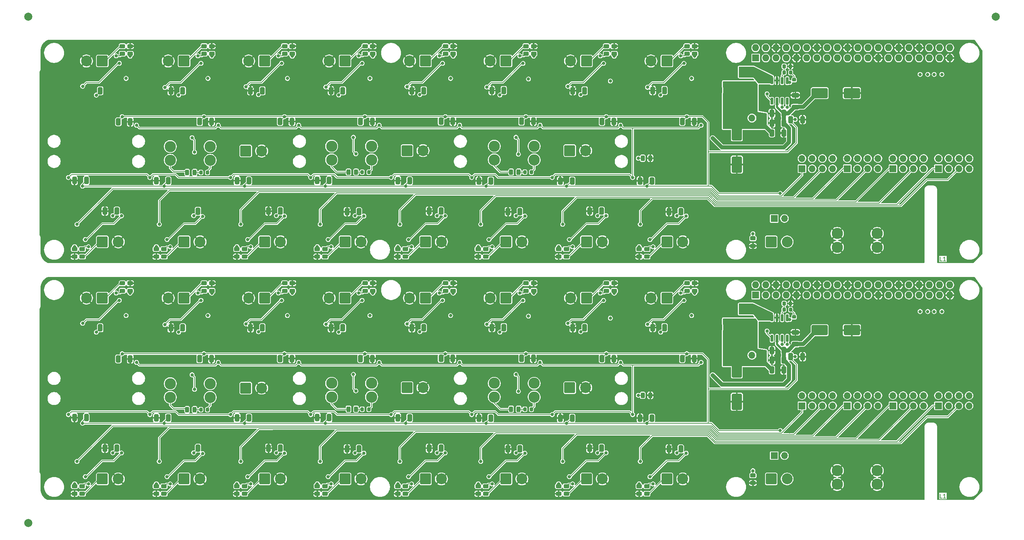
<source format=gbr>
%TF.GenerationSoftware,KiCad,Pcbnew,9.0.0+dfsg-1*%
%TF.CreationDate,2025-04-17T15:34:36+01:00*%
%TF.ProjectId,panel-16,70616e65-6c2d-4313-962e-6b696361645f,rev?*%
%TF.SameCoordinates,Original*%
%TF.FileFunction,Copper,L1,Top*%
%TF.FilePolarity,Positive*%
%FSLAX46Y46*%
G04 Gerber Fmt 4.6, Leading zero omitted, Abs format (unit mm)*
G04 Created by KiCad (PCBNEW 9.0.0+dfsg-1) date 2025-04-17 15:34:36*
%MOMM*%
%LPD*%
G01*
G04 APERTURE LIST*
G04 Aperture macros list*
%AMRoundRect*
0 Rectangle with rounded corners*
0 $1 Rounding radius*
0 $2 $3 $4 $5 $6 $7 $8 $9 X,Y pos of 4 corners*
0 Add a 4 corners polygon primitive as box body*
4,1,4,$2,$3,$4,$5,$6,$7,$8,$9,$2,$3,0*
0 Add four circle primitives for the rounded corners*
1,1,$1+$1,$2,$3*
1,1,$1+$1,$4,$5*
1,1,$1+$1,$6,$7*
1,1,$1+$1,$8,$9*
0 Add four rect primitives between the rounded corners*
20,1,$1+$1,$2,$3,$4,$5,0*
20,1,$1+$1,$4,$5,$6,$7,0*
20,1,$1+$1,$6,$7,$8,$9,0*
20,1,$1+$1,$8,$9,$2,$3,0*%
G04 Aperture macros list end*
%ADD10C,0.150000*%
%TA.AperFunction,NonConductor*%
%ADD11C,0.150000*%
%TD*%
%TA.AperFunction,SMDPad,CuDef*%
%ADD12RoundRect,0.243750X0.456250X-0.243750X0.456250X0.243750X-0.456250X0.243750X-0.456250X-0.243750X0*%
%TD*%
%TA.AperFunction,SMDPad,CuDef*%
%ADD13RoundRect,0.243750X-0.456250X0.243750X-0.456250X-0.243750X0.456250X-0.243750X0.456250X0.243750X0*%
%TD*%
%TA.AperFunction,SMDPad,CuDef*%
%ADD14C,2.000000*%
%TD*%
%TA.AperFunction,ComponentPad*%
%ADD15RoundRect,0.250001X-1.099999X-1.099999X1.099999X-1.099999X1.099999X1.099999X-1.099999X1.099999X0*%
%TD*%
%TA.AperFunction,ComponentPad*%
%ADD16C,2.700000*%
%TD*%
%TA.AperFunction,ComponentPad*%
%ADD17RoundRect,0.250001X1.099999X1.099999X-1.099999X1.099999X-1.099999X-1.099999X1.099999X-1.099999X0*%
%TD*%
%TA.AperFunction,SMDPad,CuDef*%
%ADD18RoundRect,0.250000X0.325000X0.650000X-0.325000X0.650000X-0.325000X-0.650000X0.325000X-0.650000X0*%
%TD*%
%TA.AperFunction,SMDPad,CuDef*%
%ADD19RoundRect,0.250000X-0.325000X-0.650000X0.325000X-0.650000X0.325000X0.650000X-0.325000X0.650000X0*%
%TD*%
%TA.AperFunction,ComponentPad*%
%ADD20R,1.727200X1.727200*%
%TD*%
%TA.AperFunction,ComponentPad*%
%ADD21O,1.727200X1.727200*%
%TD*%
%TA.AperFunction,SMDPad,CuDef*%
%ADD22RoundRect,0.200000X-0.200000X-0.275000X0.200000X-0.275000X0.200000X0.275000X-0.200000X0.275000X0*%
%TD*%
%TA.AperFunction,SMDPad,CuDef*%
%ADD23RoundRect,0.225000X-0.225000X-0.250000X0.225000X-0.250000X0.225000X0.250000X-0.225000X0.250000X0*%
%TD*%
%TA.AperFunction,ComponentPad*%
%ADD24R,1.700000X1.700000*%
%TD*%
%TA.AperFunction,ComponentPad*%
%ADD25O,1.700000X1.700000*%
%TD*%
%TA.AperFunction,SMDPad,CuDef*%
%ADD26RoundRect,0.150000X0.150000X-0.737500X0.150000X0.737500X-0.150000X0.737500X-0.150000X-0.737500X0*%
%TD*%
%TA.AperFunction,HeatsinkPad*%
%ADD27C,0.600000*%
%TD*%
%TA.AperFunction,HeatsinkPad*%
%ADD28R,4.900000X2.950000*%
%TD*%
%TA.AperFunction,SMDPad,CuDef*%
%ADD29RoundRect,0.243750X-0.243750X-0.456250X0.243750X-0.456250X0.243750X0.456250X-0.243750X0.456250X0*%
%TD*%
%TA.AperFunction,SMDPad,CuDef*%
%ADD30R,3.600000X2.700000*%
%TD*%
%TA.AperFunction,SMDPad,CuDef*%
%ADD31RoundRect,0.250000X-1.750000X-1.000000X1.750000X-1.000000X1.750000X1.000000X-1.750000X1.000000X0*%
%TD*%
%TA.AperFunction,SMDPad,CuDef*%
%ADD32RoundRect,0.225000X-0.250000X0.225000X-0.250000X-0.225000X0.250000X-0.225000X0.250000X0.225000X0*%
%TD*%
%TA.AperFunction,ComponentPad*%
%ADD33C,2.780000*%
%TD*%
%TA.AperFunction,SMDPad,CuDef*%
%ADD34RoundRect,0.243750X0.243750X0.456250X-0.243750X0.456250X-0.243750X-0.456250X0.243750X-0.456250X0*%
%TD*%
%TA.AperFunction,SMDPad,CuDef*%
%ADD35RoundRect,0.250000X0.650000X-0.325000X0.650000X0.325000X-0.650000X0.325000X-0.650000X-0.325000X0*%
%TD*%
%TA.AperFunction,SMDPad,CuDef*%
%ADD36RoundRect,0.250000X-1.000000X1.750000X-1.000000X-1.750000X1.000000X-1.750000X1.000000X1.750000X0*%
%TD*%
%TA.AperFunction,ViaPad*%
%ADD37C,0.800000*%
%TD*%
%TA.AperFunction,Conductor*%
%ADD38C,0.200000*%
%TD*%
%TA.AperFunction,Conductor*%
%ADD39C,1.000000*%
%TD*%
%TA.AperFunction,Conductor*%
%ADD40C,0.500000*%
%TD*%
G04 APERTURE END LIST*
D10*
D11*
X255422683Y-142254819D02*
X254946493Y-142254819D01*
X254946493Y-142254819D02*
X254946493Y-141254819D01*
X256279826Y-142254819D02*
X255708398Y-142254819D01*
X255994112Y-142254819D02*
X255994112Y-141254819D01*
X255994112Y-141254819D02*
X255898874Y-141397676D01*
X255898874Y-141397676D02*
X255803636Y-141492914D01*
X255803636Y-141492914D02*
X255708398Y-141540533D01*
D10*
D11*
X255422683Y-83254819D02*
X254946493Y-83254819D01*
X254946493Y-83254819D02*
X254946493Y-82254819D01*
X256279826Y-83254819D02*
X255708398Y-83254819D01*
X255994112Y-83254819D02*
X255994112Y-82254819D01*
X255994112Y-82254819D02*
X255898874Y-82397676D01*
X255898874Y-82397676D02*
X255803636Y-82492914D01*
X255803636Y-82492914D02*
X255708398Y-82540533D01*
D12*
%TO.P,D118,1,K*%
%TO.N,Board_0-/Output chain 15/OUTPUT+*%
X182011844Y-82187500D03*
%TO.P,D118,2,A*%
%TO.N,Board_0-Net-(D118-A)*%
X182011844Y-80312500D03*
%TD*%
%TO.P,D29,1,K*%
%TO.N,Board_1-GND*%
X39796850Y-141187500D03*
%TO.P,D29,2,A*%
%TO.N,Board_1-Net-(D29-A)*%
X39796850Y-139312500D03*
%TD*%
D13*
%TO.P,D111,1,K*%
%TO.N,Board_1-/Output chain 14/OUTPUT+*%
X171996844Y-88812500D03*
%TO.P,D111,2,A*%
%TO.N,Board_1-Net-(D111-A)*%
X171996844Y-90687500D03*
%TD*%
D14*
%TO.P,KiKit_FID_T_1,*%
%TO.N,*%
X28310650Y-22500000D03*
%TD*%
D15*
%TO.P,J4,1,Pin_1*%
%TO.N,Board_0-/Output chain 1/OUTPUT+*%
X46689350Y-78500000D03*
D16*
%TO.P,J4,2,Pin_2*%
%TO.N,Board_0-GND*%
X50649350Y-78500000D03*
%TD*%
D13*
%TO.P,D65,1,K*%
%TO.N,Board_1-GND*%
X113896844Y-88812500D03*
%TO.P,D65,2,A*%
%TO.N,Board_1-Net-(D65-A)*%
X113896844Y-90687500D03*
%TD*%
D17*
%TO.P,J19,1,Pin_1*%
%TO.N,Board_0-/Output chain 12/OUTPUT+*%
X147004344Y-33500000D03*
D16*
%TO.P,J19,2,Pin_2*%
%TO.N,Board_0-GND*%
X143044344Y-33500000D03*
%TD*%
D18*
%TO.P,C11,1*%
%TO.N,Board_1-VCC*%
X86464350Y-99900000D03*
%TO.P,C11,2*%
%TO.N,Board_1-GND*%
X83514350Y-99900000D03*
%TD*%
D19*
%TO.P,C14,1*%
%TO.N,Board_1-+5V*%
X213114350Y-110400000D03*
%TO.P,C14,2*%
%TO.N,Board_1-GND*%
X216064350Y-110400000D03*
%TD*%
D20*
%TO.P,J2,1,3.3V*%
%TO.N,Board_0-unconnected-(J2-3.3V-Pad1)*%
X209059350Y-32770000D03*
D21*
%TO.P,J2,2,5V*%
%TO.N,Board_0-PI_5V0*%
X209059350Y-30230000D03*
%TO.P,J2,3,SDA*%
%TO.N,Board_0-/PI13_GPIO*%
X211599350Y-32770000D03*
%TO.P,J2,4,5V*%
%TO.N,Board_0-PI_5V0*%
X211599350Y-30230000D03*
%TO.P,J2,5,SCL*%
%TO.N,Board_0-/PI14_GPIO*%
X214139350Y-32770000D03*
%TO.P,J2,6,GND*%
%TO.N,Board_0-GND*%
X214139350Y-30230000D03*
%TO.P,J2,7,GP4*%
%TO.N,Board_0-/PI15_GPIO*%
X216679350Y-32770000D03*
%TO.P,J2,8,TXO*%
%TO.N,Board_0-unconnected-(J2-TXO-Pad8)*%
X216679350Y-30230000D03*
%TO.P,J2,9,GND*%
%TO.N,Board_0-GND*%
X219219350Y-32770000D03*
%TO.P,J2,10,RXI*%
%TO.N,Board_0-unconnected-(J2-RXI-Pad10)*%
X219219350Y-30230000D03*
%TO.P,J2,11,GP17*%
%TO.N,Board_0-/PI16_GPIO*%
X221759350Y-32770000D03*
%TO.P,J2,12,GP18#*%
%TO.N,Board_0-unconnected-(J2-GP18#-Pad12)*%
X221759350Y-30230000D03*
%TO.P,J2,13,GP27*%
%TO.N,Board_0-Net-(J2-GP27)*%
X224299350Y-32770000D03*
%TO.P,J2,14,GND*%
%TO.N,Board_0-GND*%
X224299350Y-30230000D03*
%TO.P,J2,15,GP22*%
%TO.N,Board_0-Net-(J2-GP22)*%
X226839350Y-32770000D03*
%TO.P,J2,16,GP23*%
%TO.N,Board_0-Net-(J2-GP23)*%
X226839350Y-30230000D03*
%TO.P,J2,17,3.3V*%
%TO.N,Board_0-unconnected-(J2-3.3V-Pad17)*%
X229379350Y-32770000D03*
%TO.P,J2,18,GP24*%
%TO.N,Board_0-Net-(J2-GP24)*%
X229379350Y-30230000D03*
%TO.P,J2,19,MOSI*%
%TO.N,Board_0-unconnected-(J2-MOSI-Pad19)*%
X231919350Y-32770000D03*
%TO.P,J2,20,GND*%
%TO.N,Board_0-GND*%
X231919350Y-30230000D03*
%TO.P,J2,21,MISO*%
%TO.N,Board_0-unconnected-(J2-MISO-Pad21)*%
X234459350Y-32770000D03*
%TO.P,J2,22,GP25*%
%TO.N,Board_0-Net-(J2-GP25)*%
X234459350Y-30230000D03*
%TO.P,J2,23,SCLK*%
%TO.N,Board_0-Net-(J2-SCLK)*%
X236999350Y-32770000D03*
%TO.P,J2,24,CE0*%
%TO.N,Board_0-Net-(J2-CE0)*%
X236999350Y-30230000D03*
%TO.P,J2,25,GND*%
%TO.N,Board_0-GND*%
X239539350Y-32770000D03*
%TO.P,J2,26,CE1*%
%TO.N,Board_0-Net-(J2-CE1)*%
X239539350Y-30230000D03*
%TO.P,J2,27,ID_SD*%
%TO.N,Board_0-unconnected-(J2-ID_SD-Pad27)*%
X242079350Y-32770000D03*
%TO.P,J2,28,ID_SC*%
%TO.N,Board_0-unconnected-(J2-ID_SC-Pad28)*%
X242079350Y-30230000D03*
%TO.P,J2,29,GP5*%
%TO.N,Board_0-Net-(J2-GP5)*%
X244619350Y-32770000D03*
%TO.P,J2,30,GND*%
%TO.N,Board_0-GND*%
X244619350Y-30230000D03*
%TO.P,J2,31,GP6*%
%TO.N,Board_0-Net-(J2-GP6)*%
X247159350Y-32770000D03*
%TO.P,J2,32,GP12*%
%TO.N,Board_0-Net-(J2-GP12)*%
X247159350Y-30230000D03*
%TO.P,J2,33,GP13*%
%TO.N,Board_0-Net-(J2-GP13)*%
X249699350Y-32770000D03*
%TO.P,J2,34,GND*%
%TO.N,Board_0-GND*%
X249699350Y-30230000D03*
%TO.P,J2,35,GP19*%
%TO.N,Board_0-unconnected-(J2-GP19-Pad35)*%
X252239350Y-32770000D03*
%TO.P,J2,36,GP16*%
%TO.N,Board_0-unconnected-(J2-GP16-Pad36)*%
X252239350Y-30230000D03*
%TO.P,J2,37,GP26*%
%TO.N,Board_0-unconnected-(J2-GP26-Pad37)*%
X254779350Y-32770000D03*
%TO.P,J2,38,GP20*%
%TO.N,Board_0-unconnected-(J2-GP20-Pad38)*%
X254779350Y-30230000D03*
%TO.P,J2,39,GND*%
%TO.N,Board_0-GND*%
X257319350Y-32770000D03*
%TO.P,J2,40,GP21*%
%TO.N,Board_0-unconnected-(J2-GP21-Pad40)*%
X257319350Y-30230000D03*
%TD*%
D13*
%TO.P,D51,1,K*%
%TO.N,Board_0-GND*%
X93896844Y-29812500D03*
%TO.P,D51,2,A*%
%TO.N,Board_0-Net-(D51-A)*%
X93896844Y-31687500D03*
%TD*%
%TO.P,D5,1,K*%
%TO.N,Board_1-/Output chain 2/OUTPUT+*%
X51681850Y-88812500D03*
%TO.P,D5,2,A*%
%TO.N,Board_1-Net-(D5-A)*%
X51681850Y-90687500D03*
%TD*%
D19*
%TO.P,C43,1*%
%TO.N,Board_1-+3V3*%
X170864350Y-107550000D03*
%TO.P,C43,2*%
%TO.N,Board_1-GND*%
X173814350Y-107550000D03*
%TD*%
D17*
%TO.P,J5,1,Pin_1*%
%TO.N,Board_1-/Output chain 2/OUTPUT+*%
X46689350Y-92500000D03*
D16*
%TO.P,J5,2,Pin_2*%
%TO.N,Board_1-GND*%
X42729350Y-92500000D03*
%TD*%
D15*
%TO.P,J18,1,Pin_1*%
%TO.N,Board_0-/Output chain 11/OUTPUT+*%
X147004344Y-78500000D03*
D16*
%TO.P,J18,2,Pin_2*%
%TO.N,Board_0-GND*%
X150964344Y-78500000D03*
%TD*%
D18*
%TO.P,C12,1*%
%TO.N,Board_1-VCC*%
X166564350Y-99900000D03*
%TO.P,C12,2*%
%TO.N,Board_1-GND*%
X163614350Y-99900000D03*
%TD*%
D15*
%TO.P,J3,1,Pin_1*%
%TO.N,Board_1-Net-(J3-Pin_1)*%
X82329350Y-114900000D03*
D16*
%TO.P,J3,2,Pin_2*%
%TO.N,Board_1-GND*%
X86289350Y-114900000D03*
%TD*%
D19*
%TO.P,C41,1*%
%TO.N,Board_0-+3V3*%
X150864350Y-48500000D03*
%TO.P,C41,2*%
%TO.N,Board_0-GND*%
X153814350Y-48500000D03*
%TD*%
D12*
%TO.P,D42,1,K*%
%TO.N,Board_1-GND*%
X80111844Y-141187500D03*
%TO.P,D42,2,A*%
%TO.N,Board_1-Net-(D42-A)*%
X80111844Y-139312500D03*
%TD*%
D22*
%TO.P,R26,1*%
%TO.N,Board_1-Net-(D132-A)*%
X151684350Y-120150000D03*
%TO.P,R26,2*%
%TO.N,Board_1-Net-(J26-Pin_1)*%
X153334350Y-120150000D03*
%TD*%
D23*
%TO.P,C22,1*%
%TO.N,Board_0-/COMP*%
X216164350Y-34850000D03*
%TO.P,C22,2*%
%TO.N,Board_0-GND*%
X217714350Y-34850000D03*
%TD*%
D13*
%TO.P,D55,1,K*%
%TO.N,Board_0-/Output chain 6/OUTPUT+*%
X91996844Y-29812500D03*
%TO.P,D55,2,A*%
%TO.N,Board_0-Net-(D55-A)*%
X91996844Y-31687500D03*
%TD*%
D15*
%TO.P,J14,1,Pin_1*%
%TO.N,Board_1-/Output chain 7/OUTPUT+*%
X107004344Y-137500000D03*
D16*
%TO.P,J14,2,Pin_2*%
%TO.N,Board_1-GND*%
X110964344Y-137500000D03*
%TD*%
D24*
%TO.P,J29,1,Pin_1*%
%TO.N,Board_0-MOSFET13*%
X254489350Y-60300000D03*
D25*
%TO.P,J29,2,Pin_2*%
%TO.N,Board_0-PI13*%
X254489350Y-57760000D03*
%TO.P,J29,3,Pin_3*%
%TO.N,Board_0-MOSFET14*%
X257029350Y-60300000D03*
%TO.P,J29,4,Pin_4*%
%TO.N,Board_0-PI14*%
X257029350Y-57760000D03*
%TO.P,J29,5,Pin_5*%
%TO.N,Board_0-MOSFET15*%
X259569350Y-60300000D03*
%TO.P,J29,6,Pin_6*%
%TO.N,Board_0-PI15*%
X259569350Y-57760000D03*
%TO.P,J29,7,Pin_7*%
%TO.N,Board_0-MOSFET16*%
X262109350Y-60300000D03*
%TO.P,J29,8,Pin_8*%
%TO.N,Board_0-PI16*%
X262109350Y-57760000D03*
%TD*%
D19*
%TO.P,C30,1*%
%TO.N,Board_1-+3V3*%
X217764350Y-107100000D03*
%TO.P,C30,2*%
%TO.N,Board_1-GND*%
X220714350Y-107100000D03*
%TD*%
D15*
%TO.P,J22,1,Pin_1*%
%TO.N,Board_0-/Output chain 15/OUTPUT+*%
X187004344Y-78500000D03*
D16*
%TO.P,J22,2,Pin_2*%
%TO.N,Board_0-GND*%
X190964344Y-78500000D03*
%TD*%
D18*
%TO.P,C11,1*%
%TO.N,Board_0-VCC*%
X86464350Y-40900000D03*
%TO.P,C11,2*%
%TO.N,Board_0-GND*%
X83514350Y-40900000D03*
%TD*%
%TO.P,C42,1*%
%TO.N,Board_1-+3V3*%
X163464350Y-122350000D03*
%TO.P,C42,2*%
%TO.N,Board_1-GND*%
X160514350Y-122350000D03*
%TD*%
D12*
%TO.P,D31,1,K*%
%TO.N,Board_0-GND*%
X60111844Y-82187500D03*
%TO.P,D31,2,A*%
%TO.N,Board_0-Net-(D31-A)*%
X60111844Y-80312500D03*
%TD*%
D22*
%TO.P,R44,1*%
%TO.N,Board_1-/COMP*%
X216114350Y-95400000D03*
%TO.P,R44,2*%
%TO.N,Board_1-Net-(C23-Pad1)*%
X217764350Y-95400000D03*
%TD*%
D12*
%TO.P,D43,1,K*%
%TO.N,Board_0-/Output chain 5/OUTPUT+*%
X82011844Y-82187500D03*
%TO.P,D43,2,A*%
%TO.N,Board_0-Net-(D43-A)*%
X82011844Y-80312500D03*
%TD*%
D22*
%TO.P,R24,1*%
%TO.N,Board_1-Net-(D32-A)*%
X111274350Y-120150000D03*
%TO.P,R24,2*%
%TO.N,Board_1-Net-(J24-Pin_1)*%
X112924350Y-120150000D03*
%TD*%
D12*
%TO.P,D90,1,K*%
%TO.N,Board_1-/Output chain 11/OUTPUT+*%
X142011844Y-141187500D03*
%TO.P,D90,2,A*%
%TO.N,Board_1-Net-(D90-A)*%
X142011844Y-139312500D03*
%TD*%
D15*
%TO.P,J7,1,Pin_1*%
%TO.N,Board_0-/Output chain 3/OUTPUT+*%
X67004344Y-78500000D03*
D16*
%TO.P,J7,2,Pin_2*%
%TO.N,Board_0-GND*%
X70964344Y-78500000D03*
%TD*%
D15*
%TO.P,J10,1,Pin_1*%
%TO.N,Board_0-Net-(J10-Pin_1)*%
X212929350Y-78500000D03*
D16*
%TO.P,J10,2,Pin_2*%
%TO.N,Board_0-Net-(J10-Pin_2)*%
X216889350Y-78500000D03*
%TD*%
D18*
%TO.P,C26,1*%
%TO.N,Board_0-VCC*%
X146464350Y-40850000D03*
%TO.P,C26,2*%
%TO.N,Board_0-GND*%
X143514350Y-40850000D03*
%TD*%
D12*
%TO.P,D4,1,K*%
%TO.N,Board_0-/Output chain 1/OUTPUT+*%
X41696850Y-82187500D03*
%TO.P,D4,2,A*%
%TO.N,Board_0-Net-(D4-A)*%
X41696850Y-80312500D03*
%TD*%
D26*
%TO.P,U1,1,BOOT*%
%TO.N,Board_1-/BOOT*%
X213084350Y-102512500D03*
%TO.P,U1,2,VIN*%
%TO.N,Board_1-VCC*%
X214354350Y-102512500D03*
%TO.P,U1,3,EN*%
%TO.N,Board_1-/EN*%
X215624350Y-102512500D03*
%TO.P,U1,4,SS*%
%TO.N,Board_1-/SS*%
X216894350Y-102512500D03*
%TO.P,U1,5,VSENSE*%
%TO.N,Board_1-/VSENSE*%
X216894350Y-97387500D03*
%TO.P,U1,6,COMP*%
%TO.N,Board_1-/COMP*%
X215624350Y-97387500D03*
%TO.P,U1,7,GND*%
%TO.N,Board_1-GND*%
X214354350Y-97387500D03*
%TO.P,U1,8,SW*%
%TO.N,Board_1-/SW*%
X213084350Y-97387500D03*
D27*
%TO.P,U1,9,GND*%
%TO.N,Board_1-GND*%
X213689350Y-100600000D03*
X214989350Y-100600000D03*
X216289350Y-100600000D03*
D28*
X214989350Y-99950000D03*
D27*
X214989350Y-99300000D03*
X216289350Y-99300000D03*
%TD*%
D17*
%TO.P,J19,1,Pin_1*%
%TO.N,Board_1-/Output chain 12/OUTPUT+*%
X147004344Y-92500000D03*
D16*
%TO.P,J19,2,Pin_2*%
%TO.N,Board_1-GND*%
X143044344Y-92500000D03*
%TD*%
D19*
%TO.P,C41,1*%
%TO.N,Board_1-+3V3*%
X150864350Y-107500000D03*
%TO.P,C41,2*%
%TO.N,Board_1-GND*%
X153814350Y-107500000D03*
%TD*%
D18*
%TO.P,C2,1*%
%TO.N,Board_1-VCC*%
X46164350Y-99900000D03*
%TO.P,C2,2*%
%TO.N,Board_1-GND*%
X43214350Y-99900000D03*
%TD*%
%TO.P,C40,1*%
%TO.N,Board_0-+3V3*%
X143214350Y-63350000D03*
%TO.P,C40,2*%
%TO.N,Board_0-GND*%
X140264350Y-63350000D03*
%TD*%
%TO.P,C40,1*%
%TO.N,Board_1-+3V3*%
X143214350Y-122350000D03*
%TO.P,C40,2*%
%TO.N,Board_1-GND*%
X140264350Y-122350000D03*
%TD*%
D15*
%TO.P,J4,1,Pin_1*%
%TO.N,Board_1-/Output chain 1/OUTPUT+*%
X46689350Y-137500000D03*
D16*
%TO.P,J4,2,Pin_2*%
%TO.N,Board_1-GND*%
X50649350Y-137500000D03*
%TD*%
D19*
%TO.P,C39,1*%
%TO.N,Board_1-+3V3*%
X130864350Y-107500000D03*
%TO.P,C39,2*%
%TO.N,Board_1-GND*%
X133814350Y-107500000D03*
%TD*%
D15*
%TO.P,J20,1,Pin_1*%
%TO.N,Board_0-/Output chain 13/OUTPUT+*%
X167004344Y-78500000D03*
D16*
%TO.P,J20,2,Pin_2*%
%TO.N,Board_0-GND*%
X170964344Y-78500000D03*
%TD*%
D29*
%TO.P,D32,1,K*%
%TO.N,Board_0-Net-(D32-K)*%
X107861850Y-61150000D03*
%TO.P,D32,2,A*%
%TO.N,Board_0-Net-(D32-A)*%
X109736850Y-61150000D03*
%TD*%
D30*
%TO.P,L1,1,1*%
%TO.N,Board_0-/SW*%
X206689350Y-36250000D03*
%TO.P,L1,2,2*%
%TO.N,Board_0-+5V*%
X206689350Y-44550000D03*
%TD*%
D13*
%TO.P,D24,1,K*%
%TO.N,Board_0-/Output chain 4/OUTPUT+*%
X71996844Y-29812500D03*
%TO.P,D24,2,A*%
%TO.N,Board_0-Net-(D24-A)*%
X71996844Y-31687500D03*
%TD*%
D18*
%TO.P,C46,1*%
%TO.N,Board_1-VCC*%
X170764350Y-129850000D03*
%TO.P,C46,2*%
%TO.N,Board_1-GND*%
X167814350Y-129850000D03*
%TD*%
%TO.P,C4,1*%
%TO.N,Board_0-VCC*%
X70464350Y-70875000D03*
%TO.P,C4,2*%
%TO.N,Board_0-GND*%
X67514350Y-70875000D03*
%TD*%
%TO.P,C47,1*%
%TO.N,Board_1-VCC*%
X130864350Y-129850000D03*
%TO.P,C47,2*%
%TO.N,Board_1-GND*%
X127914350Y-129850000D03*
%TD*%
D31*
%TO.P,C8,1*%
%TO.N,Board_0-VCC*%
X224989350Y-41500000D03*
%TO.P,C8,2*%
%TO.N,Board_0-GND*%
X232989350Y-41500000D03*
%TD*%
D13*
%TO.P,D97,1,K*%
%TO.N,Board_1-/Output chain 12/OUTPUT+*%
X151996844Y-88812500D03*
%TO.P,D97,2,A*%
%TO.N,Board_1-Net-(D97-A)*%
X151996844Y-90687500D03*
%TD*%
D19*
%TO.P,C33,1*%
%TO.N,Board_1-+3V3*%
X70864350Y-107600000D03*
%TO.P,C33,2*%
%TO.N,Board_1-GND*%
X73814350Y-107600000D03*
%TD*%
D18*
%TO.P,C7,1*%
%TO.N,Board_0-VCC*%
X66664350Y-40900000D03*
%TO.P,C7,2*%
%TO.N,Board_0-GND*%
X63714350Y-40900000D03*
%TD*%
D32*
%TO.P,C23,1*%
%TO.N,Board_1-Net-(C23-Pad1)*%
X218639350Y-97175000D03*
%TO.P,C23,2*%
%TO.N,Board_1-GND*%
X218639350Y-98725000D03*
%TD*%
D17*
%TO.P,J13,1,Pin_1*%
%TO.N,Board_0-/Output chain 6/OUTPUT+*%
X87004344Y-33500000D03*
D16*
%TO.P,J13,2,Pin_2*%
%TO.N,Board_0-GND*%
X83044344Y-33500000D03*
%TD*%
D22*
%TO.P,R1,1*%
%TO.N,Board_1-Net-(D1-A)*%
X71164350Y-120250000D03*
%TO.P,R1,2*%
%TO.N,Board_1-Net-(J3-Pin_1)*%
X72814350Y-120250000D03*
%TD*%
D24*
%TO.P,J11,1,Pin_1*%
%TO.N,Board_1-Net-(J10-Pin_1)*%
X213679350Y-131700000D03*
D25*
%TO.P,J11,2,Pin_2*%
%TO.N,Board_1-Net-(J10-Pin_2)*%
X216219350Y-131700000D03*
%TD*%
D18*
%TO.P,C38,1*%
%TO.N,Board_1-+3V3*%
X123064350Y-122300000D03*
%TO.P,C38,2*%
%TO.N,Board_1-GND*%
X120114350Y-122300000D03*
%TD*%
D15*
%TO.P,J12,1,Pin_1*%
%TO.N,Board_1-/Output chain 5/OUTPUT+*%
X87004344Y-137500000D03*
D16*
%TO.P,J12,2,Pin_2*%
%TO.N,Board_1-GND*%
X90964344Y-137500000D03*
%TD*%
D24*
%TO.P,J6,1,Pin_1*%
%TO.N,Board_0-MOSFET1*%
X220569350Y-60300000D03*
D25*
%TO.P,J6,2,Pin_2*%
%TO.N,Board_0-PI1*%
X220569350Y-57760000D03*
%TO.P,J6,3,Pin_3*%
%TO.N,Board_0-MOSFET2*%
X223109350Y-60300000D03*
%TO.P,J6,4,Pin_4*%
%TO.N,Board_0-PI2*%
X223109350Y-57760000D03*
%TO.P,J6,5,Pin_5*%
%TO.N,Board_0-MOSFET3*%
X225649350Y-60300000D03*
%TO.P,J6,6,Pin_6*%
%TO.N,Board_0-PI3*%
X225649350Y-57760000D03*
%TO.P,J6,7,Pin_7*%
%TO.N,Board_0-MOSFET4*%
X228189350Y-60300000D03*
%TO.P,J6,8,Pin_8*%
%TO.N,Board_0-PI4*%
X228189350Y-57760000D03*
%TD*%
D33*
%TO.P,F1,1*%
%TO.N,Board_1-Net-(J3-Pin_1)*%
X73489350Y-117200000D03*
X73489350Y-113800000D03*
%TO.P,F1,2*%
%TO.N,Board_1-Net-(D1-K)*%
X63569350Y-117200000D03*
X63569350Y-113800000D03*
%TD*%
%TO.P,F20,1*%
%TO.N,Board_0-GND*%
X229329350Y-76450000D03*
X229329350Y-79850000D03*
%TO.P,F20,2*%
X239249350Y-76450000D03*
X239249350Y-79850000D03*
%TD*%
D18*
%TO.P,C32,1*%
%TO.N,Board_0-+3V3*%
X63064350Y-63300000D03*
%TO.P,C32,2*%
%TO.N,Board_0-GND*%
X60114350Y-63300000D03*
%TD*%
%TO.P,C28,1*%
%TO.N,Board_1-VCC*%
X50289350Y-129850000D03*
%TO.P,C28,2*%
%TO.N,Board_1-GND*%
X47339350Y-129850000D03*
%TD*%
%TO.P,C29,1*%
%TO.N,Board_0-+3V3*%
X42714350Y-63250000D03*
%TO.P,C29,2*%
%TO.N,Board_0-GND*%
X39764350Y-63250000D03*
%TD*%
%TO.P,C18,1*%
%TO.N,Board_0-VCC*%
X216064350Y-48950000D03*
%TO.P,C18,2*%
%TO.N,Board_0-GND*%
X213114350Y-48950000D03*
%TD*%
D12*
%TO.P,D72,1,K*%
%TO.N,Board_0-GND*%
X120111844Y-82187500D03*
%TO.P,D72,2,A*%
%TO.N,Board_0-Net-(D72-A)*%
X120111844Y-80312500D03*
%TD*%
D13*
%TO.P,D93,1,K*%
%TO.N,Board_0-GND*%
X153896844Y-29812500D03*
%TO.P,D93,2,A*%
%TO.N,Board_0-Net-(D93-A)*%
X153896844Y-31687500D03*
%TD*%
%TO.P,D5,1,K*%
%TO.N,Board_0-/Output chain 2/OUTPUT+*%
X51681850Y-29812500D03*
%TO.P,D5,2,A*%
%TO.N,Board_0-Net-(D5-A)*%
X51681850Y-31687500D03*
%TD*%
D24*
%TO.P,J27,1,Pin_1*%
%TO.N,Board_0-MOSFET9*%
X243189350Y-60300000D03*
D25*
%TO.P,J27,2,Pin_2*%
%TO.N,Board_0-PI9*%
X243189350Y-57760000D03*
%TO.P,J27,3,Pin_3*%
%TO.N,Board_0-MOSFET10*%
X245729350Y-60300000D03*
%TO.P,J27,4,Pin_4*%
%TO.N,Board_0-PI10*%
X245729350Y-57760000D03*
%TO.P,J27,5,Pin_5*%
%TO.N,Board_0-MOSFET11*%
X248269350Y-60300000D03*
%TO.P,J27,6,Pin_6*%
%TO.N,Board_0-PI11*%
X248269350Y-57760000D03*
%TO.P,J27,7,Pin_7*%
%TO.N,Board_0-MOSFET12*%
X250809350Y-60300000D03*
%TO.P,J27,8,Pin_8*%
%TO.N,Board_0-PI12*%
X250809350Y-57760000D03*
%TD*%
D17*
%TO.P,J21,1,Pin_1*%
%TO.N,Board_0-/Output chain 14/OUTPUT+*%
X167004344Y-33500000D03*
D16*
%TO.P,J21,2,Pin_2*%
%TO.N,Board_0-GND*%
X163044344Y-33500000D03*
%TD*%
D17*
%TO.P,J13,1,Pin_1*%
%TO.N,Board_1-/Output chain 6/OUTPUT+*%
X87004344Y-92500000D03*
D16*
%TO.P,J13,2,Pin_2*%
%TO.N,Board_1-GND*%
X83044344Y-92500000D03*
%TD*%
D33*
%TO.P,F18,1*%
%TO.N,Board_0-Net-(J24-Pin_1)*%
X113599350Y-58100000D03*
X113599350Y-54700000D03*
%TO.P,F18,2*%
%TO.N,Board_0-Net-(D32-K)*%
X103679350Y-58100000D03*
X103679350Y-54700000D03*
%TD*%
D15*
%TO.P,J24,1,Pin_1*%
%TO.N,Board_0-Net-(J24-Pin_1)*%
X122439350Y-55800000D03*
D16*
%TO.P,J24,2,Pin_2*%
%TO.N,Board_0-GND*%
X126399350Y-55800000D03*
%TD*%
D33*
%TO.P,F18,1*%
%TO.N,Board_1-Net-(J24-Pin_1)*%
X113599350Y-117100000D03*
X113599350Y-113700000D03*
%TO.P,F18,2*%
%TO.N,Board_1-Net-(D32-K)*%
X103679350Y-117100000D03*
X103679350Y-113700000D03*
%TD*%
D12*
%TO.P,D41,1,K*%
%TO.N,Board_0-GND*%
X208379350Y-79512500D03*
%TO.P,D41,2,A*%
%TO.N,Board_0-Net-(D41-A)*%
X208379350Y-77637500D03*
%TD*%
%TO.P,D58,1,K*%
%TO.N,Board_1-GND*%
X100111844Y-141187500D03*
%TO.P,D58,2,A*%
%TO.N,Board_1-Net-(D58-A)*%
X100111844Y-139312500D03*
%TD*%
D22*
%TO.P,R26,1*%
%TO.N,Board_0-Net-(D132-A)*%
X151684350Y-61150000D03*
%TO.P,R26,2*%
%TO.N,Board_0-Net-(J26-Pin_1)*%
X153334350Y-61150000D03*
%TD*%
D24*
%TO.P,J25,1,Pin_1*%
%TO.N,Board_0-MOSFET5*%
X231849350Y-60300000D03*
D25*
%TO.P,J25,2,Pin_2*%
%TO.N,Board_0-PI5*%
X231849350Y-57760000D03*
%TO.P,J25,3,Pin_3*%
%TO.N,Board_0-MOSFET6*%
X234389350Y-60300000D03*
%TO.P,J25,4,Pin_4*%
%TO.N,Board_0-PI6*%
X234389350Y-57760000D03*
%TO.P,J25,5,Pin_5*%
%TO.N,Board_0-MOSFET7*%
X236929350Y-60300000D03*
%TO.P,J25,6,Pin_6*%
%TO.N,Board_0-PI7*%
X236929350Y-57760000D03*
%TO.P,J25,7,Pin_7*%
%TO.N,Board_0-MOSFET8*%
X239469350Y-60300000D03*
%TO.P,J25,8,Pin_8*%
%TO.N,Board_0-PI8*%
X239469350Y-57760000D03*
%TD*%
D18*
%TO.P,C12,1*%
%TO.N,Board_0-VCC*%
X166564350Y-40900000D03*
%TO.P,C12,2*%
%TO.N,Board_0-GND*%
X163614350Y-40900000D03*
%TD*%
%TO.P,C48,1*%
%TO.N,Board_0-VCC*%
X90939350Y-70850000D03*
%TO.P,C48,2*%
%TO.N,Board_0-GND*%
X87989350Y-70850000D03*
%TD*%
D12*
%TO.P,D76,1,K*%
%TO.N,Board_0-/Output chain 9/OUTPUT+*%
X122011844Y-82187500D03*
%TO.P,D76,2,A*%
%TO.N,Board_0-Net-(D76-A)*%
X122011844Y-80312500D03*
%TD*%
D18*
%TO.P,C6,1*%
%TO.N,Board_1-VCC*%
X216064350Y-105550000D03*
%TO.P,C6,2*%
%TO.N,Board_1-GND*%
X213114350Y-105550000D03*
%TD*%
D17*
%TO.P,J17,1,Pin_1*%
%TO.N,Board_1-/Output chain 10/OUTPUT+*%
X127004344Y-92500000D03*
D16*
%TO.P,J17,2,Pin_2*%
%TO.N,Board_1-GND*%
X123044344Y-92500000D03*
%TD*%
D13*
%TO.P,D107,1,K*%
%TO.N,Board_1-GND*%
X173896844Y-88812500D03*
%TO.P,D107,2,A*%
%TO.N,Board_1-Net-(D107-A)*%
X173896844Y-90687500D03*
%TD*%
D17*
%TO.P,J23,1,Pin_1*%
%TO.N,Board_0-/Output chain 16/OUTPUT+*%
X187004344Y-33500000D03*
D16*
%TO.P,J23,2,Pin_2*%
%TO.N,Board_0-GND*%
X183044344Y-33500000D03*
%TD*%
D18*
%TO.P,C21,1*%
%TO.N,Board_1-VCC*%
X106464350Y-99900000D03*
%TO.P,C21,2*%
%TO.N,Board_1-GND*%
X103514350Y-99900000D03*
%TD*%
%TO.P,C34,1*%
%TO.N,Board_1-+3V3*%
X83114350Y-122300000D03*
%TO.P,C34,2*%
%TO.N,Board_1-GND*%
X80164350Y-122300000D03*
%TD*%
D12*
%TO.P,D114,1,K*%
%TO.N,Board_0-GND*%
X180111844Y-82187500D03*
%TO.P,D114,2,A*%
%TO.N,Board_0-Net-(D114-A)*%
X180111844Y-80312500D03*
%TD*%
%TO.P,D29,1,K*%
%TO.N,Board_0-GND*%
X39796850Y-82187500D03*
%TO.P,D29,2,A*%
%TO.N,Board_0-Net-(D29-A)*%
X39796850Y-80312500D03*
%TD*%
D15*
%TO.P,J20,1,Pin_1*%
%TO.N,Board_1-/Output chain 13/OUTPUT+*%
X167004344Y-137500000D03*
D16*
%TO.P,J20,2,Pin_2*%
%TO.N,Board_1-GND*%
X170964344Y-137500000D03*
%TD*%
D18*
%TO.P,C34,1*%
%TO.N,Board_0-+3V3*%
X83114350Y-63300000D03*
%TO.P,C34,2*%
%TO.N,Board_0-GND*%
X80164350Y-63300000D03*
%TD*%
D29*
%TO.P,D132,1,K*%
%TO.N,Board_1-Net-(D132-K)*%
X148271850Y-120150000D03*
%TO.P,D132,2,A*%
%TO.N,Board_1-Net-(D132-A)*%
X150146850Y-120150000D03*
%TD*%
D19*
%TO.P,C39,1*%
%TO.N,Board_0-+3V3*%
X130864350Y-48500000D03*
%TO.P,C39,2*%
%TO.N,Board_0-GND*%
X133814350Y-48500000D03*
%TD*%
%TO.P,C31,1*%
%TO.N,Board_0-+3V3*%
X50664350Y-48650000D03*
%TO.P,C31,2*%
%TO.N,Board_0-GND*%
X53614350Y-48650000D03*
%TD*%
D12*
%TO.P,D31,1,K*%
%TO.N,Board_1-GND*%
X60111844Y-141187500D03*
%TO.P,D31,2,A*%
%TO.N,Board_1-Net-(D31-A)*%
X60111844Y-139312500D03*
%TD*%
%TO.P,D62,1,K*%
%TO.N,Board_1-/Output chain 7/OUTPUT+*%
X102011844Y-141187500D03*
%TO.P,D62,2,A*%
%TO.N,Board_1-Net-(D62-A)*%
X102011844Y-139312500D03*
%TD*%
D29*
%TO.P,D132,1,K*%
%TO.N,Board_0-Net-(D132-K)*%
X148271850Y-61150000D03*
%TO.P,D132,2,A*%
%TO.N,Board_0-Net-(D132-A)*%
X150146850Y-61150000D03*
%TD*%
D24*
%TO.P,J29,1,Pin_1*%
%TO.N,Board_1-MOSFET13*%
X254489350Y-119300000D03*
D25*
%TO.P,J29,2,Pin_2*%
%TO.N,Board_1-PI13*%
X254489350Y-116760000D03*
%TO.P,J29,3,Pin_3*%
%TO.N,Board_1-MOSFET14*%
X257029350Y-119300000D03*
%TO.P,J29,4,Pin_4*%
%TO.N,Board_1-PI14*%
X257029350Y-116760000D03*
%TO.P,J29,5,Pin_5*%
%TO.N,Board_1-MOSFET15*%
X259569350Y-119300000D03*
%TO.P,J29,6,Pin_6*%
%TO.N,Board_1-PI15*%
X259569350Y-116760000D03*
%TO.P,J29,7,Pin_7*%
%TO.N,Board_1-MOSFET16*%
X262109350Y-119300000D03*
%TO.P,J29,8,Pin_8*%
%TO.N,Board_1-PI16*%
X262109350Y-116760000D03*
%TD*%
D12*
%TO.P,D118,1,K*%
%TO.N,Board_1-/Output chain 15/OUTPUT+*%
X182011844Y-141187500D03*
%TO.P,D118,2,A*%
%TO.N,Board_1-Net-(D118-A)*%
X182011844Y-139312500D03*
%TD*%
%TO.P,D100,1,K*%
%TO.N,Board_0-GND*%
X160111844Y-82187500D03*
%TO.P,D100,2,A*%
%TO.N,Board_0-Net-(D100-A)*%
X160111844Y-80312500D03*
%TD*%
D19*
%TO.P,C45,1*%
%TO.N,Board_0-+3V3*%
X190814350Y-48550000D03*
%TO.P,C45,2*%
%TO.N,Board_0-GND*%
X193764350Y-48550000D03*
%TD*%
D13*
%TO.P,D111,1,K*%
%TO.N,Board_0-/Output chain 14/OUTPUT+*%
X171996844Y-29812500D03*
%TO.P,D111,2,A*%
%TO.N,Board_0-Net-(D111-A)*%
X171996844Y-31687500D03*
%TD*%
D34*
%TO.P,D38,1,K*%
%TO.N,Board_1-GND*%
X182876850Y-116700000D03*
%TO.P,D38,2,A*%
%TO.N,Board_1-Net-(D38-A)*%
X181001850Y-116700000D03*
%TD*%
D18*
%TO.P,C1,1*%
%TO.N,Board_0-VCC*%
X190464350Y-71025000D03*
%TO.P,C1,2*%
%TO.N,Board_0-GND*%
X187514350Y-71025000D03*
%TD*%
D22*
%TO.P,R44,1*%
%TO.N,Board_0-/COMP*%
X216114350Y-36400000D03*
%TO.P,R44,2*%
%TO.N,Board_0-Net-(C23-Pad1)*%
X217764350Y-36400000D03*
%TD*%
D15*
%TO.P,J7,1,Pin_1*%
%TO.N,Board_1-/Output chain 3/OUTPUT+*%
X67004344Y-137500000D03*
D16*
%TO.P,J7,2,Pin_2*%
%TO.N,Board_1-GND*%
X70964344Y-137500000D03*
%TD*%
D13*
%TO.P,D97,1,K*%
%TO.N,Board_0-/Output chain 12/OUTPUT+*%
X151996844Y-29812500D03*
%TO.P,D97,2,A*%
%TO.N,Board_0-Net-(D97-A)*%
X151996844Y-31687500D03*
%TD*%
D30*
%TO.P,L1,1,1*%
%TO.N,Board_1-/SW*%
X206689350Y-95250000D03*
%TO.P,L1,2,2*%
%TO.N,Board_1-+5V*%
X206689350Y-103550000D03*
%TD*%
D12*
%TO.P,D72,1,K*%
%TO.N,Board_1-GND*%
X120111844Y-141187500D03*
%TO.P,D72,2,A*%
%TO.N,Board_1-Net-(D72-A)*%
X120111844Y-139312500D03*
%TD*%
D18*
%TO.P,C29,1*%
%TO.N,Board_1-+3V3*%
X42714350Y-122250000D03*
%TO.P,C29,2*%
%TO.N,Board_1-GND*%
X39764350Y-122250000D03*
%TD*%
D19*
%TO.P,C35,1*%
%TO.N,Board_0-+3V3*%
X90864350Y-48550000D03*
%TO.P,C35,2*%
%TO.N,Board_0-GND*%
X93814350Y-48550000D03*
%TD*%
D13*
%TO.P,D55,1,K*%
%TO.N,Board_1-/Output chain 6/OUTPUT+*%
X91996844Y-88812500D03*
%TO.P,D55,2,A*%
%TO.N,Board_1-Net-(D55-A)*%
X91996844Y-90687500D03*
%TD*%
%TO.P,D83,1,K*%
%TO.N,Board_1-/Output chain 10/OUTPUT+*%
X131996844Y-88812500D03*
%TO.P,D83,2,A*%
%TO.N,Board_1-Net-(D83-A)*%
X131996844Y-90687500D03*
%TD*%
%TO.P,D24,1,K*%
%TO.N,Board_1-/Output chain 4/OUTPUT+*%
X71996844Y-88812500D03*
%TO.P,D24,2,A*%
%TO.N,Board_1-Net-(D24-A)*%
X71996844Y-90687500D03*
%TD*%
D12*
%TO.P,D62,1,K*%
%TO.N,Board_0-/Output chain 7/OUTPUT+*%
X102011844Y-82187500D03*
%TO.P,D62,2,A*%
%TO.N,Board_0-Net-(D62-A)*%
X102011844Y-80312500D03*
%TD*%
D13*
%TO.P,D79,1,K*%
%TO.N,Board_0-GND*%
X133896844Y-29812500D03*
%TO.P,D79,2,A*%
%TO.N,Board_0-Net-(D79-A)*%
X133896844Y-31687500D03*
%TD*%
%TO.P,D125,1,K*%
%TO.N,Board_0-/Output chain 16/OUTPUT+*%
X191996844Y-29812500D03*
%TO.P,D125,2,A*%
%TO.N,Board_0-Net-(D125-A)*%
X191996844Y-31687500D03*
%TD*%
%TO.P,D83,1,K*%
%TO.N,Board_0-/Output chain 10/OUTPUT+*%
X131996844Y-29812500D03*
%TO.P,D83,2,A*%
%TO.N,Board_0-Net-(D83-A)*%
X131996844Y-31687500D03*
%TD*%
D33*
%TO.P,F20,1*%
%TO.N,Board_1-GND*%
X229329350Y-135450000D03*
X229329350Y-138850000D03*
%TO.P,F20,2*%
X239249350Y-135450000D03*
X239249350Y-138850000D03*
%TD*%
D24*
%TO.P,J25,1,Pin_1*%
%TO.N,Board_1-MOSFET5*%
X231849350Y-119300000D03*
D25*
%TO.P,J25,2,Pin_2*%
%TO.N,Board_1-PI5*%
X231849350Y-116760000D03*
%TO.P,J25,3,Pin_3*%
%TO.N,Board_1-MOSFET6*%
X234389350Y-119300000D03*
%TO.P,J25,4,Pin_4*%
%TO.N,Board_1-PI6*%
X234389350Y-116760000D03*
%TO.P,J25,5,Pin_5*%
%TO.N,Board_1-MOSFET7*%
X236929350Y-119300000D03*
%TO.P,J25,6,Pin_6*%
%TO.N,Board_1-PI7*%
X236929350Y-116760000D03*
%TO.P,J25,7,Pin_7*%
%TO.N,Board_1-MOSFET8*%
X239469350Y-119300000D03*
%TO.P,J25,8,Pin_8*%
%TO.N,Board_1-PI8*%
X239469350Y-116760000D03*
%TD*%
D17*
%TO.P,J15,1,Pin_1*%
%TO.N,Board_0-/Output chain 8/OUTPUT+*%
X107004344Y-33500000D03*
D16*
%TO.P,J15,2,Pin_2*%
%TO.N,Board_0-GND*%
X103044344Y-33500000D03*
%TD*%
D15*
%TO.P,J18,1,Pin_1*%
%TO.N,Board_1-/Output chain 11/OUTPUT+*%
X147004344Y-137500000D03*
D16*
%TO.P,J18,2,Pin_2*%
%TO.N,Board_1-GND*%
X150964344Y-137500000D03*
%TD*%
D13*
%TO.P,D107,1,K*%
%TO.N,Board_0-GND*%
X173896844Y-29812500D03*
%TO.P,D107,2,A*%
%TO.N,Board_0-Net-(D107-A)*%
X173896844Y-31687500D03*
%TD*%
D18*
%TO.P,C3,1*%
%TO.N,Board_0-VCC*%
X150464350Y-71025000D03*
%TO.P,C3,2*%
%TO.N,Board_0-GND*%
X147514350Y-71025000D03*
%TD*%
%TO.P,C2,1*%
%TO.N,Board_0-VCC*%
X46164350Y-40900000D03*
%TO.P,C2,2*%
%TO.N,Board_0-GND*%
X43214350Y-40900000D03*
%TD*%
D32*
%TO.P,C23,1*%
%TO.N,Board_0-Net-(C23-Pad1)*%
X218639350Y-38175000D03*
%TO.P,C23,2*%
%TO.N,Board_0-GND*%
X218639350Y-39725000D03*
%TD*%
D12*
%TO.P,D41,1,K*%
%TO.N,Board_1-GND*%
X208379350Y-138512500D03*
%TO.P,D41,2,A*%
%TO.N,Board_1-Net-(D41-A)*%
X208379350Y-136637500D03*
%TD*%
D13*
%TO.P,D51,1,K*%
%TO.N,Board_1-GND*%
X93896844Y-88812500D03*
%TO.P,D51,2,A*%
%TO.N,Board_1-Net-(D51-A)*%
X93896844Y-90687500D03*
%TD*%
D12*
%TO.P,D86,1,K*%
%TO.N,Board_1-GND*%
X140111844Y-141187500D03*
%TO.P,D86,2,A*%
%TO.N,Board_1-Net-(D86-A)*%
X140111844Y-139312500D03*
%TD*%
D18*
%TO.P,C44,1*%
%TO.N,Board_0-+3V3*%
X183264350Y-63350000D03*
%TO.P,C44,2*%
%TO.N,Board_0-GND*%
X180314350Y-63350000D03*
%TD*%
%TO.P,C27,1*%
%TO.N,Board_0-VCC*%
X186414350Y-40850000D03*
%TO.P,C27,2*%
%TO.N,Board_0-GND*%
X183464350Y-40850000D03*
%TD*%
D12*
%TO.P,D86,1,K*%
%TO.N,Board_0-GND*%
X140111844Y-82187500D03*
%TO.P,D86,2,A*%
%TO.N,Board_0-Net-(D86-A)*%
X140111844Y-80312500D03*
%TD*%
%TO.P,D90,1,K*%
%TO.N,Board_0-/Output chain 11/OUTPUT+*%
X142011844Y-82187500D03*
%TO.P,D90,2,A*%
%TO.N,Board_0-Net-(D90-A)*%
X142011844Y-80312500D03*
%TD*%
%TO.P,D104,1,K*%
%TO.N,Board_0-/Output chain 13/OUTPUT+*%
X162011844Y-82187500D03*
%TO.P,D104,2,A*%
%TO.N,Board_0-Net-(D104-A)*%
X162011844Y-80312500D03*
%TD*%
D29*
%TO.P,D32,1,K*%
%TO.N,Board_1-Net-(D32-K)*%
X107861850Y-120150000D03*
%TO.P,D32,2,A*%
%TO.N,Board_1-Net-(D32-A)*%
X109736850Y-120150000D03*
%TD*%
D14*
%TO.P,KiKit_FID_T_2,*%
%TO.N,*%
X268689350Y-22500000D03*
%TD*%
D18*
%TO.P,C48,1*%
%TO.N,Board_1-VCC*%
X90939350Y-129850000D03*
%TO.P,C48,2*%
%TO.N,Board_1-GND*%
X87989350Y-129850000D03*
%TD*%
D15*
%TO.P,J3,1,Pin_1*%
%TO.N,Board_0-Net-(J3-Pin_1)*%
X82329350Y-55900000D03*
D16*
%TO.P,J3,2,Pin_2*%
%TO.N,Board_0-GND*%
X86289350Y-55900000D03*
%TD*%
D13*
%TO.P,D121,1,K*%
%TO.N,Board_0-GND*%
X193896844Y-29812500D03*
%TO.P,D121,2,A*%
%TO.N,Board_0-Net-(D121-A)*%
X193896844Y-31687500D03*
%TD*%
D17*
%TO.P,J21,1,Pin_1*%
%TO.N,Board_1-/Output chain 14/OUTPUT+*%
X167004344Y-92500000D03*
D16*
%TO.P,J21,2,Pin_2*%
%TO.N,Board_1-GND*%
X163044344Y-92500000D03*
%TD*%
D18*
%TO.P,C38,1*%
%TO.N,Board_0-+3V3*%
X123064350Y-63300000D03*
%TO.P,C38,2*%
%TO.N,Board_0-GND*%
X120114350Y-63300000D03*
%TD*%
D12*
%TO.P,D19,1,K*%
%TO.N,Board_0-/Output chain 3/OUTPUT+*%
X62011844Y-82187500D03*
%TO.P,D19,2,A*%
%TO.N,Board_0-Net-(D19-A)*%
X62011844Y-80312500D03*
%TD*%
D18*
%TO.P,C1,1*%
%TO.N,Board_1-VCC*%
X190464350Y-130025000D03*
%TO.P,C1,2*%
%TO.N,Board_1-GND*%
X187514350Y-130025000D03*
%TD*%
D24*
%TO.P,J6,1,Pin_1*%
%TO.N,Board_1-MOSFET1*%
X220569350Y-119300000D03*
D25*
%TO.P,J6,2,Pin_2*%
%TO.N,Board_1-PI1*%
X220569350Y-116760000D03*
%TO.P,J6,3,Pin_3*%
%TO.N,Board_1-MOSFET2*%
X223109350Y-119300000D03*
%TO.P,J6,4,Pin_4*%
%TO.N,Board_1-PI2*%
X223109350Y-116760000D03*
%TO.P,J6,5,Pin_5*%
%TO.N,Board_1-MOSFET3*%
X225649350Y-119300000D03*
%TO.P,J6,6,Pin_6*%
%TO.N,Board_1-PI3*%
X225649350Y-116760000D03*
%TO.P,J6,7,Pin_7*%
%TO.N,Board_1-MOSFET4*%
X228189350Y-119300000D03*
%TO.P,J6,8,Pin_8*%
%TO.N,Board_1-PI4*%
X228189350Y-116760000D03*
%TD*%
D14*
%TO.P,KiKit_FID_T_3,*%
%TO.N,*%
X28310650Y-148500046D03*
%TD*%
D12*
%TO.P,D4,1,K*%
%TO.N,Board_1-/Output chain 1/OUTPUT+*%
X41696850Y-141187500D03*
%TO.P,D4,2,A*%
%TO.N,Board_1-Net-(D4-A)*%
X41696850Y-139312500D03*
%TD*%
D17*
%TO.P,J5,1,Pin_1*%
%TO.N,Board_0-/Output chain 2/OUTPUT+*%
X46689350Y-33500000D03*
D16*
%TO.P,J5,2,Pin_2*%
%TO.N,Board_0-GND*%
X42729350Y-33500000D03*
%TD*%
D19*
%TO.P,C33,1*%
%TO.N,Board_0-+3V3*%
X70864350Y-48600000D03*
%TO.P,C33,2*%
%TO.N,Board_0-GND*%
X73814350Y-48600000D03*
%TD*%
D24*
%TO.P,J9,1,Pin_1*%
%TO.N,Board_1-+5V*%
X210689350Y-106700000D03*
D25*
%TO.P,J9,2,Pin_2*%
%TO.N,Board_1-/PI_5V0_P*%
X208149350Y-106700000D03*
%TD*%
D18*
%TO.P,C47,1*%
%TO.N,Board_0-VCC*%
X130864350Y-70850000D03*
%TO.P,C47,2*%
%TO.N,Board_0-GND*%
X127914350Y-70850000D03*
%TD*%
%TO.P,C16,1*%
%TO.N,Board_0-VCC*%
X126564350Y-40900000D03*
%TO.P,C16,2*%
%TO.N,Board_0-GND*%
X123614350Y-40900000D03*
%TD*%
D13*
%TO.P,D79,1,K*%
%TO.N,Board_1-GND*%
X133896844Y-88812500D03*
%TO.P,D79,2,A*%
%TO.N,Board_1-Net-(D79-A)*%
X133896844Y-90687500D03*
%TD*%
D18*
%TO.P,C6,1*%
%TO.N,Board_0-VCC*%
X216064350Y-46550000D03*
%TO.P,C6,2*%
%TO.N,Board_0-GND*%
X213114350Y-46550000D03*
%TD*%
D13*
%TO.P,D93,1,K*%
%TO.N,Board_1-GND*%
X153896844Y-88812500D03*
%TO.P,D93,2,A*%
%TO.N,Board_1-Net-(D93-A)*%
X153896844Y-90687500D03*
%TD*%
D17*
%TO.P,J15,1,Pin_1*%
%TO.N,Board_1-/Output chain 8/OUTPUT+*%
X107004344Y-92500000D03*
D16*
%TO.P,J15,2,Pin_2*%
%TO.N,Board_1-GND*%
X103044344Y-92500000D03*
%TD*%
D15*
%TO.P,J12,1,Pin_1*%
%TO.N,Board_0-/Output chain 5/OUTPUT+*%
X87004344Y-78500000D03*
D16*
%TO.P,J12,2,Pin_2*%
%TO.N,Board_0-GND*%
X90964344Y-78500000D03*
%TD*%
D18*
%TO.P,C4,1*%
%TO.N,Board_1-VCC*%
X70464350Y-129875000D03*
%TO.P,C4,2*%
%TO.N,Board_1-GND*%
X67514350Y-129875000D03*
%TD*%
D13*
%TO.P,D65,1,K*%
%TO.N,Board_0-GND*%
X113896844Y-29812500D03*
%TO.P,D65,2,A*%
%TO.N,Board_0-Net-(D65-A)*%
X113896844Y-31687500D03*
%TD*%
D22*
%TO.P,R24,1*%
%TO.N,Board_0-Net-(D32-A)*%
X111274350Y-61150000D03*
%TO.P,R24,2*%
%TO.N,Board_0-Net-(J24-Pin_1)*%
X112924350Y-61150000D03*
%TD*%
D15*
%TO.P,J26,1,Pin_1*%
%TO.N,Board_0-Net-(J26-Pin_1)*%
X162849350Y-55800000D03*
D16*
%TO.P,J26,2,Pin_2*%
%TO.N,Board_0-GND*%
X166809350Y-55800000D03*
%TD*%
D15*
%TO.P,J14,1,Pin_1*%
%TO.N,Board_0-/Output chain 7/OUTPUT+*%
X107004344Y-78500000D03*
D16*
%TO.P,J14,2,Pin_2*%
%TO.N,Board_0-GND*%
X110964344Y-78500000D03*
%TD*%
D19*
%TO.P,C43,1*%
%TO.N,Board_0-+3V3*%
X170864350Y-48550000D03*
%TO.P,C43,2*%
%TO.N,Board_0-GND*%
X173814350Y-48550000D03*
%TD*%
D15*
%TO.P,J10,1,Pin_1*%
%TO.N,Board_1-Net-(J10-Pin_1)*%
X212929350Y-137500000D03*
D16*
%TO.P,J10,2,Pin_2*%
%TO.N,Board_1-Net-(J10-Pin_2)*%
X216889350Y-137500000D03*
%TD*%
D12*
%TO.P,D104,1,K*%
%TO.N,Board_1-/Output chain 13/OUTPUT+*%
X162011844Y-141187500D03*
%TO.P,D104,2,A*%
%TO.N,Board_1-Net-(D104-A)*%
X162011844Y-139312500D03*
%TD*%
D19*
%TO.P,C31,1*%
%TO.N,Board_1-+3V3*%
X50664350Y-107650000D03*
%TO.P,C31,2*%
%TO.N,Board_1-GND*%
X53614350Y-107650000D03*
%TD*%
D35*
%TO.P,C5,1*%
%TO.N,Board_1-VCC*%
X218939350Y-103975000D03*
%TO.P,C5,2*%
%TO.N,Board_1-GND*%
X218939350Y-101025000D03*
%TD*%
D15*
%TO.P,J22,1,Pin_1*%
%TO.N,Board_1-/Output chain 15/OUTPUT+*%
X187004344Y-137500000D03*
D16*
%TO.P,J22,2,Pin_2*%
%TO.N,Board_1-GND*%
X190964344Y-137500000D03*
%TD*%
D12*
%TO.P,D100,1,K*%
%TO.N,Board_1-GND*%
X160111844Y-141187500D03*
%TO.P,D100,2,A*%
%TO.N,Board_1-Net-(D100-A)*%
X160111844Y-139312500D03*
%TD*%
D24*
%TO.P,J11,1,Pin_1*%
%TO.N,Board_0-Net-(J10-Pin_1)*%
X213679350Y-72700000D03*
D25*
%TO.P,J11,2,Pin_2*%
%TO.N,Board_0-Net-(J10-Pin_2)*%
X216219350Y-72700000D03*
%TD*%
D34*
%TO.P,D38,1,K*%
%TO.N,Board_0-GND*%
X182876850Y-57700000D03*
%TO.P,D38,2,A*%
%TO.N,Board_0-Net-(D38-A)*%
X181001850Y-57700000D03*
%TD*%
D17*
%TO.P,J8,1,Pin_1*%
%TO.N,Board_0-/Output chain 4/OUTPUT+*%
X67004344Y-33500000D03*
D16*
%TO.P,J8,2,Pin_2*%
%TO.N,Board_0-GND*%
X63044344Y-33500000D03*
%TD*%
D35*
%TO.P,C5,1*%
%TO.N,Board_0-VCC*%
X218939350Y-44975000D03*
%TO.P,C5,2*%
%TO.N,Board_0-GND*%
X218939350Y-42025000D03*
%TD*%
D13*
%TO.P,D37,1,K*%
%TO.N,Board_0-GND*%
X73896844Y-29812500D03*
%TO.P,D37,2,A*%
%TO.N,Board_0-Net-(D37-A)*%
X73896844Y-31687500D03*
%TD*%
D18*
%TO.P,C26,1*%
%TO.N,Board_1-VCC*%
X146464350Y-99850000D03*
%TO.P,C26,2*%
%TO.N,Board_1-GND*%
X143514350Y-99850000D03*
%TD*%
D19*
%TO.P,C37,1*%
%TO.N,Board_0-+3V3*%
X110864350Y-48550000D03*
%TO.P,C37,2*%
%TO.N,Board_0-GND*%
X113814350Y-48550000D03*
%TD*%
D18*
%TO.P,C18,1*%
%TO.N,Board_1-VCC*%
X216064350Y-107950000D03*
%TO.P,C18,2*%
%TO.N,Board_1-GND*%
X213114350Y-107950000D03*
%TD*%
D15*
%TO.P,J26,1,Pin_1*%
%TO.N,Board_1-Net-(J26-Pin_1)*%
X162849350Y-114800000D03*
D16*
%TO.P,J26,2,Pin_2*%
%TO.N,Board_1-GND*%
X166809350Y-114800000D03*
%TD*%
D33*
%TO.P,F1,1*%
%TO.N,Board_0-Net-(J3-Pin_1)*%
X73489350Y-58200000D03*
X73489350Y-54800000D03*
%TO.P,F1,2*%
%TO.N,Board_0-Net-(D1-K)*%
X63569350Y-58200000D03*
X63569350Y-54800000D03*
%TD*%
D18*
%TO.P,C46,1*%
%TO.N,Board_0-VCC*%
X170764350Y-70850000D03*
%TO.P,C46,2*%
%TO.N,Board_0-GND*%
X167814350Y-70850000D03*
%TD*%
%TO.P,C21,1*%
%TO.N,Board_0-VCC*%
X106464350Y-40900000D03*
%TO.P,C21,2*%
%TO.N,Board_0-GND*%
X103514350Y-40900000D03*
%TD*%
D13*
%TO.P,D37,1,K*%
%TO.N,Board_1-GND*%
X73896844Y-88812500D03*
%TO.P,D37,2,A*%
%TO.N,Board_1-Net-(D37-A)*%
X73896844Y-90687500D03*
%TD*%
D18*
%TO.P,C27,1*%
%TO.N,Board_1-VCC*%
X186414350Y-99850000D03*
%TO.P,C27,2*%
%TO.N,Board_1-GND*%
X183464350Y-99850000D03*
%TD*%
D17*
%TO.P,J8,1,Pin_1*%
%TO.N,Board_1-/Output chain 4/OUTPUT+*%
X67004344Y-92500000D03*
D16*
%TO.P,J8,2,Pin_2*%
%TO.N,Board_1-GND*%
X63044344Y-92500000D03*
%TD*%
D12*
%TO.P,D76,1,K*%
%TO.N,Board_1-/Output chain 9/OUTPUT+*%
X122011844Y-141187500D03*
%TO.P,D76,2,A*%
%TO.N,Board_1-Net-(D76-A)*%
X122011844Y-139312500D03*
%TD*%
D36*
%TO.P,C13,1*%
%TO.N,Board_0-+5V*%
X204389350Y-51300000D03*
%TO.P,C13,2*%
%TO.N,Board_0-GND*%
X204389350Y-59300000D03*
%TD*%
D26*
%TO.P,U1,1,BOOT*%
%TO.N,Board_0-/BOOT*%
X213084350Y-43512500D03*
%TO.P,U1,2,VIN*%
%TO.N,Board_0-VCC*%
X214354350Y-43512500D03*
%TO.P,U1,3,EN*%
%TO.N,Board_0-/EN*%
X215624350Y-43512500D03*
%TO.P,U1,4,SS*%
%TO.N,Board_0-/SS*%
X216894350Y-43512500D03*
%TO.P,U1,5,VSENSE*%
%TO.N,Board_0-/VSENSE*%
X216894350Y-38387500D03*
%TO.P,U1,6,COMP*%
%TO.N,Board_0-/COMP*%
X215624350Y-38387500D03*
%TO.P,U1,7,GND*%
%TO.N,Board_0-GND*%
X214354350Y-38387500D03*
%TO.P,U1,8,SW*%
%TO.N,Board_0-/SW*%
X213084350Y-38387500D03*
D27*
%TO.P,U1,9,GND*%
%TO.N,Board_0-GND*%
X213689350Y-41600000D03*
X214989350Y-41600000D03*
X216289350Y-41600000D03*
D28*
X214989350Y-40950000D03*
D27*
X214989350Y-40300000D03*
X216289350Y-40300000D03*
%TD*%
D18*
%TO.P,C44,1*%
%TO.N,Board_1-+3V3*%
X183264350Y-122350000D03*
%TO.P,C44,2*%
%TO.N,Board_1-GND*%
X180314350Y-122350000D03*
%TD*%
D24*
%TO.P,J9,1,Pin_1*%
%TO.N,Board_0-+5V*%
X210689350Y-47700000D03*
D25*
%TO.P,J9,2,Pin_2*%
%TO.N,Board_0-/PI_5V0_P*%
X208149350Y-47700000D03*
%TD*%
D19*
%TO.P,C37,1*%
%TO.N,Board_1-+3V3*%
X110864350Y-107550000D03*
%TO.P,C37,2*%
%TO.N,Board_1-GND*%
X113814350Y-107550000D03*
%TD*%
D13*
%TO.P,D69,1,K*%
%TO.N,Board_0-/Output chain 8/OUTPUT+*%
X111996844Y-29812500D03*
%TO.P,D69,2,A*%
%TO.N,Board_0-Net-(D69-A)*%
X111996844Y-31687500D03*
%TD*%
D19*
%TO.P,C14,1*%
%TO.N,Board_0-+5V*%
X213114350Y-51400000D03*
%TO.P,C14,2*%
%TO.N,Board_0-GND*%
X216064350Y-51400000D03*
%TD*%
D24*
%TO.P,J27,1,Pin_1*%
%TO.N,Board_1-MOSFET9*%
X243189350Y-119300000D03*
D25*
%TO.P,J27,2,Pin_2*%
%TO.N,Board_1-PI9*%
X243189350Y-116760000D03*
%TO.P,J27,3,Pin_3*%
%TO.N,Board_1-MOSFET10*%
X245729350Y-119300000D03*
%TO.P,J27,4,Pin_4*%
%TO.N,Board_1-PI10*%
X245729350Y-116760000D03*
%TO.P,J27,5,Pin_5*%
%TO.N,Board_1-MOSFET11*%
X248269350Y-119300000D03*
%TO.P,J27,6,Pin_6*%
%TO.N,Board_1-PI11*%
X248269350Y-116760000D03*
%TO.P,J27,7,Pin_7*%
%TO.N,Board_1-MOSFET12*%
X250809350Y-119300000D03*
%TO.P,J27,8,Pin_8*%
%TO.N,Board_1-PI12*%
X250809350Y-116760000D03*
%TD*%
D13*
%TO.P,D69,1,K*%
%TO.N,Board_1-/Output chain 8/OUTPUT+*%
X111996844Y-88812500D03*
%TO.P,D69,2,A*%
%TO.N,Board_1-Net-(D69-A)*%
X111996844Y-90687500D03*
%TD*%
D19*
%TO.P,C45,1*%
%TO.N,Board_1-+3V3*%
X190814350Y-107550000D03*
%TO.P,C45,2*%
%TO.N,Board_1-GND*%
X193764350Y-107550000D03*
%TD*%
D31*
%TO.P,C8,1*%
%TO.N,Board_1-VCC*%
X224989350Y-100500000D03*
%TO.P,C8,2*%
%TO.N,Board_1-GND*%
X232989350Y-100500000D03*
%TD*%
D12*
%TO.P,D114,1,K*%
%TO.N,Board_1-GND*%
X180111844Y-141187500D03*
%TO.P,D114,2,A*%
%TO.N,Board_1-Net-(D114-A)*%
X180111844Y-139312500D03*
%TD*%
D18*
%TO.P,C15,1*%
%TO.N,Board_0-VCC*%
X110464350Y-71025000D03*
%TO.P,C15,2*%
%TO.N,Board_0-GND*%
X107514350Y-71025000D03*
%TD*%
D22*
%TO.P,R1,1*%
%TO.N,Board_0-Net-(D1-A)*%
X71164350Y-61250000D03*
%TO.P,R1,2*%
%TO.N,Board_0-Net-(J3-Pin_1)*%
X72814350Y-61250000D03*
%TD*%
D18*
%TO.P,C32,1*%
%TO.N,Board_1-+3V3*%
X63064350Y-122300000D03*
%TO.P,C32,2*%
%TO.N,Board_1-GND*%
X60114350Y-122300000D03*
%TD*%
D13*
%TO.P,D121,1,K*%
%TO.N,Board_1-GND*%
X193896844Y-88812500D03*
%TO.P,D121,2,A*%
%TO.N,Board_1-Net-(D121-A)*%
X193896844Y-90687500D03*
%TD*%
D15*
%TO.P,J16,1,Pin_1*%
%TO.N,Board_1-/Output chain 9/OUTPUT+*%
X127004344Y-137500000D03*
D16*
%TO.P,J16,2,Pin_2*%
%TO.N,Board_1-GND*%
X130964344Y-137500000D03*
%TD*%
D29*
%TO.P,D1,1,K*%
%TO.N,Board_1-Net-(D1-K)*%
X67751850Y-120250000D03*
%TO.P,D1,2,A*%
%TO.N,Board_1-Net-(D1-A)*%
X69626850Y-120250000D03*
%TD*%
D23*
%TO.P,C22,1*%
%TO.N,Board_1-/COMP*%
X216164350Y-93850000D03*
%TO.P,C22,2*%
%TO.N,Board_1-GND*%
X217714350Y-93850000D03*
%TD*%
D12*
%TO.P,D42,1,K*%
%TO.N,Board_0-GND*%
X80111844Y-82187500D03*
%TO.P,D42,2,A*%
%TO.N,Board_0-Net-(D42-A)*%
X80111844Y-80312500D03*
%TD*%
D29*
%TO.P,D1,1,K*%
%TO.N,Board_0-Net-(D1-K)*%
X67751850Y-61250000D03*
%TO.P,D1,2,A*%
%TO.N,Board_0-Net-(D1-A)*%
X69626850Y-61250000D03*
%TD*%
D13*
%TO.P,D30,1,K*%
%TO.N,Board_1-GND*%
X53581850Y-88812500D03*
%TO.P,D30,2,A*%
%TO.N,Board_1-Net-(D30-A)*%
X53581850Y-90687500D03*
%TD*%
D12*
%TO.P,D58,1,K*%
%TO.N,Board_0-GND*%
X100111844Y-82187500D03*
%TO.P,D58,2,A*%
%TO.N,Board_0-Net-(D58-A)*%
X100111844Y-80312500D03*
%TD*%
D13*
%TO.P,D125,1,K*%
%TO.N,Board_1-/Output chain 16/OUTPUT+*%
X191996844Y-88812500D03*
%TO.P,D125,2,A*%
%TO.N,Board_1-Net-(D125-A)*%
X191996844Y-90687500D03*
%TD*%
D17*
%TO.P,J23,1,Pin_1*%
%TO.N,Board_1-/Output chain 16/OUTPUT+*%
X187004344Y-92500000D03*
D16*
%TO.P,J23,2,Pin_2*%
%TO.N,Board_1-GND*%
X183044344Y-92500000D03*
%TD*%
D36*
%TO.P,C13,1*%
%TO.N,Board_1-+5V*%
X204389350Y-110300000D03*
%TO.P,C13,2*%
%TO.N,Board_1-GND*%
X204389350Y-118300000D03*
%TD*%
D15*
%TO.P,J24,1,Pin_1*%
%TO.N,Board_1-Net-(J24-Pin_1)*%
X122439350Y-114800000D03*
D16*
%TO.P,J24,2,Pin_2*%
%TO.N,Board_1-GND*%
X126399350Y-114800000D03*
%TD*%
D17*
%TO.P,J17,1,Pin_1*%
%TO.N,Board_0-/Output chain 10/OUTPUT+*%
X127004344Y-33500000D03*
D16*
%TO.P,J17,2,Pin_2*%
%TO.N,Board_0-GND*%
X123044344Y-33500000D03*
%TD*%
D18*
%TO.P,C42,1*%
%TO.N,Board_0-+3V3*%
X163464350Y-63350000D03*
%TO.P,C42,2*%
%TO.N,Board_0-GND*%
X160514350Y-63350000D03*
%TD*%
D20*
%TO.P,J2,1,3.3V*%
%TO.N,Board_1-unconnected-(J2-3.3V-Pad1)*%
X209059350Y-91770000D03*
D21*
%TO.P,J2,2,5V*%
%TO.N,Board_1-PI_5V0*%
X209059350Y-89230000D03*
%TO.P,J2,3,SDA*%
%TO.N,Board_1-/PI13_GPIO*%
X211599350Y-91770000D03*
%TO.P,J2,4,5V*%
%TO.N,Board_1-PI_5V0*%
X211599350Y-89230000D03*
%TO.P,J2,5,SCL*%
%TO.N,Board_1-/PI14_GPIO*%
X214139350Y-91770000D03*
%TO.P,J2,6,GND*%
%TO.N,Board_1-GND*%
X214139350Y-89230000D03*
%TO.P,J2,7,GP4*%
%TO.N,Board_1-/PI15_GPIO*%
X216679350Y-91770000D03*
%TO.P,J2,8,TXO*%
%TO.N,Board_1-unconnected-(J2-TXO-Pad8)*%
X216679350Y-89230000D03*
%TO.P,J2,9,GND*%
%TO.N,Board_1-GND*%
X219219350Y-91770000D03*
%TO.P,J2,10,RXI*%
%TO.N,Board_1-unconnected-(J2-RXI-Pad10)*%
X219219350Y-89230000D03*
%TO.P,J2,11,GP17*%
%TO.N,Board_1-/PI16_GPIO*%
X221759350Y-91770000D03*
%TO.P,J2,12,GP18#*%
%TO.N,Board_1-unconnected-(J2-GP18#-Pad12)*%
X221759350Y-89230000D03*
%TO.P,J2,13,GP27*%
%TO.N,Board_1-Net-(J2-GP27)*%
X224299350Y-91770000D03*
%TO.P,J2,14,GND*%
%TO.N,Board_1-GND*%
X224299350Y-89230000D03*
%TO.P,J2,15,GP22*%
%TO.N,Board_1-Net-(J2-GP22)*%
X226839350Y-91770000D03*
%TO.P,J2,16,GP23*%
%TO.N,Board_1-Net-(J2-GP23)*%
X226839350Y-89230000D03*
%TO.P,J2,17,3.3V*%
%TO.N,Board_1-unconnected-(J2-3.3V-Pad17)*%
X229379350Y-91770000D03*
%TO.P,J2,18,GP24*%
%TO.N,Board_1-Net-(J2-GP24)*%
X229379350Y-89230000D03*
%TO.P,J2,19,MOSI*%
%TO.N,Board_1-unconnected-(J2-MOSI-Pad19)*%
X231919350Y-91770000D03*
%TO.P,J2,20,GND*%
%TO.N,Board_1-GND*%
X231919350Y-89230000D03*
%TO.P,J2,21,MISO*%
%TO.N,Board_1-unconnected-(J2-MISO-Pad21)*%
X234459350Y-91770000D03*
%TO.P,J2,22,GP25*%
%TO.N,Board_1-Net-(J2-GP25)*%
X234459350Y-89230000D03*
%TO.P,J2,23,SCLK*%
%TO.N,Board_1-Net-(J2-SCLK)*%
X236999350Y-91770000D03*
%TO.P,J2,24,CE0*%
%TO.N,Board_1-Net-(J2-CE0)*%
X236999350Y-89230000D03*
%TO.P,J2,25,GND*%
%TO.N,Board_1-GND*%
X239539350Y-91770000D03*
%TO.P,J2,26,CE1*%
%TO.N,Board_1-Net-(J2-CE1)*%
X239539350Y-89230000D03*
%TO.P,J2,27,ID_SD*%
%TO.N,Board_1-unconnected-(J2-ID_SD-Pad27)*%
X242079350Y-91770000D03*
%TO.P,J2,28,ID_SC*%
%TO.N,Board_1-unconnected-(J2-ID_SC-Pad28)*%
X242079350Y-89230000D03*
%TO.P,J2,29,GP5*%
%TO.N,Board_1-Net-(J2-GP5)*%
X244619350Y-91770000D03*
%TO.P,J2,30,GND*%
%TO.N,Board_1-GND*%
X244619350Y-89230000D03*
%TO.P,J2,31,GP6*%
%TO.N,Board_1-Net-(J2-GP6)*%
X247159350Y-91770000D03*
%TO.P,J2,32,GP12*%
%TO.N,Board_1-Net-(J2-GP12)*%
X247159350Y-89230000D03*
%TO.P,J2,33,GP13*%
%TO.N,Board_1-Net-(J2-GP13)*%
X249699350Y-91770000D03*
%TO.P,J2,34,GND*%
%TO.N,Board_1-GND*%
X249699350Y-89230000D03*
%TO.P,J2,35,GP19*%
%TO.N,Board_1-unconnected-(J2-GP19-Pad35)*%
X252239350Y-91770000D03*
%TO.P,J2,36,GP16*%
%TO.N,Board_1-unconnected-(J2-GP16-Pad36)*%
X252239350Y-89230000D03*
%TO.P,J2,37,GP26*%
%TO.N,Board_1-unconnected-(J2-GP26-Pad37)*%
X254779350Y-91770000D03*
%TO.P,J2,38,GP20*%
%TO.N,Board_1-unconnected-(J2-GP20-Pad38)*%
X254779350Y-89230000D03*
%TO.P,J2,39,GND*%
%TO.N,Board_1-GND*%
X257319350Y-91770000D03*
%TO.P,J2,40,GP21*%
%TO.N,Board_1-unconnected-(J2-GP21-Pad40)*%
X257319350Y-89230000D03*
%TD*%
D15*
%TO.P,J16,1,Pin_1*%
%TO.N,Board_0-/Output chain 9/OUTPUT+*%
X127004344Y-78500000D03*
D16*
%TO.P,J16,2,Pin_2*%
%TO.N,Board_0-GND*%
X130964344Y-78500000D03*
%TD*%
D33*
%TO.P,F19,1*%
%TO.N,Board_0-Net-(J26-Pin_1)*%
X154009350Y-58100000D03*
X154009350Y-54700000D03*
%TO.P,F19,2*%
%TO.N,Board_0-Net-(D132-K)*%
X144089350Y-58100000D03*
X144089350Y-54700000D03*
%TD*%
D18*
%TO.P,C3,1*%
%TO.N,Board_1-VCC*%
X150464350Y-130025000D03*
%TO.P,C3,2*%
%TO.N,Board_1-GND*%
X147514350Y-130025000D03*
%TD*%
D12*
%TO.P,D19,1,K*%
%TO.N,Board_1-/Output chain 3/OUTPUT+*%
X62011844Y-141187500D03*
%TO.P,D19,2,A*%
%TO.N,Board_1-Net-(D19-A)*%
X62011844Y-139312500D03*
%TD*%
D18*
%TO.P,C15,1*%
%TO.N,Board_1-VCC*%
X110464350Y-130025000D03*
%TO.P,C15,2*%
%TO.N,Board_1-GND*%
X107514350Y-130025000D03*
%TD*%
%TO.P,C7,1*%
%TO.N,Board_1-VCC*%
X66664350Y-99900000D03*
%TO.P,C7,2*%
%TO.N,Board_1-GND*%
X63714350Y-99900000D03*
%TD*%
%TO.P,C28,1*%
%TO.N,Board_0-VCC*%
X50289350Y-70850000D03*
%TO.P,C28,2*%
%TO.N,Board_0-GND*%
X47339350Y-70850000D03*
%TD*%
D19*
%TO.P,C30,1*%
%TO.N,Board_0-+3V3*%
X217764350Y-48100000D03*
%TO.P,C30,2*%
%TO.N,Board_0-GND*%
X220714350Y-48100000D03*
%TD*%
D18*
%TO.P,C36,1*%
%TO.N,Board_0-+3V3*%
X103064350Y-63250000D03*
%TO.P,C36,2*%
%TO.N,Board_0-GND*%
X100114350Y-63250000D03*
%TD*%
%TO.P,C16,1*%
%TO.N,Board_1-VCC*%
X126564350Y-99900000D03*
%TO.P,C16,2*%
%TO.N,Board_1-GND*%
X123614350Y-99900000D03*
%TD*%
D33*
%TO.P,F19,1*%
%TO.N,Board_1-Net-(J26-Pin_1)*%
X154009350Y-117100000D03*
X154009350Y-113700000D03*
%TO.P,F19,2*%
%TO.N,Board_1-Net-(D132-K)*%
X144089350Y-117100000D03*
X144089350Y-113700000D03*
%TD*%
D19*
%TO.P,C35,1*%
%TO.N,Board_1-+3V3*%
X90864350Y-107550000D03*
%TO.P,C35,2*%
%TO.N,Board_1-GND*%
X93814350Y-107550000D03*
%TD*%
D13*
%TO.P,D30,1,K*%
%TO.N,Board_0-GND*%
X53581850Y-29812500D03*
%TO.P,D30,2,A*%
%TO.N,Board_0-Net-(D30-A)*%
X53581850Y-31687500D03*
%TD*%
D12*
%TO.P,D43,1,K*%
%TO.N,Board_1-/Output chain 5/OUTPUT+*%
X82011844Y-141187500D03*
%TO.P,D43,2,A*%
%TO.N,Board_1-Net-(D43-A)*%
X82011844Y-139312500D03*
%TD*%
D18*
%TO.P,C36,1*%
%TO.N,Board_1-+3V3*%
X103064350Y-122250000D03*
%TO.P,C36,2*%
%TO.N,Board_1-GND*%
X100114350Y-122250000D03*
%TD*%
D37*
%TO.N,Board_0-+3V3*%
X71937224Y-47350000D03*
X41756470Y-64650000D03*
X162071464Y-64650000D03*
X51622230Y-47350000D03*
X91937224Y-47350000D03*
X111937224Y-47350000D03*
X102071464Y-64650000D03*
X171937224Y-47350000D03*
X151937224Y-47350000D03*
X82071464Y-64650000D03*
X131937224Y-47350000D03*
X191937224Y-47350000D03*
X218889350Y-48050000D03*
X182071464Y-64650000D03*
X62071464Y-64650000D03*
X122071464Y-64650000D03*
X215179350Y-66450000D03*
X142071464Y-64650000D03*
%TO.N,Board_0-+5V*%
X205489350Y-40800000D03*
X206689350Y-40800000D03*
X207889350Y-40800000D03*
X205489350Y-42000000D03*
X207889350Y-42000000D03*
X207889350Y-39500000D03*
X205489350Y-39500000D03*
X206689350Y-39500000D03*
X206689350Y-42000000D03*
%TO.N,Board_0-/BOOT*%
X211889350Y-41700000D03*
%TO.N,Board_0-/EN*%
X215614350Y-45000000D03*
%TO.N,Board_0-/Output chain 1/DRAIN*%
X51439350Y-72050000D03*
X42466856Y-77948747D03*
%TO.N,Board_0-/Output chain 10/DRAIN*%
X131239350Y-34075000D03*
X122389350Y-39900000D03*
%TO.N,Board_0-/Output chain 11/DRAIN*%
X151689350Y-72100000D03*
X142789350Y-77950000D03*
%TO.N,Board_0-/Output chain 12/DRAIN*%
X142239350Y-40000000D03*
X151239350Y-34100000D03*
%TO.N,Board_0-/Output chain 13/DRAIN*%
X162766856Y-77950000D03*
X171889350Y-72000000D03*
%TO.N,Board_0-/Output chain 14/DRAIN*%
X171239350Y-34100000D03*
X162389350Y-39800000D03*
%TO.N,Board_0-/Output chain 15/DRAIN*%
X182789350Y-77950000D03*
X191789350Y-72100000D03*
%TO.N,Board_0-/Output chain 16/DRAIN*%
X191239350Y-34100000D03*
X182189350Y-40050000D03*
%TO.N,Board_0-/Output chain 2/DRAIN*%
X41789350Y-39800000D03*
X50911844Y-34075000D03*
%TO.N,Board_0-/Output chain 3/DRAIN*%
X71589350Y-72200000D03*
X62766856Y-77948747D03*
%TO.N,Board_0-/Output chain 4/DRAIN*%
X71211844Y-34075000D03*
X62239350Y-40100000D03*
%TO.N,Board_0-/Output chain 5/DRAIN*%
X91939350Y-72100000D03*
X82816856Y-77948747D03*
%TO.N,Board_0-/Output chain 6/DRAIN*%
X91239350Y-34075000D03*
X82389350Y-39900000D03*
%TO.N,Board_0-/Output chain 7/DRAIN*%
X102816856Y-77948747D03*
X111689350Y-72100000D03*
%TO.N,Board_0-/Output chain 8/DRAIN*%
X102239350Y-40000000D03*
X111239350Y-34075000D03*
%TO.N,Board_0-/Output chain 9/DRAIN*%
X122789350Y-77950000D03*
X131889350Y-72050000D03*
%TO.N,Board_0-/PI13_GPIO*%
X249939350Y-36850000D03*
%TO.N,Board_0-/PI14_GPIO*%
X251839350Y-36850000D03*
%TO.N,Board_0-/PI15_GPIO*%
X253439350Y-36850000D03*
%TO.N,Board_0-/PI16_GPIO*%
X255339350Y-36850000D03*
%TO.N,Board_0-/SS*%
X216889350Y-45000002D03*
%TO.N,Board_0-/SW*%
X209639350Y-36799998D03*
X210889350Y-38000002D03*
X210889350Y-36800000D03*
X212089350Y-38000000D03*
X209639350Y-38000000D03*
%TO.N,Board_0-/VSENSE*%
X217539350Y-38850000D03*
%TO.N,Board_0-ENABLE*%
X178489350Y-62500000D03*
X55189350Y-49500000D03*
X138489350Y-62500000D03*
X115489350Y-49500000D03*
X195489350Y-49500000D03*
X135489350Y-49500000D03*
X155489350Y-49500000D03*
X175489350Y-49500000D03*
X95489350Y-49500000D03*
X158489350Y-62500000D03*
X38239350Y-62500000D03*
X78539350Y-62500000D03*
X58489350Y-62500000D03*
X98489350Y-62500000D03*
X75489350Y-49500000D03*
X118489350Y-62500000D03*
%TO.N,Board_0-GND*%
X101639350Y-62800000D03*
X201489350Y-71250000D03*
X84061844Y-71800000D03*
X200539350Y-53025000D03*
X34689350Y-75400000D03*
X264189350Y-69914285D03*
X60046844Y-39150000D03*
X124689350Y-39775000D03*
X80046844Y-39150000D03*
X44989350Y-82200000D03*
X202339350Y-59300000D03*
X56689350Y-29800000D03*
X192289350Y-82200000D03*
X131289350Y-82200000D03*
X247389350Y-41800000D03*
X219089350Y-46300000D03*
X46681850Y-29800000D03*
X144589350Y-39887500D03*
X212032824Y-44753401D03*
X34689350Y-47800000D03*
X129989350Y-40200000D03*
X215089350Y-51425000D03*
X152589350Y-48950000D03*
X104061844Y-71800000D03*
X172539350Y-48950000D03*
X62389350Y-29800000D03*
X34689350Y-69700000D03*
X48089350Y-48400000D03*
X184061844Y-71800000D03*
X105089350Y-82187500D03*
X100046844Y-39150000D03*
X148689350Y-29800000D03*
X34689350Y-64000000D03*
X71389350Y-82200000D03*
X145646428Y-63613056D03*
X189989350Y-40200000D03*
X208214350Y-52675000D03*
X192639350Y-48950000D03*
X218469350Y-40900000D03*
X52239350Y-49050000D03*
X243889350Y-41800000D03*
X72639350Y-49000000D03*
X141689350Y-62850000D03*
X108489350Y-48600000D03*
X202039350Y-51675000D03*
X209989350Y-51100000D03*
X185708461Y-63626320D03*
X132589350Y-48950000D03*
X67089350Y-59100000D03*
X97189350Y-29800000D03*
X34689350Y-36400000D03*
X108589350Y-69900000D03*
X65689350Y-63600000D03*
X217539350Y-66800000D03*
X229889350Y-41800000D03*
X104539350Y-39887500D03*
X107089350Y-59000000D03*
X147689350Y-59000000D03*
X173961844Y-72850000D03*
X89989350Y-40150000D03*
X161489350Y-62850000D03*
X226703636Y-82200000D03*
X142989350Y-29800000D03*
X113961844Y-72850000D03*
X248989350Y-82200000D03*
X197989350Y-82200000D03*
X68389350Y-48850000D03*
X153961844Y-72850000D03*
X128989350Y-69900000D03*
X168489350Y-48500000D03*
X211189350Y-71250000D03*
X151389350Y-82200000D03*
X50689350Y-82200000D03*
X136989350Y-82200000D03*
X221213345Y-37553673D03*
X89039350Y-69900000D03*
X102889350Y-29800000D03*
X96889350Y-82200000D03*
X200339350Y-31450000D03*
X157089350Y-82200000D03*
X128489350Y-48500000D03*
X206414350Y-59300000D03*
X125589350Y-82200000D03*
X44289350Y-39900000D03*
X177389350Y-29800000D03*
X137289350Y-29800000D03*
X120046844Y-39150000D03*
X264189350Y-42057143D03*
X243417921Y-82200000D03*
X215560779Y-82200000D03*
X168889350Y-69900000D03*
X122789350Y-29787500D03*
X221132207Y-82200000D03*
X200064350Y-42100000D03*
X181689350Y-62750000D03*
X145689350Y-82200000D03*
X68089350Y-29800000D03*
X240389350Y-41800000D03*
X105708461Y-63626320D03*
X148489350Y-48500000D03*
X61639350Y-62800000D03*
X218489350Y-51375000D03*
X64751850Y-39887500D03*
X92639350Y-49000000D03*
X232275064Y-82200000D03*
X233389350Y-44000000D03*
X180046844Y-39150000D03*
X140046844Y-39150000D03*
X193961844Y-72850000D03*
X41289350Y-62800000D03*
X236889350Y-41800000D03*
X48389350Y-69900000D03*
X73961844Y-72850000D03*
X148589350Y-69900000D03*
X188789350Y-29800000D03*
X93961844Y-72850000D03*
X64061844Y-71800000D03*
X160046844Y-39150000D03*
X219589350Y-49000000D03*
X264189350Y-64342857D03*
X69946844Y-40200000D03*
X43746850Y-71800000D03*
X108589350Y-29800000D03*
X184539350Y-39887500D03*
X201489350Y-64650000D03*
X171389350Y-82200000D03*
X218469350Y-43500000D03*
X258089350Y-82200000D03*
X254389350Y-41800000D03*
X128489350Y-29787500D03*
X81539350Y-62800000D03*
X157389350Y-29800000D03*
X165739566Y-63635374D03*
X39731850Y-39150000D03*
X56389350Y-82200000D03*
X215564350Y-59650000D03*
X264189350Y-58771428D03*
X183089350Y-29800000D03*
X91189350Y-82200000D03*
X40981850Y-29800000D03*
X186589350Y-82200000D03*
X144061844Y-71800000D03*
X109989350Y-40200000D03*
X85708461Y-63626320D03*
X84589350Y-39775000D03*
X49631850Y-40200000D03*
X163089350Y-29800000D03*
X264189350Y-75485714D03*
X124061844Y-71800000D03*
X213839648Y-48425500D03*
X250889350Y-41800000D03*
X53646850Y-72850000D03*
X264189350Y-47628571D03*
X65689350Y-82200000D03*
X34689350Y-42100000D03*
X177089350Y-82200000D03*
X264189350Y-36485714D03*
X83089350Y-29800000D03*
X169946844Y-40200000D03*
X165689350Y-82200000D03*
X209989350Y-82200000D03*
X188589350Y-69900000D03*
X214789350Y-36000000D03*
X68489350Y-69900000D03*
X264189350Y-53200000D03*
X149946844Y-40200000D03*
X88789350Y-29800000D03*
X125689350Y-63600000D03*
X164689350Y-39775000D03*
X112589350Y-48950000D03*
X77089350Y-82200000D03*
X110789350Y-82187500D03*
X45447814Y-63643467D03*
X77389350Y-29800000D03*
X121639350Y-62800000D03*
X164061844Y-71800000D03*
X237846493Y-82200000D03*
X168789350Y-29800000D03*
X85489350Y-82200000D03*
X88589350Y-48700000D03*
X133961844Y-72850000D03*
%TO.N,Board_0-MOSFET1*%
X40389350Y-74150000D03*
%TO.N,Board_0-MOSFET10*%
X133239350Y-37850000D03*
%TO.N,Board_0-MOSFET11*%
X140739350Y-74150000D03*
%TO.N,Board_0-MOSFET12*%
X152589350Y-38000000D03*
%TO.N,Board_0-MOSFET13*%
X161089350Y-74150000D03*
%TO.N,Board_0-MOSFET14*%
X172939350Y-38500000D03*
%TO.N,Board_0-MOSFET15*%
X180389350Y-74150000D03*
%TO.N,Board_0-MOSFET16*%
X193139350Y-37850000D03*
%TO.N,Board_0-MOSFET2*%
X52589350Y-37850000D03*
%TO.N,Board_0-MOSFET3*%
X60839350Y-74150000D03*
%TO.N,Board_0-MOSFET4*%
X72939350Y-37850000D03*
%TO.N,Board_0-MOSFET5*%
X81089350Y-74150000D03*
%TO.N,Board_0-MOSFET6*%
X92689350Y-37850000D03*
%TO.N,Board_0-MOSFET7*%
X100839350Y-74150000D03*
%TO.N,Board_0-MOSFET8*%
X113189350Y-37850000D03*
%TO.N,Board_0-MOSFET9*%
X120639350Y-74150000D03*
%TO.N,Board_0-Net-(D100-A)*%
X160111844Y-79700000D03*
%TO.N,Board_0-Net-(D104-A)*%
X163561844Y-79750000D03*
%TO.N,Board_0-Net-(D107-A)*%
X173896844Y-32300000D03*
%TO.N,Board_0-Net-(D111-A)*%
X170446844Y-32250000D03*
%TO.N,Board_0-Net-(D114-A)*%
X180111844Y-79700000D03*
%TO.N,Board_0-Net-(D118-A)*%
X183561844Y-79750000D03*
%TO.N,Board_0-Net-(D121-A)*%
X193896844Y-32300000D03*
%TO.N,Board_0-Net-(D125-A)*%
X190446844Y-32250000D03*
%TO.N,Board_0-Net-(D133-A)*%
X150089350Y-56700000D03*
X149489350Y-52500000D03*
%TO.N,Board_0-Net-(D19-A)*%
X63561844Y-79750000D03*
%TO.N,Board_0-Net-(D24-A)*%
X70446844Y-32250000D03*
%TO.N,Board_0-Net-(D29-A)*%
X39796850Y-79700000D03*
%TO.N,Board_0-Net-(D30-A)*%
X53581850Y-32300000D03*
%TO.N,Board_0-Net-(D31-A)*%
X60111844Y-79700000D03*
%TO.N,Board_0-Net-(D33-A)*%
X109689350Y-56600000D03*
X109089350Y-52500000D03*
%TO.N,Board_0-Net-(D37-A)*%
X73896844Y-32300000D03*
%TO.N,Board_0-Net-(D38-A)*%
X179891850Y-57700000D03*
%TO.N,Board_0-Net-(D4-A)*%
X43246850Y-79750000D03*
%TO.N,Board_0-Net-(D41-A)*%
X208379350Y-76475000D03*
%TO.N,Board_0-Net-(D42-A)*%
X80111844Y-79700000D03*
%TO.N,Board_0-Net-(D43-A)*%
X83561844Y-79750000D03*
%TO.N,Board_0-Net-(D5-A)*%
X50131850Y-32250000D03*
%TO.N,Board_0-Net-(D51-A)*%
X93896844Y-32300000D03*
%TO.N,Board_0-Net-(D55-A)*%
X90446844Y-32250000D03*
%TO.N,Board_0-Net-(D58-A)*%
X100111844Y-79700000D03*
%TO.N,Board_0-Net-(D6-A)*%
X68989350Y-52600000D03*
X69589350Y-56200000D03*
%TO.N,Board_0-Net-(D62-A)*%
X103561844Y-79750000D03*
%TO.N,Board_0-Net-(D65-A)*%
X113896844Y-32300000D03*
%TO.N,Board_0-Net-(D69-A)*%
X110446844Y-32250000D03*
%TO.N,Board_0-Net-(D72-A)*%
X120111844Y-79700000D03*
%TO.N,Board_0-Net-(D76-A)*%
X123561844Y-79750000D03*
%TO.N,Board_0-Net-(D79-A)*%
X133896844Y-32300000D03*
%TO.N,Board_0-Net-(D83-A)*%
X130446844Y-32250000D03*
%TO.N,Board_0-Net-(D86-A)*%
X140111844Y-79700000D03*
%TO.N,Board_0-Net-(D90-A)*%
X143561844Y-79750000D03*
%TO.N,Board_0-Net-(D93-A)*%
X153896844Y-32300000D03*
%TO.N,Board_0-Net-(D97-A)*%
X150446844Y-32250000D03*
%TO.N,Board_0-VCC*%
X105439350Y-41987500D03*
X49289350Y-72000000D03*
X85489350Y-41875000D03*
X145489350Y-41987500D03*
X149489350Y-72000000D03*
X189489350Y-72000000D03*
X89939350Y-72000000D03*
X109489350Y-72000000D03*
X65651850Y-41987500D03*
X169789350Y-72000000D03*
X185439350Y-41987500D03*
X214396286Y-44225500D03*
X165589350Y-41875000D03*
X69389350Y-72000000D03*
X125589350Y-41875000D03*
X198389350Y-52700000D03*
X129889350Y-72000000D03*
X45189350Y-42000000D03*
%TO.N,Board_1-+3V3*%
X191937224Y-106350000D03*
X51622230Y-106350000D03*
X41756470Y-123650000D03*
X182071464Y-123650000D03*
X142071464Y-123650000D03*
X215179350Y-125450000D03*
X71937224Y-106350000D03*
X162071464Y-123650000D03*
X151937224Y-106350000D03*
X111937224Y-106350000D03*
X218889350Y-107050000D03*
X171937224Y-106350000D03*
X102071464Y-123650000D03*
X62071464Y-123650000D03*
X91937224Y-106350000D03*
X131937224Y-106350000D03*
X122071464Y-123650000D03*
X82071464Y-123650000D03*
%TO.N,Board_1-+5V*%
X207889350Y-98500000D03*
X207889350Y-101000000D03*
X205489350Y-99800000D03*
X205489350Y-101000000D03*
X205489350Y-98500000D03*
X206689350Y-99800000D03*
X207889350Y-99800000D03*
X206689350Y-98500000D03*
X206689350Y-101000000D03*
%TO.N,Board_1-/BOOT*%
X211889350Y-100700000D03*
%TO.N,Board_1-/EN*%
X215614350Y-104000000D03*
%TO.N,Board_1-/Output chain 1/DRAIN*%
X42466856Y-136948747D03*
X51439350Y-131050000D03*
%TO.N,Board_1-/Output chain 10/DRAIN*%
X122389350Y-98900000D03*
X131239350Y-93075000D03*
%TO.N,Board_1-/Output chain 11/DRAIN*%
X151689350Y-131100000D03*
X142789350Y-136950000D03*
%TO.N,Board_1-/Output chain 12/DRAIN*%
X151239350Y-93100000D03*
X142239350Y-99000000D03*
%TO.N,Board_1-/Output chain 13/DRAIN*%
X171889350Y-131000000D03*
X162766856Y-136950000D03*
%TO.N,Board_1-/Output chain 14/DRAIN*%
X162389350Y-98800000D03*
X171239350Y-93100000D03*
%TO.N,Board_1-/Output chain 15/DRAIN*%
X191789350Y-131100000D03*
X182789350Y-136950000D03*
%TO.N,Board_1-/Output chain 16/DRAIN*%
X182189350Y-99050000D03*
X191239350Y-93100000D03*
%TO.N,Board_1-/Output chain 2/DRAIN*%
X41789350Y-98800000D03*
X50911844Y-93075000D03*
%TO.N,Board_1-/Output chain 3/DRAIN*%
X71589350Y-131200000D03*
X62766856Y-136948747D03*
%TO.N,Board_1-/Output chain 4/DRAIN*%
X62239350Y-99100000D03*
X71211844Y-93075000D03*
%TO.N,Board_1-/Output chain 5/DRAIN*%
X91939350Y-131100000D03*
X82816856Y-136948747D03*
%TO.N,Board_1-/Output chain 6/DRAIN*%
X82389350Y-98900000D03*
X91239350Y-93075000D03*
%TO.N,Board_1-/Output chain 7/DRAIN*%
X111689350Y-131100000D03*
X102816856Y-136948747D03*
%TO.N,Board_1-/Output chain 8/DRAIN*%
X111239350Y-93075000D03*
X102239350Y-99000000D03*
%TO.N,Board_1-/Output chain 9/DRAIN*%
X131889350Y-131050000D03*
X122789350Y-136950000D03*
%TO.N,Board_1-/PI13_GPIO*%
X249939350Y-95850000D03*
%TO.N,Board_1-/PI14_GPIO*%
X251839350Y-95850000D03*
%TO.N,Board_1-/PI15_GPIO*%
X253439350Y-95850000D03*
%TO.N,Board_1-/PI16_GPIO*%
X255339350Y-95850000D03*
%TO.N,Board_1-/SS*%
X216889350Y-104000002D03*
%TO.N,Board_1-/SW*%
X209639350Y-97000000D03*
X210889350Y-97000002D03*
X212089350Y-97000000D03*
X210889350Y-95800000D03*
X209639350Y-95799998D03*
%TO.N,Board_1-/VSENSE*%
X217539350Y-97850000D03*
%TO.N,Board_1-ENABLE*%
X78539350Y-121500000D03*
X38239350Y-121500000D03*
X155489350Y-108500000D03*
X55189350Y-108500000D03*
X175489350Y-108500000D03*
X58489350Y-121500000D03*
X138489350Y-121500000D03*
X178489350Y-121500000D03*
X118489350Y-121500000D03*
X135489350Y-108500000D03*
X95489350Y-108500000D03*
X98489350Y-121500000D03*
X158489350Y-121500000D03*
X195489350Y-108500000D03*
X75489350Y-108500000D03*
X115489350Y-108500000D03*
%TO.N,Board_1-GND*%
X243889350Y-100800000D03*
X218489350Y-110375000D03*
X173961844Y-131850000D03*
X105708461Y-122626320D03*
X181689350Y-121750000D03*
X209989350Y-141200000D03*
X77089350Y-141200000D03*
X152589350Y-107950000D03*
X72639350Y-108000000D03*
X169946844Y-99200000D03*
X160046844Y-98150000D03*
X85489350Y-141200000D03*
X157389350Y-88800000D03*
X65689350Y-122600000D03*
X142989350Y-88800000D03*
X97189350Y-88800000D03*
X236889350Y-100800000D03*
X34689350Y-123000000D03*
X218469350Y-99900000D03*
X73961844Y-131850000D03*
X171389350Y-141200000D03*
X60046844Y-98150000D03*
X157089350Y-141200000D03*
X264189350Y-134485714D03*
X56389350Y-141200000D03*
X164689350Y-98775000D03*
X49631850Y-99200000D03*
X211189350Y-130250000D03*
X193961844Y-131850000D03*
X206414350Y-118300000D03*
X229889350Y-100800000D03*
X168789350Y-88800000D03*
X65689350Y-141200000D03*
X50689350Y-141200000D03*
X56689350Y-88800000D03*
X68389350Y-107850000D03*
X145689350Y-141200000D03*
X128489350Y-107500000D03*
X93961844Y-131850000D03*
X200064350Y-101100000D03*
X48089350Y-107400000D03*
X185708461Y-122626320D03*
X96889350Y-141200000D03*
X200339350Y-90450000D03*
X44289350Y-98900000D03*
X240389350Y-100800000D03*
X92639350Y-108000000D03*
X88589350Y-107700000D03*
X209989350Y-110100000D03*
X264189350Y-123342857D03*
X34689350Y-106800000D03*
X84061844Y-130800000D03*
X100046844Y-98150000D03*
X151389350Y-141200000D03*
X215089350Y-110425000D03*
X91189350Y-141200000D03*
X62389350Y-88800000D03*
X217539350Y-125800000D03*
X149946844Y-99200000D03*
X202339350Y-118300000D03*
X264189350Y-117771428D03*
X247389350Y-100800000D03*
X168889350Y-128900000D03*
X264189350Y-128914285D03*
X221132207Y-141200000D03*
X124689350Y-98775000D03*
X180046844Y-98150000D03*
X183089350Y-88800000D03*
X254389350Y-100800000D03*
X264189350Y-106628571D03*
X201489350Y-130250000D03*
X218469350Y-102500000D03*
X213839648Y-107425500D03*
X226703636Y-141200000D03*
X104061844Y-130800000D03*
X85708461Y-122626320D03*
X107089350Y-118000000D03*
X83089350Y-88800000D03*
X61639350Y-121800000D03*
X128989350Y-128900000D03*
X219589350Y-108000000D03*
X122789350Y-88787500D03*
X144061844Y-130800000D03*
X201489350Y-123650000D03*
X264189350Y-112200000D03*
X68089350Y-88800000D03*
X258089350Y-141200000D03*
X248989350Y-141200000D03*
X165689350Y-141200000D03*
X109989350Y-99200000D03*
X177089350Y-141200000D03*
X136989350Y-141200000D03*
X147689350Y-118000000D03*
X124061844Y-130800000D03*
X120046844Y-98150000D03*
X243417921Y-141200000D03*
X197989350Y-141200000D03*
X237846493Y-141200000D03*
X212032824Y-103753401D03*
X172539350Y-107950000D03*
X192289350Y-141200000D03*
X145646428Y-122613056D03*
X133961844Y-131850000D03*
X129989350Y-99200000D03*
X250889350Y-100800000D03*
X189989350Y-99200000D03*
X215564350Y-118650000D03*
X34689350Y-101100000D03*
X264189350Y-101057143D03*
X64061844Y-130800000D03*
X45447814Y-122643467D03*
X105089350Y-141187500D03*
X104539350Y-98887500D03*
X264189350Y-95485714D03*
X41289350Y-121800000D03*
X88789350Y-88800000D03*
X108589350Y-128900000D03*
X208214350Y-111675000D03*
X108589350Y-88800000D03*
X215560779Y-141200000D03*
X48389350Y-128900000D03*
X148489350Y-107500000D03*
X77389350Y-88800000D03*
X165739566Y-122635374D03*
X153961844Y-131850000D03*
X113961844Y-131850000D03*
X39731850Y-98150000D03*
X186589350Y-141200000D03*
X112589350Y-107950000D03*
X164061844Y-130800000D03*
X68489350Y-128900000D03*
X144589350Y-98887500D03*
X34689350Y-134400000D03*
X125589350Y-141200000D03*
X80046844Y-98150000D03*
X64751850Y-98887500D03*
X221213345Y-96553673D03*
X132589350Y-107950000D03*
X161489350Y-121850000D03*
X219089350Y-105300000D03*
X34689350Y-95400000D03*
X141689350Y-121850000D03*
X89989350Y-99150000D03*
X232275064Y-141200000D03*
X71389350Y-141200000D03*
X40981850Y-88800000D03*
X163089350Y-88800000D03*
X101639350Y-121800000D03*
X53646850Y-131850000D03*
X200539350Y-112025000D03*
X110789350Y-141187500D03*
X168489350Y-107500000D03*
X177389350Y-88800000D03*
X102889350Y-88800000D03*
X184061844Y-130800000D03*
X121639350Y-121800000D03*
X108489350Y-107600000D03*
X34689350Y-128700000D03*
X46681850Y-88800000D03*
X192639350Y-107950000D03*
X188589350Y-128900000D03*
X148589350Y-128900000D03*
X43746850Y-130800000D03*
X84589350Y-98775000D03*
X44989350Y-141200000D03*
X148689350Y-88800000D03*
X188789350Y-88800000D03*
X131289350Y-141200000D03*
X140046844Y-98150000D03*
X89039350Y-128900000D03*
X214789350Y-95000000D03*
X233389350Y-103000000D03*
X67089350Y-118100000D03*
X184539350Y-98887500D03*
X52239350Y-108050000D03*
X202039350Y-110675000D03*
X81539350Y-121800000D03*
X69946844Y-99200000D03*
X137289350Y-88800000D03*
X125689350Y-122600000D03*
X128489350Y-88787500D03*
%TO.N,Board_1-MOSFET1*%
X40389350Y-133150000D03*
%TO.N,Board_1-MOSFET10*%
X133239350Y-96850000D03*
%TO.N,Board_1-MOSFET11*%
X140739350Y-133150000D03*
%TO.N,Board_1-MOSFET12*%
X152589350Y-97000000D03*
%TO.N,Board_1-MOSFET13*%
X161089350Y-133150000D03*
%TO.N,Board_1-MOSFET14*%
X172939350Y-97500000D03*
%TO.N,Board_1-MOSFET15*%
X180389350Y-133150000D03*
%TO.N,Board_1-MOSFET16*%
X193139350Y-96850000D03*
%TO.N,Board_1-MOSFET2*%
X52589350Y-96850000D03*
%TO.N,Board_1-MOSFET3*%
X60839350Y-133150000D03*
%TO.N,Board_1-MOSFET4*%
X72939350Y-96850000D03*
%TO.N,Board_1-MOSFET5*%
X81089350Y-133150000D03*
%TO.N,Board_1-MOSFET6*%
X92689350Y-96850000D03*
%TO.N,Board_1-MOSFET7*%
X100839350Y-133150000D03*
%TO.N,Board_1-MOSFET8*%
X113189350Y-96850000D03*
%TO.N,Board_1-MOSFET9*%
X120639350Y-133150000D03*
%TO.N,Board_1-Net-(D100-A)*%
X160111844Y-138700000D03*
%TO.N,Board_1-Net-(D104-A)*%
X163561844Y-138750000D03*
%TO.N,Board_1-Net-(D107-A)*%
X173896844Y-91300000D03*
%TO.N,Board_1-Net-(D111-A)*%
X170446844Y-91250000D03*
%TO.N,Board_1-Net-(D114-A)*%
X180111844Y-138700000D03*
%TO.N,Board_1-Net-(D118-A)*%
X183561844Y-138750000D03*
%TO.N,Board_1-Net-(D121-A)*%
X193896844Y-91300000D03*
%TO.N,Board_1-Net-(D125-A)*%
X190446844Y-91250000D03*
%TO.N,Board_1-Net-(D133-A)*%
X149489350Y-111500000D03*
X150089350Y-115700000D03*
%TO.N,Board_1-Net-(D19-A)*%
X63561844Y-138750000D03*
%TO.N,Board_1-Net-(D24-A)*%
X70446844Y-91250000D03*
%TO.N,Board_1-Net-(D29-A)*%
X39796850Y-138700000D03*
%TO.N,Board_1-Net-(D30-A)*%
X53581850Y-91300000D03*
%TO.N,Board_1-Net-(D31-A)*%
X60111844Y-138700000D03*
%TO.N,Board_1-Net-(D33-A)*%
X109089350Y-111500000D03*
X109689350Y-115600000D03*
%TO.N,Board_1-Net-(D37-A)*%
X73896844Y-91300000D03*
%TO.N,Board_1-Net-(D38-A)*%
X179891850Y-116700000D03*
%TO.N,Board_1-Net-(D4-A)*%
X43246850Y-138750000D03*
%TO.N,Board_1-Net-(D41-A)*%
X208379350Y-135475000D03*
%TO.N,Board_1-Net-(D42-A)*%
X80111844Y-138700000D03*
%TO.N,Board_1-Net-(D43-A)*%
X83561844Y-138750000D03*
%TO.N,Board_1-Net-(D5-A)*%
X50131850Y-91250000D03*
%TO.N,Board_1-Net-(D51-A)*%
X93896844Y-91300000D03*
%TO.N,Board_1-Net-(D55-A)*%
X90446844Y-91250000D03*
%TO.N,Board_1-Net-(D58-A)*%
X100111844Y-138700000D03*
%TO.N,Board_1-Net-(D6-A)*%
X68989350Y-111600000D03*
X69589350Y-115200000D03*
%TO.N,Board_1-Net-(D62-A)*%
X103561844Y-138750000D03*
%TO.N,Board_1-Net-(D65-A)*%
X113896844Y-91300000D03*
%TO.N,Board_1-Net-(D69-A)*%
X110446844Y-91250000D03*
%TO.N,Board_1-Net-(D72-A)*%
X120111844Y-138700000D03*
%TO.N,Board_1-Net-(D76-A)*%
X123561844Y-138750000D03*
%TO.N,Board_1-Net-(D79-A)*%
X133896844Y-91300000D03*
%TO.N,Board_1-Net-(D83-A)*%
X130446844Y-91250000D03*
%TO.N,Board_1-Net-(D86-A)*%
X140111844Y-138700000D03*
%TO.N,Board_1-Net-(D90-A)*%
X143561844Y-138750000D03*
%TO.N,Board_1-Net-(D93-A)*%
X153896844Y-91300000D03*
%TO.N,Board_1-Net-(D97-A)*%
X150446844Y-91250000D03*
%TO.N,Board_1-VCC*%
X49289350Y-131000000D03*
X198389350Y-111700000D03*
X129889350Y-131000000D03*
X45189350Y-101000000D03*
X145489350Y-100987500D03*
X125589350Y-100875000D03*
X105439350Y-100987500D03*
X214396286Y-103225500D03*
X189489350Y-131000000D03*
X65651850Y-100987500D03*
X185439350Y-100987500D03*
X109489350Y-131000000D03*
X85489350Y-100875000D03*
X165589350Y-100875000D03*
X169789350Y-131000000D03*
X89939350Y-131000000D03*
X149489350Y-131000000D03*
X69389350Y-131000000D03*
%TD*%
D38*
%TO.N,Board_0-+3V3*%
X170864350Y-48550000D02*
X170864350Y-48422874D01*
X82045464Y-64676000D02*
X82071464Y-64650000D01*
X142045464Y-64676000D02*
X142071464Y-64650000D01*
X70864350Y-48600000D02*
X70864350Y-48422874D01*
X71937224Y-47350000D02*
X71963224Y-47324000D01*
X182071464Y-64650000D02*
X182071464Y-64542886D01*
X41756470Y-64650000D02*
X41782470Y-64676000D01*
X162071464Y-64650000D02*
X163371464Y-63350000D01*
X142071464Y-64492886D02*
X143214350Y-63350000D01*
X91963224Y-47324000D02*
X111911224Y-47324000D01*
X102071464Y-64650000D02*
X102071464Y-64242886D01*
X130864350Y-48422874D02*
X131937224Y-47350000D01*
X191911224Y-47324000D02*
X191937224Y-47350000D01*
X131962224Y-47325000D02*
X151912224Y-47325000D01*
X130864350Y-48500000D02*
X130864350Y-48422874D01*
X71911224Y-47324000D02*
X71937224Y-47350000D01*
X142071464Y-64650000D02*
X142097464Y-64676000D01*
X82071464Y-64342886D02*
X83114350Y-63300000D01*
X219214350Y-50025000D02*
X219214350Y-53925000D01*
X197239350Y-48750000D02*
X195813350Y-47324000D01*
X82097464Y-64676000D02*
X102045464Y-64676000D01*
X171963224Y-47324000D02*
X191911224Y-47324000D01*
X111963224Y-47324000D02*
X131911224Y-47324000D01*
X171911224Y-47324000D02*
X171937224Y-47350000D01*
X142097464Y-64676000D02*
X162045464Y-64676000D01*
X217814350Y-48050000D02*
X217764350Y-48100000D01*
X162071464Y-64650000D02*
X162097464Y-64676000D01*
X182071464Y-64542886D02*
X183264350Y-63350000D01*
X122071464Y-64650000D02*
X122097464Y-64676000D01*
X197239350Y-56100000D02*
X197239350Y-57100000D01*
X197239350Y-57100000D02*
X197239350Y-64600000D01*
X90864350Y-48422874D02*
X91937224Y-47350000D01*
X217764350Y-48100000D02*
X217764350Y-48575000D01*
X111937224Y-47350000D02*
X111963224Y-47324000D01*
X215179350Y-66450000D02*
X199839350Y-66450000D01*
X62071464Y-64650000D02*
X62071464Y-64292886D01*
X41756470Y-64650000D02*
X41756470Y-64207880D01*
X162045464Y-64676000D02*
X162071464Y-64650000D01*
X197239350Y-57100000D02*
X197239350Y-48750000D01*
X190814350Y-48550000D02*
X190814350Y-48472874D01*
X51648230Y-47324000D02*
X71911224Y-47324000D01*
X217764350Y-48575000D02*
X219214350Y-50025000D01*
X102097464Y-64676000D02*
X122045464Y-64676000D01*
X163371464Y-63350000D02*
X163464350Y-63350000D01*
X219214350Y-53925000D02*
X217039350Y-56100000D01*
X90864350Y-48550000D02*
X90864350Y-48422874D01*
X111911224Y-47324000D02*
X111937224Y-47350000D01*
X218889350Y-48050000D02*
X217814350Y-48050000D01*
X122071464Y-64292886D02*
X123064350Y-63300000D01*
X110864350Y-48550000D02*
X110864350Y-48422874D01*
X50664350Y-48650000D02*
X50664350Y-48307880D01*
X182045464Y-64676000D02*
X182071464Y-64650000D01*
X91911224Y-47324000D02*
X91937224Y-47350000D01*
X71963224Y-47324000D02*
X91911224Y-47324000D01*
X191963224Y-47324000D02*
X191937224Y-47350000D01*
X102045464Y-64676000D02*
X102071464Y-64650000D01*
X41782470Y-64676000D02*
X62045464Y-64676000D01*
X150864350Y-48500000D02*
X150864350Y-48422874D01*
X131937224Y-47350000D02*
X131962224Y-47325000D01*
X217039350Y-56100000D02*
X197239350Y-56100000D01*
X170864350Y-48422874D02*
X171937224Y-47350000D01*
X171937224Y-47350000D02*
X171963224Y-47324000D01*
X51622230Y-47350000D02*
X51648230Y-47324000D01*
X102071464Y-64650000D02*
X102097464Y-64676000D01*
X151937224Y-47350000D02*
X151963224Y-47324000D01*
X151912224Y-47325000D02*
X151937224Y-47350000D01*
X82071464Y-64650000D02*
X82097464Y-64676000D01*
X190814350Y-48472874D02*
X191937224Y-47350000D01*
X151963224Y-47324000D02*
X171911224Y-47324000D01*
X122097464Y-64676000D02*
X142045464Y-64676000D01*
X197289350Y-64650000D02*
X198039350Y-64650000D01*
X122045464Y-64676000D02*
X122071464Y-64650000D01*
X197239350Y-64600000D02*
X197289350Y-64650000D01*
X131911224Y-47324000D02*
X131937224Y-47350000D01*
X102071464Y-64242886D02*
X103064350Y-63250000D01*
X142071464Y-64650000D02*
X142071464Y-64492886D01*
X182071464Y-64650000D02*
X197289350Y-64650000D01*
X122071464Y-64650000D02*
X122071464Y-64292886D01*
X150864350Y-48422874D02*
X151937224Y-47350000D01*
X50664350Y-48307880D02*
X51622230Y-47350000D01*
X110864350Y-48422874D02*
X111937224Y-47350000D01*
X70864350Y-48422874D02*
X71937224Y-47350000D01*
X195813350Y-47324000D02*
X191963224Y-47324000D01*
X162097464Y-64676000D02*
X182045464Y-64676000D01*
X62071464Y-64292886D02*
X63064350Y-63300000D01*
X82071464Y-64650000D02*
X82071464Y-64342886D01*
X91937224Y-47350000D02*
X91963224Y-47324000D01*
X62071464Y-64650000D02*
X62097464Y-64676000D01*
X62097464Y-64676000D02*
X82045464Y-64676000D01*
X41756470Y-64207880D02*
X42714350Y-63250000D01*
X198039350Y-64650000D02*
X199839350Y-66450000D01*
X62045464Y-64676000D02*
X62071464Y-64650000D01*
D39*
%TO.N,Board_0-+5V*%
X213114350Y-51400000D02*
X211514350Y-49800000D01*
D38*
%TO.N,Board_0-/BOOT*%
X211889350Y-42317500D02*
X211889350Y-41700000D01*
X213084350Y-43512500D02*
X211889350Y-42317500D01*
%TO.N,Board_0-/COMP*%
X215624350Y-38387500D02*
X215624350Y-37115000D01*
X216164350Y-34850000D02*
X216164350Y-36350000D01*
X215624350Y-37115000D02*
X216089350Y-36650000D01*
X216164350Y-36350000D02*
X216114350Y-36400000D01*
%TO.N,Board_0-/EN*%
X215624350Y-43512500D02*
X215624350Y-45290000D01*
%TO.N,Board_0-/Output chain 1/DRAIN*%
X42716856Y-77948747D02*
X42466856Y-77948747D01*
X49489350Y-74000000D02*
X46665603Y-74000000D01*
X51439350Y-72050000D02*
X49489350Y-74000000D01*
X46665603Y-74000000D02*
X42716856Y-77948747D01*
%TO.N,Board_0-/Output chain 1/OUTPUT+*%
X42214350Y-82187500D02*
X45646850Y-78755000D01*
%TO.N,Board_0-/Output chain 10/DRAIN*%
X123389350Y-38900000D02*
X126164350Y-38900000D01*
X126164350Y-38900000D02*
X130989350Y-34075000D01*
X130989350Y-34075000D02*
X131239350Y-34075000D01*
X122389350Y-39900000D02*
X123389350Y-38900000D01*
%TO.N,Board_0-/Output chain 10/OUTPUT+*%
X131479344Y-29812500D02*
X128046844Y-33245000D01*
%TO.N,Board_0-/Output chain 11/DRAIN*%
X149789350Y-74000000D02*
X146989350Y-74000000D01*
X146989350Y-74000000D02*
X143039350Y-77950000D01*
X143039350Y-77950000D02*
X142789350Y-77950000D01*
X151689350Y-72100000D02*
X149789350Y-74000000D01*
%TO.N,Board_0-/Output chain 11/OUTPUT+*%
X142529344Y-82187500D02*
X145961844Y-78755000D01*
%TO.N,Board_0-/Output chain 12/DRAIN*%
X143339350Y-38900000D02*
X146189350Y-38900000D01*
X146189350Y-38900000D02*
X150989350Y-34100000D01*
X142239350Y-40000000D02*
X143339350Y-38900000D01*
X150989350Y-34100000D02*
X151239350Y-34100000D01*
%TO.N,Board_0-/Output chain 12/OUTPUT+*%
X151479344Y-29812500D02*
X148046844Y-33245000D01*
%TO.N,Board_0-/Output chain 13/DRAIN*%
X166966856Y-74000000D02*
X163016856Y-77950000D01*
X163016856Y-77950000D02*
X162766856Y-77950000D01*
X171889350Y-72000000D02*
X169889350Y-74000000D01*
X169889350Y-74000000D02*
X166966856Y-74000000D01*
%TO.N,Board_0-/Output chain 13/OUTPUT+*%
X162529344Y-82187500D02*
X165961844Y-78755000D01*
%TO.N,Board_0-/Output chain 14/DRAIN*%
X166189350Y-38900000D02*
X170989350Y-34100000D01*
X163289350Y-38900000D02*
X166189350Y-38900000D01*
X162389350Y-39800000D02*
X163289350Y-38900000D01*
X170989350Y-34100000D02*
X171239350Y-34100000D01*
%TO.N,Board_0-/Output chain 14/OUTPUT+*%
X171479344Y-29812500D02*
X168046844Y-33245000D01*
%TO.N,Board_0-/Output chain 15/DRAIN*%
X191789350Y-72100000D02*
X189889350Y-74000000D01*
X183039350Y-77950000D02*
X182789350Y-77950000D01*
X186989350Y-74000000D02*
X183039350Y-77950000D01*
X189889350Y-74000000D02*
X186989350Y-74000000D01*
%TO.N,Board_0-/Output chain 15/OUTPUT+*%
X182529344Y-82187500D02*
X185961844Y-78755000D01*
%TO.N,Board_0-/Output chain 16/DRAIN*%
X183339350Y-38900000D02*
X186189350Y-38900000D01*
X190989350Y-34100000D02*
X191239350Y-34100000D01*
X182189350Y-40050000D02*
X183339350Y-38900000D01*
X186189350Y-38900000D02*
X190989350Y-34100000D01*
%TO.N,Board_0-/Output chain 16/OUTPUT+*%
X191479344Y-29812500D02*
X188046844Y-33245000D01*
%TO.N,Board_0-/Output chain 2/DRAIN*%
X50661844Y-34075000D02*
X50911844Y-34075000D01*
X45836844Y-38900000D02*
X50661844Y-34075000D01*
X41789350Y-39800000D02*
X42689350Y-38900000D01*
X42689350Y-38900000D02*
X45836844Y-38900000D01*
%TO.N,Board_0-/Output chain 2/OUTPUT+*%
X51164350Y-29812500D02*
X47731850Y-33245000D01*
%TO.N,Board_0-/Output chain 3/DRAIN*%
X66965603Y-74000000D02*
X63016856Y-77948747D01*
X71589350Y-72200000D02*
X69789350Y-74000000D01*
X63016856Y-77948747D02*
X62766856Y-77948747D01*
X69789350Y-74000000D02*
X66965603Y-74000000D01*
%TO.N,Board_0-/Output chain 3/OUTPUT+*%
X62529344Y-82187500D02*
X65961844Y-78755000D01*
%TO.N,Board_0-/Output chain 4/DRAIN*%
X63439350Y-38900000D02*
X66136844Y-38900000D01*
X62239350Y-40100000D02*
X63439350Y-38900000D01*
X66136844Y-38900000D02*
X70961844Y-34075000D01*
X70961844Y-34075000D02*
X71211844Y-34075000D01*
%TO.N,Board_0-/Output chain 4/OUTPUT+*%
X71479344Y-29812500D02*
X68046844Y-33245000D01*
%TO.N,Board_0-/Output chain 5/DRAIN*%
X91939350Y-72100000D02*
X90039350Y-74000000D01*
X87015603Y-74000000D02*
X83066856Y-77948747D01*
X90039350Y-74000000D02*
X87015603Y-74000000D01*
X83066856Y-77948747D02*
X82816856Y-77948747D01*
%TO.N,Board_0-/Output chain 5/OUTPUT+*%
X82529344Y-82187500D02*
X85961844Y-78755000D01*
%TO.N,Board_0-/Output chain 6/DRAIN*%
X83389350Y-38900000D02*
X86164350Y-38900000D01*
X86164350Y-38900000D02*
X90989350Y-34075000D01*
X90989350Y-34075000D02*
X91239350Y-34075000D01*
X82389350Y-39900000D02*
X83389350Y-38900000D01*
%TO.N,Board_0-/Output chain 6/OUTPUT+*%
X91479344Y-29812500D02*
X88046844Y-33245000D01*
%TO.N,Board_0-/Output chain 7/DRAIN*%
X103066856Y-77948747D02*
X102816856Y-77948747D01*
X107015603Y-74000000D02*
X103066856Y-77948747D01*
X111689350Y-72100000D02*
X109789350Y-74000000D01*
X109789350Y-74000000D02*
X107015603Y-74000000D01*
%TO.N,Board_0-/Output chain 7/OUTPUT+*%
X102529344Y-82187500D02*
X105961844Y-78755000D01*
%TO.N,Board_0-/Output chain 8/DRAIN*%
X102239350Y-40000000D02*
X103339350Y-38900000D01*
X110989350Y-34075000D02*
X111239350Y-34075000D01*
X106164350Y-38900000D02*
X110989350Y-34075000D01*
X103339350Y-38900000D02*
X106164350Y-38900000D01*
%TO.N,Board_0-/Output chain 8/OUTPUT+*%
X111479344Y-29812500D02*
X108046844Y-33245000D01*
%TO.N,Board_0-/Output chain 9/DRAIN*%
X123039350Y-77950000D02*
X122789350Y-77950000D01*
X129939350Y-74000000D02*
X126989350Y-74000000D01*
X126989350Y-74000000D02*
X123039350Y-77950000D01*
X131889350Y-72050000D02*
X129939350Y-74000000D01*
%TO.N,Board_0-/Output chain 9/OUTPUT+*%
X122529344Y-82187500D02*
X125961844Y-78755000D01*
%TO.N,Board_0-/SS*%
X216894350Y-43512500D02*
X216894350Y-44995000D01*
X216894350Y-44995000D02*
X216889350Y-45000000D01*
%TO.N,Board_0-/VSENSE*%
X216894350Y-38387500D02*
X217356850Y-38850000D01*
X217356850Y-38850000D02*
X217539350Y-38850000D01*
%TO.N,Board_0-ENABLE*%
X178489350Y-62500000D02*
X178489350Y-50200000D01*
X58489350Y-62500000D02*
X57739350Y-61750000D01*
X159239350Y-61750000D02*
X158489350Y-62500000D01*
X104339350Y-61750000D02*
X99239350Y-61750000D01*
X38989350Y-61750000D02*
X38239350Y-62500000D01*
X64939350Y-61750000D02*
X59239350Y-61750000D01*
X174789350Y-50200000D02*
X175489350Y-49500000D01*
X176189350Y-50200000D02*
X178489350Y-50200000D01*
X137739350Y-61750000D02*
X119239350Y-61750000D01*
X94789350Y-50200000D02*
X95489350Y-49500000D01*
X144339350Y-61750000D02*
X139239350Y-61750000D01*
X138489350Y-62500000D02*
X137739350Y-61750000D01*
X79289350Y-61750000D02*
X78539350Y-62500000D01*
X135489350Y-49500000D02*
X136189350Y-50200000D01*
X65689350Y-62500000D02*
X64939350Y-61750000D01*
X177739350Y-61750000D02*
X159239350Y-61750000D01*
X55889350Y-50200000D02*
X74789350Y-50200000D01*
X75489350Y-49500000D02*
X76189350Y-50200000D01*
X99239350Y-61750000D02*
X98489350Y-62500000D01*
X155489350Y-49500000D02*
X156189350Y-50200000D01*
X59239350Y-61750000D02*
X58489350Y-62500000D01*
X55189350Y-49500000D02*
X55889350Y-50200000D01*
X154789350Y-50200000D02*
X155489350Y-49500000D01*
X178489350Y-62500000D02*
X177739350Y-61750000D01*
X74789350Y-50200000D02*
X75489350Y-49500000D01*
X114789350Y-50200000D02*
X115489350Y-49500000D01*
X119239350Y-61750000D02*
X118489350Y-62500000D01*
X139239350Y-61750000D02*
X138489350Y-62500000D01*
X158489350Y-62500000D02*
X145089350Y-62500000D01*
X116189350Y-50200000D02*
X134789350Y-50200000D01*
X194789350Y-50200000D02*
X195489350Y-49500000D01*
X78539350Y-62500000D02*
X65689350Y-62500000D01*
X105089350Y-62500000D02*
X104339350Y-61750000D01*
X57739350Y-61750000D02*
X38989350Y-61750000D01*
X145089350Y-62500000D02*
X144339350Y-61750000D01*
X97739350Y-61750000D02*
X79289350Y-61750000D01*
X136189350Y-50200000D02*
X154789350Y-50200000D01*
X175489350Y-49500000D02*
X176189350Y-50200000D01*
X178489350Y-50200000D02*
X194789350Y-50200000D01*
X156189350Y-50200000D02*
X174789350Y-50200000D01*
X76189350Y-50200000D02*
X94789350Y-50200000D01*
X95489350Y-49500000D02*
X96189350Y-50200000D01*
X118489350Y-62500000D02*
X105089350Y-62500000D01*
X115489350Y-49500000D02*
X116189350Y-50200000D01*
X134789350Y-50200000D02*
X135489350Y-49500000D01*
X96189350Y-50200000D02*
X114789350Y-50200000D01*
X98489350Y-62500000D02*
X97739350Y-61750000D01*
%TO.N,Board_0-GND*%
X128014350Y-70875000D02*
X128989350Y-69900000D01*
X60486844Y-63375000D02*
X60486844Y-63650000D01*
X80486844Y-63375000D02*
X80486844Y-63650000D01*
X183539350Y-40887500D02*
X184539350Y-39887500D01*
X103539350Y-40887500D02*
X104539350Y-39887500D01*
X213689350Y-41600000D02*
X213689350Y-44750000D01*
X140361844Y-63250000D02*
X140486844Y-63375000D01*
X83589350Y-40775000D02*
X84589350Y-39775000D01*
X161014350Y-62850000D02*
X160514350Y-63350000D01*
X40171850Y-63375000D02*
X40171850Y-63650000D01*
X67514350Y-70875000D02*
X68489350Y-69900000D01*
X160486844Y-63375000D02*
X160486844Y-63650000D01*
X40046850Y-63250000D02*
X40171850Y-63375000D01*
X60361844Y-63250000D02*
X60486844Y-63375000D01*
X107589350Y-70900000D02*
X108589350Y-69900000D01*
X213689350Y-44750000D02*
X213339350Y-45100000D01*
X88064350Y-70875000D02*
X89039350Y-69900000D01*
X120361844Y-63250000D02*
X120486844Y-63375000D01*
X124689350Y-39825000D02*
X123614350Y-40900000D01*
X160361844Y-63250000D02*
X160486844Y-63375000D01*
X167914350Y-70875000D02*
X168889350Y-69900000D01*
X80361844Y-63250000D02*
X80486844Y-63375000D01*
X163689350Y-40775000D02*
X164689350Y-39775000D01*
X100486844Y-63375000D02*
X100486844Y-63650000D01*
X63751850Y-40887500D02*
X64751850Y-39887500D01*
X180486844Y-63375000D02*
X180486844Y-63650000D01*
X47414350Y-70875000D02*
X48389350Y-69900000D01*
X124689350Y-39775000D02*
X124689350Y-39825000D01*
X161489350Y-62850000D02*
X161014350Y-62850000D01*
X143589350Y-40887500D02*
X144589350Y-39887500D01*
X43289350Y-40900000D02*
X44289350Y-39900000D01*
X180361844Y-63250000D02*
X180486844Y-63375000D01*
X187589350Y-70900000D02*
X188589350Y-69900000D01*
X140486844Y-63375000D02*
X140486844Y-63650000D01*
X147589350Y-70900000D02*
X148589350Y-69900000D01*
X100361844Y-63250000D02*
X100486844Y-63375000D01*
X120486844Y-63375000D02*
X120486844Y-63650000D01*
%TO.N,Board_0-MOSFET1*%
X121798810Y-65298000D02*
X102344118Y-65298000D01*
X121801810Y-65301000D02*
X121798810Y-65298000D01*
X140638341Y-65298989D02*
X140638329Y-65299000D01*
X81800810Y-65300000D02*
X62342118Y-65300000D01*
X215450004Y-67100000D02*
X214908696Y-67100000D01*
X82341118Y-65301000D02*
X81801810Y-65301000D01*
X88816102Y-65298000D02*
X88650426Y-65297997D01*
X102341118Y-65301000D02*
X101801810Y-65301000D01*
X162343117Y-65299001D02*
X162341118Y-65301000D01*
X141799787Y-65298982D02*
X141218236Y-65298982D01*
X141799805Y-65299000D02*
X141799787Y-65298982D01*
X88650283Y-65298131D02*
X88648413Y-65300000D01*
X141801810Y-65301000D02*
X141799810Y-65299000D01*
X181799810Y-65299000D02*
X162343117Y-65299001D01*
X61800810Y-65300000D02*
X49239350Y-65300000D01*
X122341118Y-65301000D02*
X121801810Y-65301000D01*
X49239350Y-65300000D02*
X40389350Y-74150000D01*
X141799810Y-65299000D02*
X141799805Y-65299000D01*
X161801810Y-65301000D02*
X161799810Y-65299000D01*
X141218236Y-65298982D02*
X141218229Y-65298989D01*
X162341118Y-65301000D02*
X161801810Y-65301000D01*
X62342118Y-65300000D02*
X62341118Y-65301000D01*
X102344118Y-65298000D02*
X102341118Y-65301000D01*
X199982324Y-67098000D02*
X198184324Y-65300000D01*
X214908696Y-67100000D02*
X214906696Y-67098000D01*
X61801810Y-65301000D02*
X61800810Y-65300000D01*
X101798810Y-65298000D02*
X88816102Y-65298000D01*
X181800810Y-65300000D02*
X181799810Y-65299000D01*
X88650426Y-65297997D02*
X88650290Y-65298131D01*
X142343118Y-65299000D02*
X142341118Y-65301000D01*
X141218229Y-65298989D02*
X140638341Y-65298989D01*
X161799810Y-65299000D02*
X142343118Y-65299000D01*
X82342118Y-65300000D02*
X82341118Y-65301000D01*
X88648413Y-65300000D02*
X82342118Y-65300000D01*
X198184324Y-65300000D02*
X181800810Y-65300000D01*
X88650290Y-65298131D02*
X88650283Y-65298131D01*
X81801810Y-65301000D02*
X81800810Y-65300000D01*
X62341118Y-65301000D02*
X61801810Y-65301000D01*
X101801810Y-65301000D02*
X101798810Y-65298000D01*
X214906696Y-67098000D02*
X199982324Y-67098000D01*
X142341118Y-65301000D02*
X141801810Y-65301000D01*
X140638329Y-65299000D02*
X122343119Y-65299000D01*
X122343119Y-65299000D02*
X122341118Y-65301000D01*
X220569350Y-61980654D02*
X215450004Y-67100000D01*
X220569350Y-60300000D02*
X220569350Y-61980654D01*
%TO.N,Board_0-MOSFET11*%
X140739350Y-70750000D02*
X140739350Y-74150000D01*
X239719350Y-68850000D02*
X199230712Y-68850000D01*
X144438347Y-67051003D02*
X140739350Y-70750000D01*
X181755952Y-67050000D02*
X181754948Y-67051003D01*
X197430712Y-67050000D02*
X181755952Y-67050000D01*
X181754948Y-67051003D02*
X144438347Y-67051003D01*
X248269350Y-60300000D02*
X239719350Y-68850000D01*
X199230712Y-68850000D02*
X197430712Y-67050000D01*
%TO.N,Board_0-MOSFET13*%
X181900926Y-67400000D02*
X181897923Y-67403003D01*
X199085738Y-69200000D02*
X197285738Y-67400000D01*
X197285738Y-67400000D02*
X181900926Y-67400000D01*
X161089350Y-70900000D02*
X161089350Y-74150000D01*
X254489350Y-60300000D02*
X253039350Y-60300000D01*
X253039350Y-60300000D02*
X244139350Y-69200000D01*
X244139350Y-69200000D02*
X199085738Y-69200000D01*
X181897923Y-67403003D02*
X164586347Y-67403003D01*
X164586347Y-67403003D02*
X161089350Y-70900000D01*
%TO.N,Board_0-MOSFET15*%
X259569350Y-60300000D02*
X256819350Y-63050000D01*
X183389350Y-67750000D02*
X180389350Y-70750000D01*
X180389350Y-70750000D02*
X180389350Y-74150000D01*
X198939350Y-69550000D02*
X197139350Y-67750000D01*
X256819350Y-63050000D02*
X251639350Y-63050000D01*
X197139350Y-67750000D02*
X183389350Y-67750000D01*
X251639350Y-63050000D02*
X245139350Y-69550000D01*
X245139350Y-69550000D02*
X198939350Y-69550000D01*
%TO.N,Board_0-MOSFET3*%
X101656836Y-65651000D02*
X101654835Y-65649000D01*
X142487093Y-65650000D02*
X142486089Y-65651002D01*
X217811005Y-67449001D02*
X217810010Y-67449995D01*
X141654417Y-65650000D02*
X141654399Y-65649982D01*
X225649350Y-60300000D02*
X218500350Y-67449000D01*
X162486092Y-65651000D02*
X161656836Y-65651000D01*
X217270110Y-67450000D02*
X217269110Y-67449000D01*
X63382626Y-65674000D02*
X60839350Y-68217276D01*
X88795671Y-65649131D02*
X88770802Y-65674000D01*
X217808598Y-67449995D02*
X217808592Y-67450000D01*
X215594978Y-67450000D02*
X214763722Y-67450000D01*
X102486092Y-65651000D02*
X101656836Y-65651000D01*
X141363624Y-65649982D02*
X141363617Y-65649989D01*
X141363617Y-65649989D02*
X140783729Y-65649989D01*
X142486089Y-65651002D02*
X141656826Y-65651000D01*
X88795678Y-65649131D02*
X88795671Y-65649131D01*
X162487092Y-65650001D02*
X162486092Y-65651000D01*
X218500350Y-67449000D02*
X217811005Y-67449001D01*
X141655825Y-65650000D02*
X141654417Y-65650000D01*
X141654399Y-65649982D02*
X141363624Y-65649982D01*
X101654835Y-65649000D02*
X88961490Y-65649000D01*
X88795809Y-65649000D02*
X88795678Y-65649131D01*
X217269110Y-67449000D02*
X215595979Y-67449000D01*
X122197553Y-65651005D02*
X122197549Y-65651001D01*
X88961485Y-65649003D02*
X88795809Y-65649000D01*
X140783729Y-65649989D02*
X140783713Y-65650000D01*
X161656836Y-65651000D02*
X161655835Y-65650000D01*
X214763722Y-67450000D02*
X214762721Y-67449000D01*
X217810010Y-67449995D02*
X217808598Y-67449995D01*
X122488507Y-65650000D02*
X122487501Y-65651005D01*
X122487501Y-65651005D02*
X122197553Y-65651005D01*
X199829714Y-67449000D02*
X198030712Y-65650000D01*
X217808592Y-67450000D02*
X217270110Y-67450000D01*
X121656836Y-65651000D02*
X121654835Y-65649000D01*
X88770802Y-65674000D02*
X63382626Y-65674000D01*
X215595979Y-67449000D02*
X215594978Y-67450000D01*
X161655835Y-65650000D02*
X142487093Y-65650000D01*
X88961490Y-65649000D02*
X88961485Y-65649003D01*
X214762721Y-67449000D02*
X199829714Y-67449000D01*
X141656826Y-65651000D02*
X141655825Y-65650000D01*
X102488093Y-65649000D02*
X102486092Y-65651000D01*
X60839350Y-68217276D02*
X60839350Y-74150000D01*
X122197549Y-65651001D02*
X121656836Y-65651000D01*
X198030712Y-65650000D02*
X162487092Y-65650001D01*
X121654835Y-65649000D02*
X102488093Y-65649000D01*
X140783713Y-65650000D02*
X122488507Y-65650000D01*
%TO.N,Board_0-MOSFET5*%
X121509445Y-66000000D02*
X105542962Y-66000000D01*
X217124136Y-67799000D02*
X215740953Y-67799000D01*
X223300349Y-67799001D02*
X217955979Y-67799001D01*
X161511862Y-66001000D02*
X161510862Y-66000001D01*
X85563350Y-66026000D02*
X81089350Y-70500000D01*
X197885738Y-66000000D02*
X162632066Y-66000001D01*
X142632067Y-66000000D02*
X142631062Y-66001004D01*
X162631067Y-66001000D02*
X161511862Y-66001000D01*
X215739953Y-67800000D02*
X214618748Y-67800000D01*
X161510862Y-66000001D02*
X142632067Y-66000000D01*
X122631480Y-66002000D02*
X121511445Y-66002000D01*
X89107294Y-66001000D02*
X89107289Y-66001005D01*
X231849350Y-60300000D02*
X230799350Y-60300000D01*
X89107289Y-66001005D02*
X88941608Y-66001005D01*
X199684738Y-67799000D02*
X197885738Y-66000000D01*
X214617747Y-67799000D02*
X199684738Y-67799000D01*
X101511448Y-66002000D02*
X101510447Y-66001000D01*
X121511445Y-66002000D02*
X121509445Y-66000000D01*
X140928704Y-65999989D02*
X140928687Y-66000005D01*
X230799350Y-60300000D02*
X223300349Y-67799001D01*
X140638739Y-66000005D02*
X140638734Y-66000000D01*
X214618748Y-67800000D02*
X214617747Y-67799000D01*
X217954985Y-67799995D02*
X217953572Y-67799995D01*
X81089350Y-70500000D02*
X81089350Y-74150000D01*
X142631062Y-66001004D02*
X141511854Y-66001003D01*
X88941608Y-66001005D02*
X88941597Y-66001016D01*
X140638734Y-66000000D02*
X122633481Y-66000000D01*
X122633481Y-66000000D02*
X122631480Y-66002000D01*
X141510851Y-66000000D02*
X141509442Y-66000000D01*
X102632482Y-66001000D02*
X102631481Y-66002000D01*
X105541961Y-66001000D02*
X102632482Y-66001000D01*
X101510447Y-66001000D02*
X89107294Y-66001000D01*
X88941597Y-66001016D02*
X88941590Y-66001016D01*
X217953572Y-67799995D02*
X217953567Y-67800000D01*
X141511854Y-66001003D02*
X141510851Y-66000000D01*
X141509427Y-65999989D02*
X140928704Y-65999989D01*
X105542962Y-66000000D02*
X105541961Y-66001000D01*
X217955979Y-67799001D02*
X217954985Y-67799995D01*
X217125136Y-67800000D02*
X217124136Y-67799000D01*
X162632066Y-66000001D02*
X162631067Y-66001000D01*
X102631481Y-66002000D02*
X101511448Y-66002000D01*
X141509442Y-66000000D02*
X141509427Y-65999989D01*
X217953567Y-67800000D02*
X217125136Y-67800000D01*
X88941590Y-66001016D02*
X88916605Y-66026000D01*
X88916605Y-66026000D02*
X85563350Y-66026000D01*
X215740953Y-67799000D02*
X215739953Y-67800000D01*
X140928687Y-66000005D02*
X140638739Y-66000005D01*
%TO.N,Board_0-MOSFET7*%
X181466004Y-66350000D02*
X181465001Y-66351002D01*
X141074080Y-66351000D02*
X122778869Y-66351000D01*
X142776450Y-66352005D02*
X141366465Y-66352002D01*
X100839350Y-70450000D02*
X100839350Y-74150000D01*
X141365464Y-66351000D02*
X141364054Y-66351000D01*
X141366465Y-66352002D02*
X141365464Y-66351000D01*
X197739350Y-66350000D02*
X181466004Y-66350000D01*
X181465001Y-66351002D02*
X142777455Y-66351000D01*
X141364054Y-66351000D02*
X141364050Y-66350995D01*
X229079350Y-68150000D02*
X199539350Y-68150000D01*
X122778869Y-66351000D02*
X122776867Y-66353002D01*
X141364039Y-66350989D02*
X141074091Y-66350989D01*
X122776867Y-66353002D02*
X122486919Y-66353002D01*
X141364050Y-66350995D02*
X141364045Y-66350995D01*
X104938350Y-66351000D02*
X100839350Y-70450000D01*
X121364057Y-66351000D02*
X104938350Y-66351000D01*
X141074091Y-66350989D02*
X141074080Y-66351000D01*
X236929350Y-60300000D02*
X229079350Y-68150000D01*
X121366057Y-66353000D02*
X121364057Y-66351000D01*
X199539350Y-68150000D02*
X197739350Y-66350000D01*
X142777455Y-66351000D02*
X142776450Y-66352005D01*
X122486919Y-66353002D02*
X122486917Y-66353000D01*
X122486917Y-66353000D02*
X121366057Y-66353000D01*
X141364045Y-66350995D02*
X141364039Y-66350989D01*
%TO.N,Board_0-MOSFET9*%
X243189350Y-60300000D02*
X242139350Y-60300000D01*
X140639169Y-66701002D02*
X140639166Y-66701000D01*
X233939350Y-68500000D02*
X199389350Y-68500000D01*
X140639166Y-66701000D02*
X124538350Y-66701000D01*
X124538350Y-66701000D02*
X120639350Y-70600000D01*
X141219081Y-66701005D02*
X141219065Y-66701002D01*
X142923842Y-66701000D02*
X142921837Y-66703004D01*
X242139350Y-60300000D02*
X233939350Y-68500000D01*
X181610978Y-66700000D02*
X181609975Y-66701002D01*
X197589350Y-66700000D02*
X181610978Y-66700000D01*
X199389350Y-68500000D02*
X197589350Y-66700000D01*
X141219065Y-66701002D02*
X140639169Y-66701002D01*
X120639350Y-70600000D02*
X120639350Y-74150000D01*
X181609975Y-66701002D02*
X142923842Y-66701000D01*
X142921837Y-66703004D02*
X141221078Y-66703002D01*
X141221078Y-66703002D02*
X141219081Y-66701005D01*
%TO.N,Board_0-Net-(C23-Pad1)*%
X218639350Y-37275000D02*
X218639350Y-38175000D01*
X217764350Y-36400000D02*
X218639350Y-37275000D01*
%TO.N,Board_0-Net-(D1-A)*%
X71164350Y-61250000D02*
X69626850Y-61250000D01*
%TO.N,Board_0-Net-(D1-K)*%
X67233286Y-61000000D02*
X67451850Y-61218564D01*
X64389350Y-61000000D02*
X67233286Y-61000000D01*
X63569350Y-58200000D02*
X63569350Y-60180000D01*
X63569350Y-60180000D02*
X64389350Y-61000000D01*
%TO.N,Board_0-Net-(D104-A)*%
X162574344Y-79750000D02*
X163561844Y-79750000D01*
X162011844Y-80312500D02*
X162574344Y-79750000D01*
%TO.N,Board_0-Net-(D111-A)*%
X171434344Y-32250000D02*
X170446844Y-32250000D01*
X171996844Y-31687500D02*
X171434344Y-32250000D01*
%TO.N,Board_0-Net-(D118-A)*%
X182011844Y-80312500D02*
X182574344Y-79750000D01*
X182574344Y-79750000D02*
X183561844Y-79750000D01*
%TO.N,Board_0-Net-(D125-A)*%
X191434344Y-32250000D02*
X190446844Y-32250000D01*
X191996844Y-31687500D02*
X191434344Y-32250000D01*
%TO.N,Board_0-Net-(D132-A)*%
X151684350Y-61150000D02*
X150146850Y-61150000D01*
%TO.N,Board_0-Net-(D132-K)*%
X144089350Y-59600000D02*
X145639350Y-61150000D01*
X145639350Y-61150000D02*
X148271850Y-61150000D01*
X144089350Y-58100000D02*
X144089350Y-59600000D01*
%TO.N,Board_0-Net-(D133-A)*%
X149489350Y-52500000D02*
X150089350Y-53100000D01*
X150089350Y-53100000D02*
X150089350Y-56700000D01*
%TO.N,Board_0-Net-(D19-A)*%
X62574344Y-79750000D02*
X63561844Y-79750000D01*
X62011844Y-80312500D02*
X62574344Y-79750000D01*
%TO.N,Board_0-Net-(D24-A)*%
X71434344Y-32250000D02*
X70446844Y-32250000D01*
X71996844Y-31687500D02*
X71434344Y-32250000D01*
%TO.N,Board_0-Net-(D32-A)*%
X111274350Y-61150000D02*
X109736850Y-61150000D01*
%TO.N,Board_0-Net-(D32-K)*%
X104939350Y-61150000D02*
X107861850Y-61150000D01*
X103679350Y-59890000D02*
X104939350Y-61150000D01*
X103679350Y-58100000D02*
X103679350Y-59890000D01*
%TO.N,Board_0-Net-(D33-A)*%
X109089350Y-52500000D02*
X109089350Y-56000000D01*
X109089350Y-56000000D02*
X109689350Y-56600000D01*
%TO.N,Board_0-Net-(D38-A)*%
X179891850Y-57700000D02*
X181001850Y-57700000D01*
%TO.N,Board_0-Net-(D4-A)*%
X42259350Y-79750000D02*
X43246850Y-79750000D01*
X41696850Y-80312500D02*
X42259350Y-79750000D01*
%TO.N,Board_0-Net-(D41-A)*%
X208379350Y-77637500D02*
X208379350Y-76475000D01*
%TO.N,Board_0-Net-(D43-A)*%
X82011844Y-80312500D02*
X82574344Y-79750000D01*
X82574344Y-79750000D02*
X83561844Y-79750000D01*
%TO.N,Board_0-Net-(D5-A)*%
X51681850Y-31687500D02*
X51119350Y-32250000D01*
X51119350Y-32250000D02*
X50131850Y-32250000D01*
%TO.N,Board_0-Net-(D55-A)*%
X91434344Y-32250000D02*
X90446844Y-32250000D01*
X91996844Y-31687500D02*
X91434344Y-32250000D01*
%TO.N,Board_0-Net-(D6-A)*%
X68989350Y-52600000D02*
X69589350Y-53200000D01*
X69589350Y-53200000D02*
X69589350Y-56200000D01*
%TO.N,Board_0-Net-(D62-A)*%
X102011844Y-80312500D02*
X102574344Y-79750000D01*
X102574344Y-79750000D02*
X103561844Y-79750000D01*
%TO.N,Board_0-Net-(D69-A)*%
X111434344Y-32250000D02*
X110446844Y-32250000D01*
X111996844Y-31687500D02*
X111434344Y-32250000D01*
%TO.N,Board_0-Net-(D76-A)*%
X122011844Y-80312500D02*
X122574344Y-79750000D01*
X122574344Y-79750000D02*
X123561844Y-79750000D01*
%TO.N,Board_0-Net-(D83-A)*%
X131996844Y-31687500D02*
X131434344Y-32250000D01*
X131434344Y-32250000D02*
X130446844Y-32250000D01*
%TO.N,Board_0-Net-(D90-A)*%
X142574344Y-79750000D02*
X143561844Y-79750000D01*
X142011844Y-80312500D02*
X142574344Y-79750000D01*
%TO.N,Board_0-Net-(D97-A)*%
X151434344Y-32250000D02*
X150446844Y-32250000D01*
X151996844Y-31687500D02*
X151434344Y-32250000D01*
%TO.N,Board_0-Net-(J24-Pin_1)*%
X113599350Y-60475000D02*
X113599350Y-58100000D01*
X112924350Y-61150000D02*
X113599350Y-60475000D01*
%TO.N,Board_0-Net-(J26-Pin_1)*%
X153334350Y-61150000D02*
X154009350Y-60475000D01*
X154009350Y-60475000D02*
X154009350Y-58100000D01*
%TO.N,Board_0-Net-(J3-Pin_1)*%
X72814350Y-60950000D02*
X73489350Y-60275000D01*
X73489350Y-60275000D02*
X73489350Y-58200000D01*
D40*
%TO.N,Board_0-VCC*%
X214354350Y-45040000D02*
X215864350Y-46550000D01*
D38*
X125589350Y-41875000D02*
X126564350Y-40900000D01*
D39*
X220864350Y-44925000D02*
X224289350Y-41500000D01*
X217364350Y-50250000D02*
X216064350Y-48950000D01*
D38*
X150464350Y-71025000D02*
X149489350Y-72000000D01*
D39*
X218714350Y-44975000D02*
X217139350Y-46550000D01*
X216089350Y-55000000D02*
X217364350Y-53725000D01*
D40*
X215864350Y-46550000D02*
X216064350Y-46550000D01*
D38*
X66626850Y-41012500D02*
X65651850Y-41987500D01*
X50289350Y-71000000D02*
X49289350Y-72000000D01*
D39*
X218814350Y-44975000D02*
X218714350Y-44975000D01*
D38*
X70389350Y-71000000D02*
X69389350Y-72000000D01*
X106414350Y-41012500D02*
X105439350Y-41987500D01*
X110464350Y-71025000D02*
X109489350Y-72000000D01*
X46164350Y-41025000D02*
X45189350Y-42000000D01*
X166564350Y-40900000D02*
X165589350Y-41875000D01*
X90939350Y-71000000D02*
X89939350Y-72000000D01*
X130889350Y-71000000D02*
X129889350Y-72000000D01*
X186414350Y-41012500D02*
X185439350Y-41987500D01*
D39*
X218939350Y-44975000D02*
X218889350Y-44925000D01*
X218889350Y-44925000D02*
X220864350Y-44925000D01*
D40*
X214354350Y-43512500D02*
X214354350Y-45040000D01*
D38*
X146464350Y-41012500D02*
X145489350Y-41987500D01*
D39*
X198389350Y-52700000D02*
X200689350Y-55000000D01*
X200689350Y-55000000D02*
X216089350Y-55000000D01*
D38*
X170789350Y-71000000D02*
X169789350Y-72000000D01*
D39*
X224289350Y-41500000D02*
X224989350Y-41500000D01*
X217139350Y-46550000D02*
X216064350Y-46550000D01*
D38*
X86464350Y-40900000D02*
X85489350Y-41875000D01*
X190464350Y-71025000D02*
X189489350Y-72000000D01*
D39*
X217364350Y-53725000D02*
X217364350Y-50250000D01*
X216064350Y-48950000D02*
X216064350Y-46550000D01*
D38*
%TO.N,Board_1-+3V3*%
X197239350Y-116100000D02*
X197239350Y-123600000D01*
X190814350Y-107550000D02*
X190814350Y-107472874D01*
X162045464Y-123676000D02*
X162071464Y-123650000D01*
X217764350Y-107100000D02*
X217764350Y-107575000D01*
X162071464Y-123650000D02*
X163371464Y-122350000D01*
X91963224Y-106324000D02*
X111911224Y-106324000D01*
X62097464Y-123676000D02*
X82045464Y-123676000D01*
X142071464Y-123492886D02*
X143214350Y-122350000D01*
X71937224Y-106350000D02*
X71963224Y-106324000D01*
X162097464Y-123676000D02*
X182045464Y-123676000D01*
X70864350Y-107422874D02*
X71937224Y-106350000D01*
X218889350Y-107050000D02*
X217814350Y-107050000D01*
X50664350Y-107650000D02*
X50664350Y-107307880D01*
X150864350Y-107422874D02*
X151937224Y-106350000D01*
X142071464Y-123650000D02*
X142097464Y-123676000D01*
X171937224Y-106350000D02*
X171963224Y-106324000D01*
X182071464Y-123650000D02*
X182071464Y-123542886D01*
X51648230Y-106324000D02*
X71911224Y-106324000D01*
X62071464Y-123292886D02*
X63064350Y-122300000D01*
X111937224Y-106350000D02*
X111963224Y-106324000D01*
X82071464Y-123650000D02*
X82097464Y-123676000D01*
X195813350Y-106324000D02*
X191963224Y-106324000D01*
X191963224Y-106324000D02*
X191937224Y-106350000D01*
X51622230Y-106350000D02*
X51648230Y-106324000D01*
X111963224Y-106324000D02*
X131911224Y-106324000D01*
X182071464Y-123542886D02*
X183264350Y-122350000D01*
X41782470Y-123676000D02*
X62045464Y-123676000D01*
X82071464Y-123342886D02*
X83114350Y-122300000D01*
X62071464Y-123650000D02*
X62097464Y-123676000D01*
X142045464Y-123676000D02*
X142071464Y-123650000D01*
X70864350Y-107600000D02*
X70864350Y-107422874D01*
X171963224Y-106324000D02*
X191911224Y-106324000D01*
X150864350Y-107500000D02*
X150864350Y-107422874D01*
X122097464Y-123676000D02*
X142045464Y-123676000D01*
X151912224Y-106325000D02*
X151937224Y-106350000D01*
X130864350Y-107500000D02*
X130864350Y-107422874D01*
X91937224Y-106350000D02*
X91963224Y-106324000D01*
X131937224Y-106350000D02*
X131962224Y-106325000D01*
X41756470Y-123650000D02*
X41782470Y-123676000D01*
X219214350Y-112925000D02*
X217039350Y-115100000D01*
X162071464Y-123650000D02*
X162097464Y-123676000D01*
X102071464Y-123650000D02*
X102071464Y-123242886D01*
X131962224Y-106325000D02*
X151912224Y-106325000D01*
X142097464Y-123676000D02*
X162045464Y-123676000D01*
X50664350Y-107307880D02*
X51622230Y-106350000D01*
X110864350Y-107422874D02*
X111937224Y-106350000D01*
X215179350Y-125450000D02*
X199839350Y-125450000D01*
X142071464Y-123650000D02*
X142071464Y-123492886D01*
X198039350Y-123650000D02*
X199839350Y-125450000D01*
X102071464Y-123650000D02*
X102097464Y-123676000D01*
X122071464Y-123292886D02*
X123064350Y-122300000D01*
X110864350Y-107550000D02*
X110864350Y-107422874D01*
X130864350Y-107422874D02*
X131937224Y-106350000D01*
X197239350Y-107750000D02*
X195813350Y-106324000D01*
X190814350Y-107472874D02*
X191937224Y-106350000D01*
X197239350Y-123600000D02*
X197289350Y-123650000D01*
X197239350Y-116100000D02*
X197239350Y-107750000D01*
X171911224Y-106324000D02*
X171937224Y-106350000D01*
X90864350Y-107550000D02*
X90864350Y-107422874D01*
X122071464Y-123650000D02*
X122097464Y-123676000D01*
X219214350Y-109025000D02*
X219214350Y-112925000D01*
X170864350Y-107550000D02*
X170864350Y-107422874D01*
X90864350Y-107422874D02*
X91937224Y-106350000D01*
X151937224Y-106350000D02*
X151963224Y-106324000D01*
X191911224Y-106324000D02*
X191937224Y-106350000D01*
X131911224Y-106324000D02*
X131937224Y-106350000D01*
X102071464Y-123242886D02*
X103064350Y-122250000D01*
X62045464Y-123676000D02*
X62071464Y-123650000D01*
X41756470Y-123207880D02*
X42714350Y-122250000D01*
X182071464Y-123650000D02*
X197289350Y-123650000D01*
X91911224Y-106324000D02*
X91937224Y-106350000D01*
X102045464Y-123676000D02*
X102071464Y-123650000D01*
X71963224Y-106324000D02*
X91911224Y-106324000D01*
X122045464Y-123676000D02*
X122071464Y-123650000D01*
X197239350Y-115100000D02*
X197239350Y-116100000D01*
X151963224Y-106324000D02*
X171911224Y-106324000D01*
X111911224Y-106324000D02*
X111937224Y-106350000D01*
X62071464Y-123650000D02*
X62071464Y-123292886D01*
X102097464Y-123676000D02*
X122045464Y-123676000D01*
X217814350Y-107050000D02*
X217764350Y-107100000D01*
X170864350Y-107422874D02*
X171937224Y-106350000D01*
X82097464Y-123676000D02*
X102045464Y-123676000D01*
X163371464Y-122350000D02*
X163464350Y-122350000D01*
X217764350Y-107575000D02*
X219214350Y-109025000D01*
X217039350Y-115100000D02*
X197239350Y-115100000D01*
X71911224Y-106324000D02*
X71937224Y-106350000D01*
X197289350Y-123650000D02*
X198039350Y-123650000D01*
X122071464Y-123650000D02*
X122071464Y-123292886D01*
X82045464Y-123676000D02*
X82071464Y-123650000D01*
X41756470Y-123650000D02*
X41756470Y-123207880D01*
X82071464Y-123650000D02*
X82071464Y-123342886D01*
X182045464Y-123676000D02*
X182071464Y-123650000D01*
D39*
%TO.N,Board_1-+5V*%
X213114350Y-110400000D02*
X211514350Y-108800000D01*
D38*
%TO.N,Board_1-/BOOT*%
X213084350Y-102512500D02*
X211889350Y-101317500D01*
X211889350Y-101317500D02*
X211889350Y-100700000D01*
%TO.N,Board_1-/COMP*%
X216164350Y-95350000D02*
X216114350Y-95400000D01*
X216164350Y-93850000D02*
X216164350Y-95350000D01*
X215624350Y-96115000D02*
X216089350Y-95650000D01*
X215624350Y-97387500D02*
X215624350Y-96115000D01*
%TO.N,Board_1-/EN*%
X215624350Y-102512500D02*
X215624350Y-104290000D01*
%TO.N,Board_1-/Output chain 1/DRAIN*%
X49489350Y-133000000D02*
X46665603Y-133000000D01*
X42716856Y-136948747D02*
X42466856Y-136948747D01*
X46665603Y-133000000D02*
X42716856Y-136948747D01*
X51439350Y-131050000D02*
X49489350Y-133000000D01*
%TO.N,Board_1-/Output chain 1/OUTPUT+*%
X42214350Y-141187500D02*
X45646850Y-137755000D01*
%TO.N,Board_1-/Output chain 10/DRAIN*%
X130989350Y-93075000D02*
X131239350Y-93075000D01*
X122389350Y-98900000D02*
X123389350Y-97900000D01*
X123389350Y-97900000D02*
X126164350Y-97900000D01*
X126164350Y-97900000D02*
X130989350Y-93075000D01*
%TO.N,Board_1-/Output chain 10/OUTPUT+*%
X131479344Y-88812500D02*
X128046844Y-92245000D01*
%TO.N,Board_1-/Output chain 11/DRAIN*%
X151689350Y-131100000D02*
X149789350Y-133000000D01*
X143039350Y-136950000D02*
X142789350Y-136950000D01*
X146989350Y-133000000D02*
X143039350Y-136950000D01*
X149789350Y-133000000D02*
X146989350Y-133000000D01*
%TO.N,Board_1-/Output chain 11/OUTPUT+*%
X142529344Y-141187500D02*
X145961844Y-137755000D01*
%TO.N,Board_1-/Output chain 12/DRAIN*%
X143339350Y-97900000D02*
X146189350Y-97900000D01*
X142239350Y-99000000D02*
X143339350Y-97900000D01*
X146189350Y-97900000D02*
X150989350Y-93100000D01*
X150989350Y-93100000D02*
X151239350Y-93100000D01*
%TO.N,Board_1-/Output chain 12/OUTPUT+*%
X151479344Y-88812500D02*
X148046844Y-92245000D01*
%TO.N,Board_1-/Output chain 13/DRAIN*%
X163016856Y-136950000D02*
X162766856Y-136950000D01*
X171889350Y-131000000D02*
X169889350Y-133000000D01*
X169889350Y-133000000D02*
X166966856Y-133000000D01*
X166966856Y-133000000D02*
X163016856Y-136950000D01*
%TO.N,Board_1-/Output chain 13/OUTPUT+*%
X162529344Y-141187500D02*
X165961844Y-137755000D01*
%TO.N,Board_1-/Output chain 14/DRAIN*%
X166189350Y-97900000D02*
X170989350Y-93100000D01*
X170989350Y-93100000D02*
X171239350Y-93100000D01*
X163289350Y-97900000D02*
X166189350Y-97900000D01*
X162389350Y-98800000D02*
X163289350Y-97900000D01*
%TO.N,Board_1-/Output chain 14/OUTPUT+*%
X171479344Y-88812500D02*
X168046844Y-92245000D01*
%TO.N,Board_1-/Output chain 15/DRAIN*%
X183039350Y-136950000D02*
X182789350Y-136950000D01*
X186989350Y-133000000D02*
X183039350Y-136950000D01*
X189889350Y-133000000D02*
X186989350Y-133000000D01*
X191789350Y-131100000D02*
X189889350Y-133000000D01*
%TO.N,Board_1-/Output chain 15/OUTPUT+*%
X182529344Y-141187500D02*
X185961844Y-137755000D01*
%TO.N,Board_1-/Output chain 16/DRAIN*%
X190989350Y-93100000D02*
X191239350Y-93100000D01*
X182189350Y-99050000D02*
X183339350Y-97900000D01*
X186189350Y-97900000D02*
X190989350Y-93100000D01*
X183339350Y-97900000D02*
X186189350Y-97900000D01*
%TO.N,Board_1-/Output chain 16/OUTPUT+*%
X191479344Y-88812500D02*
X188046844Y-92245000D01*
%TO.N,Board_1-/Output chain 2/DRAIN*%
X45836844Y-97900000D02*
X50661844Y-93075000D01*
X50661844Y-93075000D02*
X50911844Y-93075000D01*
X42689350Y-97900000D02*
X45836844Y-97900000D01*
X41789350Y-98800000D02*
X42689350Y-97900000D01*
%TO.N,Board_1-/Output chain 2/OUTPUT+*%
X51164350Y-88812500D02*
X47731850Y-92245000D01*
%TO.N,Board_1-/Output chain 3/DRAIN*%
X71589350Y-131200000D02*
X69789350Y-133000000D01*
X66965603Y-133000000D02*
X63016856Y-136948747D01*
X69789350Y-133000000D02*
X66965603Y-133000000D01*
X63016856Y-136948747D02*
X62766856Y-136948747D01*
%TO.N,Board_1-/Output chain 3/OUTPUT+*%
X62529344Y-141187500D02*
X65961844Y-137755000D01*
%TO.N,Board_1-/Output chain 4/DRAIN*%
X66136844Y-97900000D02*
X70961844Y-93075000D01*
X62239350Y-99100000D02*
X63439350Y-97900000D01*
X70961844Y-93075000D02*
X71211844Y-93075000D01*
X63439350Y-97900000D02*
X66136844Y-97900000D01*
%TO.N,Board_1-/Output chain 4/OUTPUT+*%
X71479344Y-88812500D02*
X68046844Y-92245000D01*
%TO.N,Board_1-/Output chain 5/DRAIN*%
X83066856Y-136948747D02*
X82816856Y-136948747D01*
X91939350Y-131100000D02*
X90039350Y-133000000D01*
X87015603Y-133000000D02*
X83066856Y-136948747D01*
X90039350Y-133000000D02*
X87015603Y-133000000D01*
%TO.N,Board_1-/Output chain 5/OUTPUT+*%
X82529344Y-141187500D02*
X85961844Y-137755000D01*
%TO.N,Board_1-/Output chain 6/DRAIN*%
X82389350Y-98900000D02*
X83389350Y-97900000D01*
X90989350Y-93075000D02*
X91239350Y-93075000D01*
X83389350Y-97900000D02*
X86164350Y-97900000D01*
X86164350Y-97900000D02*
X90989350Y-93075000D01*
%TO.N,Board_1-/Output chain 6/OUTPUT+*%
X91479344Y-88812500D02*
X88046844Y-92245000D01*
%TO.N,Board_1-/Output chain 7/DRAIN*%
X109789350Y-133000000D02*
X107015603Y-133000000D01*
X111689350Y-131100000D02*
X109789350Y-133000000D01*
X107015603Y-133000000D02*
X103066856Y-136948747D01*
X103066856Y-136948747D02*
X102816856Y-136948747D01*
%TO.N,Board_1-/Output chain 7/OUTPUT+*%
X102529344Y-141187500D02*
X105961844Y-137755000D01*
%TO.N,Board_1-/Output chain 8/DRAIN*%
X102239350Y-99000000D02*
X103339350Y-97900000D01*
X106164350Y-97900000D02*
X110989350Y-93075000D01*
X103339350Y-97900000D02*
X106164350Y-97900000D01*
X110989350Y-93075000D02*
X111239350Y-93075000D01*
%TO.N,Board_1-/Output chain 8/OUTPUT+*%
X111479344Y-88812500D02*
X108046844Y-92245000D01*
%TO.N,Board_1-/Output chain 9/DRAIN*%
X129939350Y-133000000D02*
X126989350Y-133000000D01*
X126989350Y-133000000D02*
X123039350Y-136950000D01*
X131889350Y-131050000D02*
X129939350Y-133000000D01*
X123039350Y-136950000D02*
X122789350Y-136950000D01*
%TO.N,Board_1-/Output chain 9/OUTPUT+*%
X122529344Y-141187500D02*
X125961844Y-137755000D01*
%TO.N,Board_1-/SS*%
X216894350Y-103995000D02*
X216889350Y-104000000D01*
X216894350Y-102512500D02*
X216894350Y-103995000D01*
%TO.N,Board_1-/VSENSE*%
X216894350Y-97387500D02*
X217356850Y-97850000D01*
X217356850Y-97850000D02*
X217539350Y-97850000D01*
%TO.N,Board_1-ENABLE*%
X57739350Y-120750000D02*
X38989350Y-120750000D01*
X99239350Y-120750000D02*
X98489350Y-121500000D01*
X64939350Y-120750000D02*
X59239350Y-120750000D01*
X75489350Y-108500000D02*
X76189350Y-109200000D01*
X118489350Y-121500000D02*
X105089350Y-121500000D01*
X134789350Y-109200000D02*
X135489350Y-108500000D01*
X119239350Y-120750000D02*
X118489350Y-121500000D01*
X156189350Y-109200000D02*
X174789350Y-109200000D01*
X115489350Y-108500000D02*
X116189350Y-109200000D01*
X98489350Y-121500000D02*
X97739350Y-120750000D01*
X135489350Y-108500000D02*
X136189350Y-109200000D01*
X58489350Y-121500000D02*
X57739350Y-120750000D01*
X175489350Y-108500000D02*
X176189350Y-109200000D01*
X74789350Y-109200000D02*
X75489350Y-108500000D01*
X114789350Y-109200000D02*
X115489350Y-108500000D01*
X178489350Y-121500000D02*
X177739350Y-120750000D01*
X155489350Y-108500000D02*
X156189350Y-109200000D01*
X104339350Y-120750000D02*
X99239350Y-120750000D01*
X158489350Y-121500000D02*
X145089350Y-121500000D01*
X177739350Y-120750000D02*
X159239350Y-120750000D01*
X145089350Y-121500000D02*
X144339350Y-120750000D01*
X79289350Y-120750000D02*
X78539350Y-121500000D01*
X94789350Y-109200000D02*
X95489350Y-108500000D01*
X137739350Y-120750000D02*
X119239350Y-120750000D01*
X38989350Y-120750000D02*
X38239350Y-121500000D01*
X116189350Y-109200000D02*
X134789350Y-109200000D01*
X95489350Y-108500000D02*
X96189350Y-109200000D01*
X136189350Y-109200000D02*
X154789350Y-109200000D01*
X105089350Y-121500000D02*
X104339350Y-120750000D01*
X76189350Y-109200000D02*
X94789350Y-109200000D01*
X139239350Y-120750000D02*
X138489350Y-121500000D01*
X178489350Y-121500000D02*
X178489350Y-109200000D01*
X59239350Y-120750000D02*
X58489350Y-121500000D01*
X138489350Y-121500000D02*
X137739350Y-120750000D01*
X55889350Y-109200000D02*
X74789350Y-109200000D01*
X159239350Y-120750000D02*
X158489350Y-121500000D01*
X174789350Y-109200000D02*
X175489350Y-108500000D01*
X97739350Y-120750000D02*
X79289350Y-120750000D01*
X154789350Y-109200000D02*
X155489350Y-108500000D01*
X78539350Y-121500000D02*
X65689350Y-121500000D01*
X96189350Y-109200000D02*
X114789350Y-109200000D01*
X55189350Y-108500000D02*
X55889350Y-109200000D01*
X194789350Y-109200000D02*
X195489350Y-108500000D01*
X176189350Y-109200000D02*
X178489350Y-109200000D01*
X144339350Y-120750000D02*
X139239350Y-120750000D01*
X65689350Y-121500000D02*
X64939350Y-120750000D01*
X178489350Y-109200000D02*
X194789350Y-109200000D01*
%TO.N,Board_1-GND*%
X167914350Y-129875000D02*
X168889350Y-128900000D01*
X40171850Y-122375000D02*
X40171850Y-122650000D01*
X63751850Y-99887500D02*
X64751850Y-98887500D01*
X161489350Y-121850000D02*
X161014350Y-121850000D01*
X100361844Y-122250000D02*
X100486844Y-122375000D01*
X187589350Y-129900000D02*
X188589350Y-128900000D01*
X180361844Y-122250000D02*
X180486844Y-122375000D01*
X161014350Y-121850000D02*
X160514350Y-122350000D01*
X128014350Y-129875000D02*
X128989350Y-128900000D01*
X60361844Y-122250000D02*
X60486844Y-122375000D01*
X43289350Y-99900000D02*
X44289350Y-98900000D01*
X103539350Y-99887500D02*
X104539350Y-98887500D01*
X88064350Y-129875000D02*
X89039350Y-128900000D01*
X40046850Y-122250000D02*
X40171850Y-122375000D01*
X160361844Y-122250000D02*
X160486844Y-122375000D01*
X80486844Y-122375000D02*
X80486844Y-122650000D01*
X140361844Y-122250000D02*
X140486844Y-122375000D01*
X83589350Y-99775000D02*
X84589350Y-98775000D01*
X163689350Y-99775000D02*
X164689350Y-98775000D01*
X213689350Y-103750000D02*
X213339350Y-104100000D01*
X80361844Y-122250000D02*
X80486844Y-122375000D01*
X124689350Y-98825000D02*
X123614350Y-99900000D01*
X213689350Y-100600000D02*
X213689350Y-103750000D01*
X160486844Y-122375000D02*
X160486844Y-122650000D01*
X47414350Y-129875000D02*
X48389350Y-128900000D01*
X147589350Y-129900000D02*
X148589350Y-128900000D01*
X120361844Y-122250000D02*
X120486844Y-122375000D01*
X124689350Y-98775000D02*
X124689350Y-98825000D01*
X140486844Y-122375000D02*
X140486844Y-122650000D01*
X143589350Y-99887500D02*
X144589350Y-98887500D01*
X60486844Y-122375000D02*
X60486844Y-122650000D01*
X100486844Y-122375000D02*
X100486844Y-122650000D01*
X120486844Y-122375000D02*
X120486844Y-122650000D01*
X67514350Y-129875000D02*
X68489350Y-128900000D01*
X107589350Y-129900000D02*
X108589350Y-128900000D01*
X183539350Y-99887500D02*
X184539350Y-98887500D01*
X180486844Y-122375000D02*
X180486844Y-122650000D01*
%TO.N,Board_1-MOSFET1*%
X215450004Y-126100000D02*
X214908696Y-126100000D01*
X88648413Y-124300000D02*
X82342118Y-124300000D01*
X81801810Y-124301000D02*
X81800810Y-124300000D01*
X198184324Y-124300000D02*
X181800810Y-124300000D01*
X61800810Y-124300000D02*
X49239350Y-124300000D01*
X82342118Y-124300000D02*
X82341118Y-124301000D01*
X88650426Y-124297997D02*
X88650290Y-124298131D01*
X61801810Y-124301000D02*
X61800810Y-124300000D01*
X142343118Y-124299000D02*
X142341118Y-124301000D01*
X199982324Y-126098000D02*
X198184324Y-124300000D01*
X121801810Y-124301000D02*
X121798810Y-124298000D01*
X181800810Y-124300000D02*
X181799810Y-124299000D01*
X161799810Y-124299000D02*
X142343118Y-124299000D01*
X140638341Y-124298989D02*
X140638329Y-124299000D01*
X102344118Y-124298000D02*
X102341118Y-124301000D01*
X101798810Y-124298000D02*
X88816102Y-124298000D01*
X88650283Y-124298131D02*
X88648413Y-124300000D01*
X162343117Y-124299001D02*
X162341118Y-124301000D01*
X101801810Y-124301000D02*
X101798810Y-124298000D01*
X49239350Y-124300000D02*
X40389350Y-133150000D01*
X121798810Y-124298000D02*
X102344118Y-124298000D01*
X62342118Y-124300000D02*
X62341118Y-124301000D01*
X82341118Y-124301000D02*
X81801810Y-124301000D01*
X141801810Y-124301000D02*
X141799810Y-124299000D01*
X88816102Y-124298000D02*
X88650426Y-124297997D01*
X140638329Y-124299000D02*
X122343119Y-124299000D01*
X141799805Y-124299000D02*
X141799787Y-124298982D01*
X141218236Y-124298982D02*
X141218229Y-124298989D01*
X214908696Y-126100000D02*
X214906696Y-126098000D01*
X214906696Y-126098000D02*
X199982324Y-126098000D01*
X81800810Y-124300000D02*
X62342118Y-124300000D01*
X122343119Y-124299000D02*
X122341118Y-124301000D01*
X102341118Y-124301000D02*
X101801810Y-124301000D01*
X122341118Y-124301000D02*
X121801810Y-124301000D01*
X162341118Y-124301000D02*
X161801810Y-124301000D01*
X220569350Y-119300000D02*
X220569350Y-120980654D01*
X141799787Y-124298982D02*
X141218236Y-124298982D01*
X220569350Y-120980654D02*
X215450004Y-126100000D01*
X142341118Y-124301000D02*
X141801810Y-124301000D01*
X62341118Y-124301000D02*
X61801810Y-124301000D01*
X141218229Y-124298989D02*
X140638341Y-124298989D01*
X141799810Y-124299000D02*
X141799805Y-124299000D01*
X181799810Y-124299000D02*
X162343117Y-124299001D01*
X88650290Y-124298131D02*
X88650283Y-124298131D01*
X161801810Y-124301000D02*
X161799810Y-124299000D01*
%TO.N,Board_1-MOSFET11*%
X239719350Y-127850000D02*
X199230712Y-127850000D01*
X181754948Y-126051003D02*
X144438347Y-126051003D01*
X199230712Y-127850000D02*
X197430712Y-126050000D01*
X197430712Y-126050000D02*
X181755952Y-126050000D01*
X140739350Y-129750000D02*
X140739350Y-133150000D01*
X181755952Y-126050000D02*
X181754948Y-126051003D01*
X248269350Y-119300000D02*
X239719350Y-127850000D01*
X144438347Y-126051003D02*
X140739350Y-129750000D01*
%TO.N,Board_1-MOSFET13*%
X181900926Y-126400000D02*
X181897923Y-126403003D01*
X244139350Y-128200000D02*
X199085738Y-128200000D01*
X197285738Y-126400000D02*
X181900926Y-126400000D01*
X199085738Y-128200000D02*
X197285738Y-126400000D01*
X161089350Y-129900000D02*
X161089350Y-133150000D01*
X253039350Y-119300000D02*
X244139350Y-128200000D01*
X164586347Y-126403003D02*
X161089350Y-129900000D01*
X254489350Y-119300000D02*
X253039350Y-119300000D01*
X181897923Y-126403003D02*
X164586347Y-126403003D01*
%TO.N,Board_1-MOSFET15*%
X180389350Y-129750000D02*
X180389350Y-133150000D01*
X259569350Y-119300000D02*
X256819350Y-122050000D01*
X245139350Y-128550000D02*
X198939350Y-128550000D01*
X256819350Y-122050000D02*
X251639350Y-122050000D01*
X197139350Y-126750000D02*
X183389350Y-126750000D01*
X183389350Y-126750000D02*
X180389350Y-129750000D01*
X251639350Y-122050000D02*
X245139350Y-128550000D01*
X198939350Y-128550000D02*
X197139350Y-126750000D01*
%TO.N,Board_1-MOSFET3*%
X101656836Y-124651000D02*
X101654835Y-124649000D01*
X217269110Y-126449000D02*
X215595979Y-126449000D01*
X225649350Y-119300000D02*
X218500350Y-126449000D01*
X141363617Y-124649989D02*
X140783729Y-124649989D01*
X60839350Y-127217276D02*
X60839350Y-133150000D01*
X102486092Y-124651000D02*
X101656836Y-124651000D01*
X161655835Y-124650000D02*
X142487093Y-124650000D01*
X140783729Y-124649989D02*
X140783713Y-124650000D01*
X217808592Y-126450000D02*
X217270110Y-126450000D01*
X141656826Y-124651000D02*
X141655825Y-124650000D01*
X88795809Y-124649000D02*
X88795678Y-124649131D01*
X217270110Y-126450000D02*
X217269110Y-126449000D01*
X122197549Y-124651001D02*
X121656836Y-124651000D01*
X121656836Y-124651000D02*
X121654835Y-124649000D01*
X162487092Y-124650001D02*
X162486092Y-124651000D01*
X63382626Y-124674000D02*
X60839350Y-127217276D01*
X122197553Y-124651005D02*
X122197549Y-124651001D01*
X217811005Y-126449001D02*
X217810010Y-126449995D01*
X141655825Y-124650000D02*
X141654417Y-124650000D01*
X122488507Y-124650000D02*
X122487501Y-124651005D01*
X199829714Y-126449000D02*
X198030712Y-124650000D01*
X142487093Y-124650000D02*
X142486089Y-124651002D01*
X141654417Y-124650000D02*
X141654399Y-124649982D01*
X140783713Y-124650000D02*
X122488507Y-124650000D01*
X217808598Y-126449995D02*
X217808592Y-126450000D01*
X88961490Y-124649000D02*
X88961485Y-124649003D01*
X141654399Y-124649982D02*
X141363624Y-124649982D01*
X198030712Y-124650000D02*
X162487092Y-124650001D01*
X142486089Y-124651002D02*
X141656826Y-124651000D01*
X162486092Y-124651000D02*
X161656836Y-124651000D01*
X88961485Y-124649003D02*
X88795809Y-124649000D01*
X122487501Y-124651005D02*
X122197553Y-124651005D01*
X218500350Y-126449000D02*
X217811005Y-126449001D01*
X161656836Y-124651000D02*
X161655835Y-124650000D01*
X88795678Y-124649131D02*
X88795671Y-124649131D01*
X214762721Y-126449000D02*
X199829714Y-126449000D01*
X88770802Y-124674000D02*
X63382626Y-124674000D01*
X214763722Y-126450000D02*
X214762721Y-126449000D01*
X102488093Y-124649000D02*
X102486092Y-124651000D01*
X121654835Y-124649000D02*
X102488093Y-124649000D01*
X88795671Y-124649131D02*
X88770802Y-124674000D01*
X141363624Y-124649982D02*
X141363617Y-124649989D01*
X215595979Y-126449000D02*
X215594978Y-126450000D01*
X217810010Y-126449995D02*
X217808598Y-126449995D01*
X101654835Y-124649000D02*
X88961490Y-124649000D01*
X215594978Y-126450000D02*
X214763722Y-126450000D01*
%TO.N,Board_1-MOSFET5*%
X88941608Y-125001005D02*
X88941597Y-125001016D01*
X230799350Y-119300000D02*
X223300349Y-126799001D01*
X197885738Y-125000000D02*
X162632066Y-125000001D01*
X122631480Y-125002000D02*
X121511445Y-125002000D01*
X217124136Y-126799000D02*
X215740953Y-126799000D01*
X161511862Y-125001000D02*
X161510862Y-125000001D01*
X162632066Y-125000001D02*
X162631067Y-125001000D01*
X141509427Y-124999989D02*
X140928704Y-124999989D01*
X101510447Y-125001000D02*
X89107294Y-125001000D01*
X217955979Y-126799001D02*
X217954985Y-126799995D01*
X161510862Y-125000001D02*
X142632067Y-125000000D01*
X215739953Y-126800000D02*
X214618748Y-126800000D01*
X141509442Y-125000000D02*
X141509427Y-124999989D01*
X217953572Y-126799995D02*
X217953567Y-126800000D01*
X122633481Y-125000000D02*
X122631480Y-125002000D01*
X105541961Y-125001000D02*
X102632482Y-125001000D01*
X89107289Y-125001005D02*
X88941608Y-125001005D01*
X140928687Y-125000005D02*
X140638739Y-125000005D01*
X101511448Y-125002000D02*
X101510447Y-125001000D01*
X121509445Y-125000000D02*
X105542962Y-125000000D01*
X88941590Y-125001016D02*
X88916605Y-125026000D01*
X217125136Y-126800000D02*
X217124136Y-126799000D01*
X88916605Y-125026000D02*
X85563350Y-125026000D01*
X162631067Y-125001000D02*
X161511862Y-125001000D01*
X142632067Y-125000000D02*
X142631062Y-125001004D01*
X215740953Y-126799000D02*
X215739953Y-126800000D01*
X142631062Y-125001004D02*
X141511854Y-125001003D01*
X121511445Y-125002000D02*
X121509445Y-125000000D01*
X141511854Y-125001003D02*
X141510851Y-125000000D01*
X214617747Y-126799000D02*
X199684738Y-126799000D01*
X223300349Y-126799001D02*
X217955979Y-126799001D01*
X102632482Y-125001000D02*
X102631481Y-125002000D01*
X88941597Y-125001016D02*
X88941590Y-125001016D01*
X199684738Y-126799000D02*
X197885738Y-125000000D01*
X140638739Y-125000005D02*
X140638734Y-125000000D01*
X105542962Y-125000000D02*
X105541961Y-125001000D01*
X141510851Y-125000000D02*
X141509442Y-125000000D01*
X217953567Y-126800000D02*
X217125136Y-126800000D01*
X89107294Y-125001000D02*
X89107289Y-125001005D01*
X214618748Y-126800000D02*
X214617747Y-126799000D01*
X140928704Y-124999989D02*
X140928687Y-125000005D01*
X231849350Y-119300000D02*
X230799350Y-119300000D01*
X85563350Y-125026000D02*
X81089350Y-129500000D01*
X140638734Y-125000000D02*
X122633481Y-125000000D01*
X217954985Y-126799995D02*
X217953572Y-126799995D01*
X81089350Y-129500000D02*
X81089350Y-133150000D01*
X102631481Y-125002000D02*
X101511448Y-125002000D01*
%TO.N,Board_1-MOSFET7*%
X121364057Y-125351000D02*
X104938350Y-125351000D01*
X100839350Y-129450000D02*
X100839350Y-133150000D01*
X121366057Y-125353000D02*
X121364057Y-125351000D01*
X122486917Y-125353000D02*
X121366057Y-125353000D01*
X229079350Y-127150000D02*
X199539350Y-127150000D01*
X141364054Y-125351000D02*
X141364050Y-125350995D01*
X141364050Y-125350995D02*
X141364045Y-125350995D01*
X197739350Y-125350000D02*
X181466004Y-125350000D01*
X141074080Y-125351000D02*
X122778869Y-125351000D01*
X141074091Y-125350989D02*
X141074080Y-125351000D01*
X181465001Y-125351002D02*
X142777455Y-125351000D01*
X122776867Y-125353002D02*
X122486919Y-125353002D01*
X122486919Y-125353002D02*
X122486917Y-125353000D01*
X104938350Y-125351000D02*
X100839350Y-129450000D01*
X199539350Y-127150000D02*
X197739350Y-125350000D01*
X142776450Y-125352005D02*
X141366465Y-125352002D01*
X236929350Y-119300000D02*
X229079350Y-127150000D01*
X122778869Y-125351000D02*
X122776867Y-125353002D01*
X141366465Y-125352002D02*
X141365464Y-125351000D01*
X181466004Y-125350000D02*
X181465001Y-125351002D01*
X141365464Y-125351000D02*
X141364054Y-125351000D01*
X141364045Y-125350995D02*
X141364039Y-125350989D01*
X141364039Y-125350989D02*
X141074091Y-125350989D01*
X142777455Y-125351000D02*
X142776450Y-125352005D01*
%TO.N,Board_1-MOSFET9*%
X243189350Y-119300000D02*
X242139350Y-119300000D01*
X141221078Y-125703002D02*
X141219081Y-125701005D01*
X120639350Y-129600000D02*
X120639350Y-133150000D01*
X124538350Y-125701000D02*
X120639350Y-129600000D01*
X181610978Y-125700000D02*
X181609975Y-125701002D01*
X141219065Y-125701002D02*
X140639169Y-125701002D01*
X142923842Y-125701000D02*
X142921837Y-125703004D01*
X140639166Y-125701000D02*
X124538350Y-125701000D01*
X142921837Y-125703004D02*
X141221078Y-125703002D01*
X141219081Y-125701005D02*
X141219065Y-125701002D01*
X242139350Y-119300000D02*
X233939350Y-127500000D01*
X197589350Y-125700000D02*
X181610978Y-125700000D01*
X181609975Y-125701002D02*
X142923842Y-125701000D01*
X140639169Y-125701002D02*
X140639166Y-125701000D01*
X233939350Y-127500000D02*
X199389350Y-127500000D01*
X199389350Y-127500000D02*
X197589350Y-125700000D01*
%TO.N,Board_1-Net-(C23-Pad1)*%
X218639350Y-96275000D02*
X218639350Y-97175000D01*
X217764350Y-95400000D02*
X218639350Y-96275000D01*
%TO.N,Board_1-Net-(D1-A)*%
X71164350Y-120250000D02*
X69626850Y-120250000D01*
%TO.N,Board_1-Net-(D1-K)*%
X63569350Y-119180000D02*
X64389350Y-120000000D01*
X67233286Y-120000000D02*
X67451850Y-120218564D01*
X63569350Y-117200000D02*
X63569350Y-119180000D01*
X64389350Y-120000000D02*
X67233286Y-120000000D01*
%TO.N,Board_1-Net-(D104-A)*%
X162574344Y-138750000D02*
X163561844Y-138750000D01*
X162011844Y-139312500D02*
X162574344Y-138750000D01*
%TO.N,Board_1-Net-(D111-A)*%
X171996844Y-90687500D02*
X171434344Y-91250000D01*
X171434344Y-91250000D02*
X170446844Y-91250000D01*
%TO.N,Board_1-Net-(D118-A)*%
X182574344Y-138750000D02*
X183561844Y-138750000D01*
X182011844Y-139312500D02*
X182574344Y-138750000D01*
%TO.N,Board_1-Net-(D125-A)*%
X191996844Y-90687500D02*
X191434344Y-91250000D01*
X191434344Y-91250000D02*
X190446844Y-91250000D01*
%TO.N,Board_1-Net-(D132-A)*%
X151684350Y-120150000D02*
X150146850Y-120150000D01*
%TO.N,Board_1-Net-(D132-K)*%
X144089350Y-117100000D02*
X144089350Y-118600000D01*
X145639350Y-120150000D02*
X148271850Y-120150000D01*
X144089350Y-118600000D02*
X145639350Y-120150000D01*
%TO.N,Board_1-Net-(D133-A)*%
X150089350Y-112100000D02*
X150089350Y-115700000D01*
X149489350Y-111500000D02*
X150089350Y-112100000D01*
%TO.N,Board_1-Net-(D19-A)*%
X62574344Y-138750000D02*
X63561844Y-138750000D01*
X62011844Y-139312500D02*
X62574344Y-138750000D01*
%TO.N,Board_1-Net-(D24-A)*%
X71434344Y-91250000D02*
X70446844Y-91250000D01*
X71996844Y-90687500D02*
X71434344Y-91250000D01*
%TO.N,Board_1-Net-(D32-A)*%
X111274350Y-120150000D02*
X109736850Y-120150000D01*
%TO.N,Board_1-Net-(D32-K)*%
X104939350Y-120150000D02*
X107861850Y-120150000D01*
X103679350Y-117100000D02*
X103679350Y-118890000D01*
X103679350Y-118890000D02*
X104939350Y-120150000D01*
%TO.N,Board_1-Net-(D33-A)*%
X109089350Y-115000000D02*
X109689350Y-115600000D01*
X109089350Y-111500000D02*
X109089350Y-115000000D01*
%TO.N,Board_1-Net-(D38-A)*%
X179891850Y-116700000D02*
X181001850Y-116700000D01*
%TO.N,Board_1-Net-(D4-A)*%
X42259350Y-138750000D02*
X43246850Y-138750000D01*
X41696850Y-139312500D02*
X42259350Y-138750000D01*
%TO.N,Board_1-Net-(D41-A)*%
X208379350Y-136637500D02*
X208379350Y-135475000D01*
%TO.N,Board_1-Net-(D43-A)*%
X82574344Y-138750000D02*
X83561844Y-138750000D01*
X82011844Y-139312500D02*
X82574344Y-138750000D01*
%TO.N,Board_1-Net-(D5-A)*%
X51119350Y-91250000D02*
X50131850Y-91250000D01*
X51681850Y-90687500D02*
X51119350Y-91250000D01*
%TO.N,Board_1-Net-(D55-A)*%
X91996844Y-90687500D02*
X91434344Y-91250000D01*
X91434344Y-91250000D02*
X90446844Y-91250000D01*
%TO.N,Board_1-Net-(D6-A)*%
X69589350Y-112200000D02*
X69589350Y-115200000D01*
X68989350Y-111600000D02*
X69589350Y-112200000D01*
%TO.N,Board_1-Net-(D62-A)*%
X102011844Y-139312500D02*
X102574344Y-138750000D01*
X102574344Y-138750000D02*
X103561844Y-138750000D01*
%TO.N,Board_1-Net-(D69-A)*%
X111996844Y-90687500D02*
X111434344Y-91250000D01*
X111434344Y-91250000D02*
X110446844Y-91250000D01*
%TO.N,Board_1-Net-(D76-A)*%
X122011844Y-139312500D02*
X122574344Y-138750000D01*
X122574344Y-138750000D02*
X123561844Y-138750000D01*
%TO.N,Board_1-Net-(D83-A)*%
X131996844Y-90687500D02*
X131434344Y-91250000D01*
X131434344Y-91250000D02*
X130446844Y-91250000D01*
%TO.N,Board_1-Net-(D90-A)*%
X142574344Y-138750000D02*
X143561844Y-138750000D01*
X142011844Y-139312500D02*
X142574344Y-138750000D01*
%TO.N,Board_1-Net-(D97-A)*%
X151996844Y-90687500D02*
X151434344Y-91250000D01*
X151434344Y-91250000D02*
X150446844Y-91250000D01*
%TO.N,Board_1-Net-(J24-Pin_1)*%
X113599350Y-119475000D02*
X113599350Y-117100000D01*
X112924350Y-120150000D02*
X113599350Y-119475000D01*
%TO.N,Board_1-Net-(J26-Pin_1)*%
X154009350Y-119475000D02*
X154009350Y-117100000D01*
X153334350Y-120150000D02*
X154009350Y-119475000D01*
%TO.N,Board_1-Net-(J3-Pin_1)*%
X72814350Y-119950000D02*
X73489350Y-119275000D01*
X73489350Y-119275000D02*
X73489350Y-117200000D01*
%TO.N,Board_1-VCC*%
X70389350Y-130000000D02*
X69389350Y-131000000D01*
D39*
X218814350Y-103975000D02*
X218714350Y-103975000D01*
D40*
X215864350Y-105550000D02*
X216064350Y-105550000D01*
D38*
X86464350Y-99900000D02*
X85489350Y-100875000D01*
D40*
X214354350Y-102512500D02*
X214354350Y-104040000D01*
D38*
X170789350Y-130000000D02*
X169789350Y-131000000D01*
X190464350Y-130025000D02*
X189489350Y-131000000D01*
X110464350Y-130025000D02*
X109489350Y-131000000D01*
X90939350Y-130000000D02*
X89939350Y-131000000D01*
X46164350Y-100025000D02*
X45189350Y-101000000D01*
D39*
X216089350Y-114000000D02*
X217364350Y-112725000D01*
X217364350Y-112725000D02*
X217364350Y-109250000D01*
X217139350Y-105550000D02*
X216064350Y-105550000D01*
D38*
X166564350Y-99900000D02*
X165589350Y-100875000D01*
D39*
X198389350Y-111700000D02*
X200689350Y-114000000D01*
D38*
X146464350Y-100012500D02*
X145489350Y-100987500D01*
X150464350Y-130025000D02*
X149489350Y-131000000D01*
D39*
X220864350Y-103925000D02*
X224289350Y-100500000D01*
X218889350Y-103925000D02*
X220864350Y-103925000D01*
D38*
X66626850Y-100012500D02*
X65651850Y-100987500D01*
X130889350Y-130000000D02*
X129889350Y-131000000D01*
X106414350Y-100012500D02*
X105439350Y-100987500D01*
D39*
X224289350Y-100500000D02*
X224989350Y-100500000D01*
D38*
X125589350Y-100875000D02*
X126564350Y-99900000D01*
D39*
X218714350Y-103975000D02*
X217139350Y-105550000D01*
X216064350Y-107950000D02*
X216064350Y-105550000D01*
D38*
X186414350Y-100012500D02*
X185439350Y-100987500D01*
D39*
X200689350Y-114000000D02*
X216089350Y-114000000D01*
X217364350Y-109250000D02*
X216064350Y-107950000D01*
D40*
X214354350Y-104040000D02*
X215864350Y-105550000D01*
D38*
X50289350Y-130000000D02*
X49289350Y-131000000D01*
D39*
X218939350Y-103975000D02*
X218889350Y-103925000D01*
%TD*%
%TA.AperFunction,Conductor*%
%TO.N,Board_1-/SW*%
G36*
X208515573Y-93912844D02*
G01*
X208746600Y-94026000D01*
X213318774Y-96265432D01*
X213371152Y-96313358D01*
X213389350Y-96378587D01*
X213389350Y-97974000D01*
X213369348Y-98042121D01*
X213315692Y-98088614D01*
X213263350Y-98100000D01*
X212189350Y-98100000D01*
X209776683Y-98100000D01*
X209708562Y-98079998D01*
X209676528Y-98050452D01*
X208569350Y-96600000D01*
X205015350Y-96600000D01*
X204947229Y-96579998D01*
X204900736Y-96526342D01*
X204889350Y-96474000D01*
X204889350Y-94026000D01*
X204909352Y-93957879D01*
X204963008Y-93911386D01*
X205015350Y-93900000D01*
X208460150Y-93900000D01*
X208515573Y-93912844D01*
G37*
%TD.AperFunction*%
%TD*%
%TA.AperFunction,Conductor*%
%TO.N,Board_0-/SW*%
G36*
X208515573Y-34912844D02*
G01*
X208746600Y-35026000D01*
X213318774Y-37265432D01*
X213371152Y-37313358D01*
X213389350Y-37378587D01*
X213389350Y-38974000D01*
X213369348Y-39042121D01*
X213315692Y-39088614D01*
X213263350Y-39100000D01*
X212189350Y-39100000D01*
X209776683Y-39100000D01*
X209708562Y-39079998D01*
X209676528Y-39050452D01*
X208569350Y-37600000D01*
X205015350Y-37600000D01*
X204947229Y-37579998D01*
X204900736Y-37526342D01*
X204889350Y-37474000D01*
X204889350Y-35026000D01*
X204909352Y-34957879D01*
X204963008Y-34911386D01*
X205015350Y-34900000D01*
X208460150Y-34900000D01*
X208515573Y-34912844D01*
G37*
%TD.AperFunction*%
%TD*%
%TA.AperFunction,Conductor*%
%TO.N,Board_1-+5V*%
G36*
X208947777Y-97580572D02*
G01*
X209005903Y-97599674D01*
X209026137Y-97619502D01*
X209349832Y-98043555D01*
X209473435Y-98205480D01*
X209503303Y-98238264D01*
X209535337Y-98267810D01*
X209548244Y-98278941D01*
X209548246Y-98278942D01*
X209552555Y-98282658D01*
X209551240Y-98284181D01*
X209583491Y-98325741D01*
X209589350Y-98359294D01*
X209589350Y-105150000D01*
X211721530Y-105492192D01*
X211775988Y-105520081D01*
X211803654Y-105574655D01*
X211804835Y-105588837D01*
X211846543Y-109329747D01*
X211828285Y-109388145D01*
X211779189Y-109424659D01*
X211747548Y-109429851D01*
X201018960Y-109429732D01*
X200960769Y-109410824D01*
X200924806Y-109361324D01*
X200919961Y-109330737D01*
X200919961Y-109329747D01*
X200919835Y-106613385D01*
X207048850Y-106613385D01*
X207048850Y-106786614D01*
X207075947Y-106957702D01*
X207075948Y-106957706D01*
X207129473Y-107122438D01*
X207129475Y-107122441D01*
X207195552Y-107252127D01*
X207208118Y-107276788D01*
X207309936Y-107416928D01*
X207432422Y-107539414D01*
X207572562Y-107641232D01*
X207726905Y-107719873D01*
X207726907Y-107719873D01*
X207726908Y-107719874D01*
X207726911Y-107719876D01*
X207891643Y-107773401D01*
X207891647Y-107773402D01*
X208062736Y-107800500D01*
X208062739Y-107800500D01*
X208235964Y-107800500D01*
X208407052Y-107773402D01*
X208407056Y-107773401D01*
X208571788Y-107719876D01*
X208571790Y-107719874D01*
X208571795Y-107719873D01*
X208726138Y-107641232D01*
X208866278Y-107539414D01*
X208988764Y-107416928D01*
X209090582Y-107276788D01*
X209169223Y-107122445D01*
X209169224Y-107122440D01*
X209169226Y-107122438D01*
X209222751Y-106957706D01*
X209222752Y-106957702D01*
X209249850Y-106786614D01*
X209249850Y-106613385D01*
X209222752Y-106442297D01*
X209222751Y-106442293D01*
X209169226Y-106277561D01*
X209169224Y-106277558D01*
X209169223Y-106277557D01*
X209169223Y-106277555D01*
X209090582Y-106123212D01*
X208988764Y-105983072D01*
X208866278Y-105860586D01*
X208726138Y-105758768D01*
X208726137Y-105758767D01*
X208726135Y-105758766D01*
X208571791Y-105680125D01*
X208571788Y-105680123D01*
X208407056Y-105626598D01*
X208407052Y-105626597D01*
X208235964Y-105599500D01*
X208235961Y-105599500D01*
X208062739Y-105599500D01*
X208062736Y-105599500D01*
X207891647Y-105626597D01*
X207891643Y-105626598D01*
X207726911Y-105680123D01*
X207726908Y-105680125D01*
X207572564Y-105758766D01*
X207432423Y-105860585D01*
X207309935Y-105983073D01*
X207208116Y-106123214D01*
X207129475Y-106277558D01*
X207129473Y-106277561D01*
X207075948Y-106442293D01*
X207075947Y-106442297D01*
X207048850Y-106613385D01*
X200919835Y-106613385D01*
X200919559Y-100630823D01*
X200938464Y-100572634D01*
X200948478Y-100560895D01*
X200959348Y-100549999D01*
X200959350Y-100550000D01*
X200945114Y-97653505D01*
X200963735Y-97595224D01*
X201013058Y-97559017D01*
X201044443Y-97554021D01*
X208947777Y-97580572D01*
G37*
%TD.AperFunction*%
%TD*%
%TA.AperFunction,Conductor*%
%TO.N,Board_0-+5V*%
G36*
X208947777Y-38580572D02*
G01*
X209005903Y-38599674D01*
X209026137Y-38619502D01*
X209349832Y-39043555D01*
X209473435Y-39205480D01*
X209503303Y-39238264D01*
X209535337Y-39267810D01*
X209548244Y-39278941D01*
X209548246Y-39278942D01*
X209552555Y-39282658D01*
X209551240Y-39284181D01*
X209583491Y-39325741D01*
X209589350Y-39359294D01*
X209589350Y-46150000D01*
X211721530Y-46492192D01*
X211775988Y-46520081D01*
X211803654Y-46574655D01*
X211804835Y-46588837D01*
X211846543Y-50329747D01*
X211828285Y-50388145D01*
X211779189Y-50424659D01*
X211747548Y-50429851D01*
X201018960Y-50429732D01*
X200960769Y-50410824D01*
X200924806Y-50361324D01*
X200919961Y-50330737D01*
X200919961Y-50329747D01*
X200919835Y-47613385D01*
X207048850Y-47613385D01*
X207048850Y-47786614D01*
X207075947Y-47957702D01*
X207075948Y-47957706D01*
X207129473Y-48122438D01*
X207129475Y-48122441D01*
X207195552Y-48252127D01*
X207208118Y-48276788D01*
X207309936Y-48416928D01*
X207432422Y-48539414D01*
X207572562Y-48641232D01*
X207726905Y-48719873D01*
X207726907Y-48719873D01*
X207726908Y-48719874D01*
X207726911Y-48719876D01*
X207891643Y-48773401D01*
X207891647Y-48773402D01*
X208062736Y-48800500D01*
X208062739Y-48800500D01*
X208235964Y-48800500D01*
X208407052Y-48773402D01*
X208407056Y-48773401D01*
X208571788Y-48719876D01*
X208571790Y-48719874D01*
X208571795Y-48719873D01*
X208726138Y-48641232D01*
X208866278Y-48539414D01*
X208988764Y-48416928D01*
X209090582Y-48276788D01*
X209169223Y-48122445D01*
X209169224Y-48122440D01*
X209169226Y-48122438D01*
X209222751Y-47957706D01*
X209222752Y-47957702D01*
X209249850Y-47786614D01*
X209249850Y-47613385D01*
X209222752Y-47442297D01*
X209222751Y-47442293D01*
X209169226Y-47277561D01*
X209169224Y-47277558D01*
X209169223Y-47277557D01*
X209169223Y-47277555D01*
X209090582Y-47123212D01*
X208988764Y-46983072D01*
X208866278Y-46860586D01*
X208726138Y-46758768D01*
X208726137Y-46758767D01*
X208726135Y-46758766D01*
X208571791Y-46680125D01*
X208571788Y-46680123D01*
X208407056Y-46626598D01*
X208407052Y-46626597D01*
X208235964Y-46599500D01*
X208235961Y-46599500D01*
X208062739Y-46599500D01*
X208062736Y-46599500D01*
X207891647Y-46626597D01*
X207891643Y-46626598D01*
X207726911Y-46680123D01*
X207726908Y-46680125D01*
X207572564Y-46758766D01*
X207432423Y-46860585D01*
X207309935Y-46983073D01*
X207208116Y-47123214D01*
X207129475Y-47277558D01*
X207129473Y-47277561D01*
X207075948Y-47442293D01*
X207075947Y-47442297D01*
X207048850Y-47613385D01*
X200919835Y-47613385D01*
X200919559Y-41630823D01*
X200938464Y-41572634D01*
X200948478Y-41560895D01*
X200959348Y-41549999D01*
X200959350Y-41550000D01*
X200945114Y-38653505D01*
X200963735Y-38595224D01*
X201013058Y-38559017D01*
X201044443Y-38554021D01*
X208947777Y-38580572D01*
G37*
%TD.AperFunction*%
%TD*%
%TA.AperFunction,Conductor*%
%TO.N,Board_0-GND*%
G36*
X57636553Y-62072174D02*
G01*
X57879026Y-62314647D01*
X57900700Y-62366973D01*
X57898179Y-62386124D01*
X57888850Y-62420942D01*
X57888850Y-62579059D01*
X57929771Y-62731779D01*
X57929772Y-62731781D01*
X57929773Y-62731784D01*
X58008830Y-62868716D01*
X58120634Y-62980520D01*
X58257566Y-63059577D01*
X58410290Y-63100499D01*
X58410291Y-63100500D01*
X58410293Y-63100500D01*
X58568409Y-63100500D01*
X58568409Y-63100499D01*
X58721134Y-63059577D01*
X58858066Y-62980520D01*
X58969870Y-62868716D01*
X59048927Y-62731784D01*
X59089849Y-62579059D01*
X59089850Y-62579059D01*
X59089850Y-62420941D01*
X59089849Y-62420940D01*
X59080521Y-62386125D01*
X59087913Y-62329972D01*
X59099669Y-62314650D01*
X59342147Y-62072174D01*
X59394473Y-62050500D01*
X59555753Y-62050500D01*
X59608079Y-62072174D01*
X59629753Y-62124500D01*
X59608079Y-62176826D01*
X59581613Y-62193834D01*
X59547262Y-62206645D01*
X59547261Y-62206646D01*
X59432161Y-62292811D01*
X59345996Y-62407911D01*
X59345995Y-62407912D01*
X59295753Y-62542619D01*
X59295752Y-62542624D01*
X59289350Y-62602171D01*
X59289350Y-63100000D01*
X60939350Y-63100000D01*
X60939350Y-62602171D01*
X60932947Y-62542624D01*
X60932946Y-62542619D01*
X60882704Y-62407912D01*
X60882703Y-62407911D01*
X60796538Y-62292811D01*
X60681438Y-62206646D01*
X60681437Y-62206645D01*
X60647087Y-62193834D01*
X60605634Y-62155241D01*
X60603613Y-62098640D01*
X60642206Y-62057187D01*
X60672947Y-62050500D01*
X64784227Y-62050500D01*
X64836553Y-62072174D01*
X65448890Y-62684511D01*
X65504839Y-62740460D01*
X65573361Y-62780021D01*
X65573362Y-62780021D01*
X65573364Y-62780022D01*
X65611574Y-62790260D01*
X65649785Y-62800499D01*
X65649786Y-62800500D01*
X65649788Y-62800500D01*
X77976722Y-62800500D01*
X78029048Y-62822174D01*
X78040808Y-62837501D01*
X78058830Y-62868716D01*
X78170634Y-62980520D01*
X78307566Y-63059577D01*
X78460290Y-63100499D01*
X78460291Y-63100500D01*
X78460293Y-63100500D01*
X78618409Y-63100500D01*
X78618409Y-63100499D01*
X78771134Y-63059577D01*
X78908066Y-62980520D01*
X79019870Y-62868716D01*
X79098927Y-62731784D01*
X79139849Y-62579059D01*
X79139850Y-62579059D01*
X79139850Y-62420941D01*
X79139849Y-62420940D01*
X79130521Y-62386125D01*
X79137913Y-62329972D01*
X79149669Y-62314650D01*
X79392147Y-62072174D01*
X79444473Y-62050500D01*
X79605753Y-62050500D01*
X79658079Y-62072174D01*
X79679753Y-62124500D01*
X79658079Y-62176826D01*
X79631613Y-62193834D01*
X79597262Y-62206645D01*
X79597261Y-62206646D01*
X79482161Y-62292811D01*
X79395996Y-62407911D01*
X79395995Y-62407912D01*
X79345753Y-62542619D01*
X79345752Y-62542624D01*
X79339350Y-62602171D01*
X79339350Y-63100000D01*
X80989350Y-63100000D01*
X80989350Y-62602171D01*
X80982947Y-62542624D01*
X80982946Y-62542619D01*
X80932704Y-62407912D01*
X80932703Y-62407911D01*
X80846538Y-62292811D01*
X80731438Y-62206646D01*
X80731437Y-62206645D01*
X80697087Y-62193834D01*
X80655634Y-62155241D01*
X80653613Y-62098640D01*
X80692206Y-62057187D01*
X80722947Y-62050500D01*
X97584227Y-62050500D01*
X97636553Y-62072174D01*
X97879026Y-62314647D01*
X97900700Y-62366973D01*
X97898179Y-62386124D01*
X97888850Y-62420942D01*
X97888850Y-62579059D01*
X97929771Y-62731779D01*
X97929772Y-62731781D01*
X97929773Y-62731784D01*
X98008830Y-62868716D01*
X98120634Y-62980520D01*
X98257566Y-63059577D01*
X98410290Y-63100499D01*
X98410291Y-63100500D01*
X98410293Y-63100500D01*
X98568409Y-63100500D01*
X98568409Y-63100499D01*
X98721134Y-63059577D01*
X98858066Y-62980520D01*
X98969870Y-62868716D01*
X99048927Y-62731784D01*
X99089849Y-62579059D01*
X99089850Y-62579059D01*
X99089850Y-62420941D01*
X99089849Y-62420940D01*
X99080521Y-62386125D01*
X99087913Y-62329972D01*
X99099669Y-62314650D01*
X99342147Y-62072174D01*
X99394473Y-62050500D01*
X99466722Y-62050500D01*
X99519048Y-62072174D01*
X99540722Y-62124500D01*
X99519048Y-62176826D01*
X99511069Y-62183740D01*
X99432161Y-62242811D01*
X99345996Y-62357911D01*
X99345995Y-62357912D01*
X99295753Y-62492619D01*
X99295752Y-62492624D01*
X99289350Y-62552171D01*
X99289350Y-63050000D01*
X100939350Y-63050000D01*
X100939350Y-62552171D01*
X100932947Y-62492624D01*
X100932946Y-62492619D01*
X100882704Y-62357912D01*
X100882703Y-62357911D01*
X100796538Y-62242811D01*
X100717631Y-62183740D01*
X100688731Y-62135030D01*
X100702738Y-62080153D01*
X100751448Y-62051253D01*
X100761978Y-62050500D01*
X102510199Y-62050500D01*
X102562525Y-62072174D01*
X102584199Y-62124500D01*
X102562525Y-62176826D01*
X102534640Y-62194347D01*
X102526468Y-62197206D01*
X102526466Y-62197207D01*
X102417203Y-62277846D01*
X102417196Y-62277853D01*
X102336557Y-62387116D01*
X102336556Y-62387118D01*
X102291705Y-62515295D01*
X102291704Y-62515299D01*
X102291704Y-62515301D01*
X102288850Y-62545734D01*
X102288850Y-62545740D01*
X102288850Y-63569877D01*
X102267176Y-63622203D01*
X101831004Y-64058374D01*
X101808826Y-64096788D01*
X101781740Y-64123874D01*
X101702747Y-64169480D01*
X101590944Y-64281283D01*
X101557911Y-64338500D01*
X101512978Y-64372978D01*
X101493825Y-64375500D01*
X100855806Y-64375500D01*
X100803480Y-64353826D01*
X100781806Y-64301500D01*
X100796566Y-64257153D01*
X100882703Y-64142088D01*
X100882704Y-64142087D01*
X100932946Y-64007380D01*
X100932947Y-64007375D01*
X100939350Y-63947828D01*
X100939350Y-63450000D01*
X99289350Y-63450000D01*
X99289350Y-63947828D01*
X99295752Y-64007375D01*
X99295753Y-64007380D01*
X99345995Y-64142087D01*
X99345996Y-64142088D01*
X99432134Y-64257153D01*
X99446141Y-64312031D01*
X99417241Y-64360740D01*
X99372894Y-64375500D01*
X83831810Y-64375500D01*
X83779484Y-64353826D01*
X83757810Y-64301500D01*
X83772270Y-64257557D01*
X83778457Y-64249174D01*
X83842143Y-64162882D01*
X83886996Y-64034699D01*
X83889850Y-64004266D01*
X83889850Y-62595734D01*
X83886996Y-62565301D01*
X83842143Y-62437118D01*
X83842142Y-62437116D01*
X83761503Y-62327853D01*
X83761496Y-62327846D01*
X83652233Y-62247207D01*
X83652231Y-62247206D01*
X83524054Y-62202355D01*
X83524055Y-62202355D01*
X83524050Y-62202354D01*
X83524049Y-62202354D01*
X83493616Y-62199500D01*
X82735084Y-62199500D01*
X82704651Y-62202354D01*
X82704649Y-62202354D01*
X82704645Y-62202355D01*
X82576468Y-62247206D01*
X82576466Y-62247207D01*
X82467203Y-62327846D01*
X82467196Y-62327853D01*
X82386557Y-62437116D01*
X82386556Y-62437118D01*
X82341705Y-62565295D01*
X82341704Y-62565299D01*
X82341704Y-62565301D01*
X82338850Y-62595734D01*
X82338850Y-62595740D01*
X82338850Y-63619876D01*
X82317176Y-63672202D01*
X81934671Y-64054706D01*
X81901498Y-64073858D01*
X81839683Y-64090421D01*
X81839678Y-64090423D01*
X81702747Y-64169480D01*
X81590944Y-64281283D01*
X81557911Y-64338500D01*
X81512978Y-64372978D01*
X81493825Y-64375500D01*
X80943236Y-64375500D01*
X80890910Y-64353826D01*
X80869236Y-64301500D01*
X80883996Y-64257153D01*
X80932703Y-64192088D01*
X80932704Y-64192087D01*
X80982946Y-64057380D01*
X80982947Y-64057375D01*
X80989350Y-63997828D01*
X80989350Y-63500000D01*
X79339350Y-63500000D01*
X79339350Y-63997828D01*
X79345752Y-64057375D01*
X79345753Y-64057380D01*
X79395995Y-64192087D01*
X79395996Y-64192088D01*
X79444704Y-64257153D01*
X79458711Y-64312031D01*
X79429811Y-64360740D01*
X79385464Y-64375500D01*
X63781810Y-64375500D01*
X63729484Y-64353826D01*
X63707810Y-64301500D01*
X63722270Y-64257557D01*
X63728457Y-64249174D01*
X63792143Y-64162882D01*
X63836996Y-64034699D01*
X63839850Y-64004266D01*
X63839850Y-62595734D01*
X63836996Y-62565301D01*
X63792143Y-62437118D01*
X63792142Y-62437116D01*
X63711503Y-62327853D01*
X63711496Y-62327846D01*
X63602233Y-62247207D01*
X63602231Y-62247206D01*
X63474054Y-62202355D01*
X63474055Y-62202355D01*
X63474050Y-62202354D01*
X63474049Y-62202354D01*
X63443616Y-62199500D01*
X62685084Y-62199500D01*
X62654651Y-62202354D01*
X62654649Y-62202354D01*
X62654645Y-62202355D01*
X62526468Y-62247206D01*
X62526466Y-62247207D01*
X62417203Y-62327846D01*
X62417196Y-62327853D01*
X62336557Y-62437116D01*
X62336556Y-62437118D01*
X62291705Y-62565295D01*
X62291704Y-62565299D01*
X62291704Y-62565301D01*
X62288850Y-62595734D01*
X62288850Y-62595740D01*
X62288850Y-63619877D01*
X62267176Y-63672203D01*
X61886954Y-64052425D01*
X61886951Y-64052427D01*
X61865919Y-64073457D01*
X61841924Y-64089492D01*
X61839686Y-64090419D01*
X61702747Y-64169480D01*
X61590944Y-64281283D01*
X61557911Y-64338500D01*
X61512978Y-64372978D01*
X61493825Y-64375500D01*
X60893236Y-64375500D01*
X60840910Y-64353826D01*
X60819236Y-64301500D01*
X60833996Y-64257153D01*
X60882703Y-64192088D01*
X60882704Y-64192087D01*
X60932946Y-64057380D01*
X60932947Y-64057375D01*
X60939350Y-63997828D01*
X60939350Y-63500000D01*
X59289350Y-63500000D01*
X59289350Y-63997828D01*
X59295752Y-64057375D01*
X59295753Y-64057380D01*
X59345995Y-64192087D01*
X59345996Y-64192088D01*
X59394704Y-64257153D01*
X59408711Y-64312031D01*
X59379811Y-64360740D01*
X59335464Y-64375500D01*
X43378601Y-64375500D01*
X43326275Y-64353826D01*
X43304601Y-64301500D01*
X43326275Y-64249174D01*
X43334655Y-64241962D01*
X43361500Y-64222150D01*
X43442143Y-64112882D01*
X43486996Y-63984699D01*
X43489850Y-63954266D01*
X43489850Y-62545734D01*
X43486996Y-62515301D01*
X43466914Y-62457911D01*
X43442143Y-62387118D01*
X43442142Y-62387116D01*
X43361503Y-62277853D01*
X43361496Y-62277846D01*
X43252233Y-62197207D01*
X43252231Y-62197206D01*
X43244060Y-62194347D01*
X43201829Y-62156607D01*
X43198654Y-62100059D01*
X43236394Y-62057828D01*
X43268501Y-62050500D01*
X57584227Y-62050500D01*
X57636553Y-62072174D01*
G37*
%TD.AperFunction*%
%TA.AperFunction,Conductor*%
G36*
X217986553Y-49222174D02*
G01*
X218892176Y-50127797D01*
X218913850Y-50180123D01*
X218913850Y-53769877D01*
X218892176Y-53822203D01*
X216936553Y-55777826D01*
X216884227Y-55799500D01*
X216361703Y-55799500D01*
X216309377Y-55777826D01*
X216287703Y-55725500D01*
X216309377Y-55673174D01*
X216333385Y-55657133D01*
X216390184Y-55633606D01*
X216421161Y-55620775D01*
X216535893Y-55544114D01*
X217908464Y-54171543D01*
X217954765Y-54102248D01*
X217985125Y-54056811D01*
X218037930Y-53929328D01*
X218064850Y-53793993D01*
X218064850Y-50181007D01*
X218041687Y-50064562D01*
X218037930Y-50045672D01*
X217985125Y-49918189D01*
X217908464Y-49803457D01*
X217431833Y-49326826D01*
X217410159Y-49274500D01*
X217431833Y-49222174D01*
X217484159Y-49200500D01*
X217934227Y-49200500D01*
X217986553Y-49222174D01*
G37*
%TD.AperFunction*%
%TA.AperFunction,Conductor*%
G36*
X263453994Y-28271674D02*
G01*
X263461511Y-28280472D01*
X265406962Y-30955466D01*
X265425196Y-30980538D01*
X265439350Y-31024063D01*
X265439350Y-81469348D01*
X265417676Y-81521674D01*
X263211024Y-83728326D01*
X263158698Y-83750000D01*
X254254244Y-83750000D01*
X254241510Y-83744725D01*
X254227732Y-83745088D01*
X254216377Y-83734315D01*
X254201918Y-83728326D01*
X254186645Y-83706106D01*
X254178861Y-83688628D01*
X254178692Y-83688248D01*
X254177929Y-83686472D01*
X254174047Y-83677099D01*
X254172660Y-83673486D01*
X254171531Y-83670299D01*
X254169410Y-83664308D01*
X254169289Y-83663967D01*
X254168668Y-83662137D01*
X254160071Y-83635685D01*
X254159667Y-83634401D01*
X254157440Y-83627067D01*
X254156657Y-83624288D01*
X254154796Y-83617155D01*
X254154719Y-83616860D01*
X254154382Y-83615516D01*
X254153175Y-83610494D01*
X254152856Y-83609106D01*
X254151230Y-83601695D01*
X254150666Y-83598861D01*
X254149289Y-83591150D01*
X254149105Y-83590061D01*
X254144728Y-83562450D01*
X254144465Y-83560633D01*
X254143445Y-83552887D01*
X254143134Y-83550525D01*
X254142732Y-83546696D01*
X254142215Y-83540141D01*
X254141931Y-83536539D01*
X254141851Y-83535319D01*
X254665993Y-83535319D01*
X256560326Y-83535319D01*
X256560326Y-81972944D01*
X254665993Y-81972944D01*
X254665993Y-83535319D01*
X254141851Y-83535319D01*
X254141806Y-83534625D01*
X254140532Y-83510359D01*
X254140458Y-83508463D01*
X254139823Y-83484329D01*
X254139798Y-83482520D01*
X254139207Y-80360979D01*
X259713850Y-80360979D01*
X259713850Y-80639021D01*
X259718717Y-80682214D01*
X259744980Y-80915318D01*
X259806849Y-81186381D01*
X259806855Y-81186399D01*
X259898678Y-81448819D01*
X259979365Y-81616366D01*
X260019320Y-81699333D01*
X260167248Y-81934758D01*
X260340604Y-82152140D01*
X260537210Y-82348746D01*
X260754592Y-82522102D01*
X260990017Y-82670030D01*
X261153852Y-82748929D01*
X261240530Y-82790671D01*
X261464557Y-82869060D01*
X261502964Y-82882499D01*
X261774035Y-82944370D01*
X262050329Y-82975500D01*
X262050333Y-82975500D01*
X262328367Y-82975500D01*
X262328371Y-82975500D01*
X262604665Y-82944370D01*
X262875736Y-82882499D01*
X263035665Y-82826538D01*
X263138169Y-82790671D01*
X263138173Y-82790668D01*
X263138176Y-82790668D01*
X263388683Y-82670030D01*
X263624108Y-82522102D01*
X263841490Y-82348746D01*
X264038096Y-82152140D01*
X264211452Y-81934758D01*
X264359380Y-81699333D01*
X264480018Y-81448826D01*
X264480018Y-81448823D01*
X264480021Y-81448819D01*
X264535333Y-81290744D01*
X264571849Y-81186386D01*
X264633720Y-80915315D01*
X264664850Y-80639021D01*
X264664850Y-80360979D01*
X264633720Y-80084685D01*
X264571849Y-79813614D01*
X264562565Y-79787082D01*
X264480021Y-79551180D01*
X264440916Y-79469979D01*
X264359380Y-79300667D01*
X264211452Y-79065242D01*
X264038096Y-78847860D01*
X263841490Y-78651254D01*
X263624108Y-78477898D01*
X263388683Y-78329970D01*
X263373556Y-78322685D01*
X263138169Y-78209328D01*
X262875749Y-78117505D01*
X262875731Y-78117499D01*
X262604668Y-78055630D01*
X262472074Y-78040691D01*
X262328371Y-78024500D01*
X262050329Y-78024500D01*
X261912182Y-78040065D01*
X261774031Y-78055630D01*
X261502968Y-78117499D01*
X261502950Y-78117505D01*
X261240530Y-78209328D01*
X260990018Y-78329969D01*
X260754591Y-78477898D01*
X260537206Y-78651257D01*
X260340607Y-78847856D01*
X260167248Y-79065241D01*
X260019319Y-79300668D01*
X259898678Y-79551180D01*
X259806855Y-79813600D01*
X259806849Y-79813618D01*
X259744980Y-80084681D01*
X259728549Y-80230519D01*
X259713850Y-80360979D01*
X254139207Y-80360979D01*
X254136391Y-65499022D01*
X254136396Y-65499017D01*
X254136391Y-65498816D01*
X254136391Y-65498615D01*
X254136391Y-65497910D01*
X254136391Y-65486471D01*
X254136044Y-65484834D01*
X254135497Y-65462737D01*
X254135189Y-65449969D01*
X254135192Y-65449967D01*
X254135187Y-65449914D01*
X254135140Y-65447931D01*
X254135146Y-65447915D01*
X254135133Y-65447650D01*
X254134965Y-65439437D01*
X254134187Y-65436394D01*
X254132499Y-65413551D01*
X254131575Y-65401059D01*
X254131585Y-65401048D01*
X254131559Y-65400838D01*
X254131546Y-65400661D01*
X254131426Y-65399035D01*
X254131426Y-65399034D01*
X254131422Y-65398993D01*
X254130842Y-65391101D01*
X254130011Y-65388308D01*
X254127188Y-65365458D01*
X254125574Y-65352372D01*
X254125581Y-65352364D01*
X254125554Y-65352211D01*
X254125326Y-65350360D01*
X254125326Y-65350356D01*
X254125318Y-65350296D01*
X254124274Y-65341779D01*
X254123253Y-65338966D01*
X254118784Y-65313232D01*
X254117189Y-65304042D01*
X254117196Y-65304034D01*
X254117161Y-65303883D01*
X254116844Y-65302051D01*
X254116845Y-65302043D01*
X254116824Y-65301934D01*
X254115536Y-65294441D01*
X254114421Y-65291688D01*
X254109555Y-65270035D01*
X254109549Y-65270011D01*
X254106445Y-65256179D01*
X254106450Y-65256173D01*
X254106419Y-65256065D01*
X254106000Y-65254194D01*
X254106002Y-65254180D01*
X254105958Y-65254004D01*
X254104323Y-65246630D01*
X254103047Y-65243885D01*
X254103014Y-65243765D01*
X254093363Y-65208910D01*
X254093370Y-65208898D01*
X254093310Y-65208716D01*
X254093257Y-65208525D01*
X254093255Y-65208524D01*
X254092830Y-65206987D01*
X254090751Y-65199497D01*
X254089425Y-65196964D01*
X254077978Y-65162332D01*
X254077984Y-65162320D01*
X254077914Y-65162138D01*
X254077853Y-65161954D01*
X254077850Y-65161952D01*
X254077346Y-65160427D01*
X254077346Y-65160426D01*
X254074847Y-65152890D01*
X254073395Y-65150430D01*
X254063902Y-65125832D01*
X254060327Y-65116566D01*
X254060333Y-65116555D01*
X254060260Y-65116391D01*
X254059603Y-65114687D01*
X254056506Y-65106663D01*
X254054864Y-65104223D01*
X254045833Y-65083855D01*
X254040454Y-65071719D01*
X254040458Y-65071709D01*
X254040391Y-65071577D01*
X254039629Y-65069857D01*
X254039628Y-65069849D01*
X254039577Y-65069740D01*
X254036297Y-65062305D01*
X254034506Y-65059889D01*
X254024792Y-65040599D01*
X254024780Y-65040574D01*
X254018403Y-65027899D01*
X254018406Y-65027892D01*
X254018351Y-65027796D01*
X254017492Y-65026088D01*
X254017491Y-65026076D01*
X254017408Y-65025921D01*
X254014218Y-65019540D01*
X254012349Y-65017204D01*
X254001184Y-64997500D01*
X253994227Y-64985223D01*
X253994231Y-64985211D01*
X253994129Y-64985050D01*
X253994031Y-64984877D01*
X253993235Y-64983472D01*
X253993229Y-64983462D01*
X253989025Y-64976040D01*
X253987041Y-64973862D01*
X253975433Y-64955535D01*
X253975433Y-64955534D01*
X253967988Y-64943781D01*
X253967991Y-64943769D01*
X253967884Y-64943617D01*
X253967775Y-64943445D01*
X253967774Y-64943444D01*
X253966941Y-64942129D01*
X253966923Y-64942102D01*
X253962799Y-64935595D01*
X253960791Y-64933546D01*
X253947467Y-64914633D01*
X253944831Y-64910891D01*
X253939748Y-64903672D01*
X253939750Y-64903662D01*
X253939658Y-64903545D01*
X253938586Y-64902022D01*
X253938584Y-64902015D01*
X253938521Y-64901930D01*
X253934100Y-64895632D01*
X253931913Y-64893622D01*
X253918279Y-64876155D01*
X253918275Y-64876150D01*
X253909573Y-64865000D01*
X253909575Y-64864988D01*
X253909459Y-64864854D01*
X253908330Y-64863407D01*
X253908329Y-64863403D01*
X253908295Y-64863362D01*
X253903327Y-64856987D01*
X253901049Y-64855107D01*
X253877537Y-64827858D01*
X253877538Y-64827843D01*
X253877394Y-64827691D01*
X253877276Y-64827555D01*
X253877270Y-64827554D01*
X253876216Y-64826333D01*
X253870582Y-64819840D01*
X253868332Y-64818175D01*
X253843719Y-64792328D01*
X253843719Y-64792314D01*
X253843578Y-64792179D01*
X253843443Y-64792038D01*
X253843437Y-64792037D01*
X253842336Y-64790881D01*
X253836942Y-64785248D01*
X253834658Y-64783689D01*
X253817558Y-64767412D01*
X253808197Y-64758501D01*
X253808196Y-64758487D01*
X253808049Y-64758360D01*
X253807907Y-64758225D01*
X253807905Y-64758225D01*
X253806740Y-64757116D01*
X253800954Y-64751616D01*
X253798499Y-64750124D01*
X253776979Y-64731564D01*
X253771057Y-64726455D01*
X253771057Y-64726443D01*
X253770915Y-64726333D01*
X253769526Y-64725134D01*
X253769524Y-64725130D01*
X253769486Y-64725099D01*
X253763329Y-64719780D01*
X253760723Y-64718380D01*
X253740124Y-64702306D01*
X253732391Y-64696271D01*
X253732390Y-64696261D01*
X253732271Y-64696177D01*
X253730806Y-64695034D01*
X253730804Y-64695030D01*
X253730756Y-64694995D01*
X253725105Y-64690577D01*
X253722499Y-64689295D01*
X253702962Y-64675537D01*
X253702962Y-64675536D01*
X253692292Y-64668023D01*
X253692290Y-64668010D01*
X253692130Y-64667908D01*
X253690638Y-64666858D01*
X253690637Y-64666857D01*
X253684231Y-64662348D01*
X253681569Y-64661222D01*
X253662389Y-64649079D01*
X253662376Y-64649070D01*
X253650851Y-64641770D01*
X253650850Y-64641762D01*
X253650744Y-64641702D01*
X253649135Y-64640683D01*
X253649131Y-64640678D01*
X253649054Y-64640632D01*
X253642521Y-64636482D01*
X253639730Y-64635464D01*
X253619753Y-64624149D01*
X253608178Y-64617593D01*
X253608174Y-64617580D01*
X253608002Y-64617493D01*
X253607830Y-64617396D01*
X253607825Y-64617396D01*
X253606443Y-64616614D01*
X253599947Y-64612950D01*
X253597300Y-64612106D01*
X253576612Y-64601694D01*
X253576598Y-64601687D01*
X253564364Y-64595526D01*
X253564362Y-64595519D01*
X253564259Y-64595473D01*
X253562562Y-64594619D01*
X253562558Y-64594614D01*
X253562464Y-64594570D01*
X253556123Y-64591365D01*
X253553286Y-64590609D01*
X253531011Y-64580736D01*
X253531008Y-64580735D01*
X253519527Y-64575645D01*
X253519522Y-64575634D01*
X253519359Y-64575571D01*
X253517678Y-64574826D01*
X253517676Y-64574824D01*
X253517654Y-64574815D01*
X253511203Y-64571952D01*
X253508401Y-64571344D01*
X253486354Y-64562841D01*
X253486352Y-64562840D01*
X253473763Y-64557983D01*
X253473759Y-64557973D01*
X253473602Y-64557921D01*
X253471870Y-64557253D01*
X253471869Y-64557252D01*
X253471840Y-64557242D01*
X253464944Y-64554578D01*
X253462086Y-64554117D01*
X253439196Y-64546556D01*
X253437619Y-64546035D01*
X253427191Y-64542591D01*
X253427184Y-64542579D01*
X253426993Y-64542526D01*
X253426811Y-64542466D01*
X253426809Y-64542466D01*
X253425271Y-64541959D01*
X253425269Y-64541958D01*
X253417863Y-64539516D01*
X253415022Y-64539212D01*
X253392359Y-64532941D01*
X253392359Y-64532942D01*
X253390919Y-64532544D01*
X253379918Y-64529500D01*
X253379911Y-64529489D01*
X253379727Y-64529447D01*
X253379533Y-64529394D01*
X253379528Y-64529396D01*
X253378231Y-64529038D01*
X253378224Y-64529037D01*
X253370065Y-64526807D01*
X253367312Y-64526660D01*
X253350848Y-64522963D01*
X253344385Y-64521512D01*
X253344385Y-64521511D01*
X253341670Y-64520902D01*
X253332061Y-64518745D01*
X253332053Y-64518734D01*
X253331861Y-64518700D01*
X253331671Y-64518658D01*
X253331666Y-64518660D01*
X253330214Y-64518335D01*
X253322955Y-64516731D01*
X253320251Y-64516685D01*
X253297113Y-64512671D01*
X253297113Y-64512670D01*
X253293508Y-64512046D01*
X253283732Y-64510350D01*
X253283724Y-64510339D01*
X253283528Y-64510314D01*
X253283339Y-64510282D01*
X253283333Y-64510285D01*
X253281951Y-64510046D01*
X253273688Y-64508647D01*
X253270973Y-64508766D01*
X253265171Y-64508050D01*
X253245329Y-64505603D01*
X253235048Y-64504334D01*
X253235041Y-64504326D01*
X253234889Y-64504314D01*
X253233059Y-64504089D01*
X253233057Y-64504088D01*
X253233034Y-64504086D01*
X253225787Y-64503189D01*
X253222914Y-64503430D01*
X253199502Y-64501704D01*
X253199502Y-64501703D01*
X253191361Y-64501103D01*
X253186132Y-64500718D01*
X253186123Y-64500708D01*
X253185926Y-64500703D01*
X253185734Y-64500689D01*
X253185733Y-64500689D01*
X253184125Y-64500571D01*
X253184124Y-64500570D01*
X253176184Y-64499992D01*
X253173350Y-64500394D01*
X253150869Y-64499842D01*
X253150869Y-64499841D01*
X253141937Y-64499623D01*
X253137090Y-64499504D01*
X253137086Y-64499500D01*
X253136897Y-64499500D01*
X253135996Y-64499478D01*
X253135991Y-64499478D01*
X253124055Y-64499185D01*
X253122422Y-64499500D01*
X252039085Y-64499500D01*
X252039080Y-64499495D01*
X252038876Y-64499500D01*
X252028591Y-64499500D01*
X252027002Y-64499790D01*
X252003325Y-64500371D01*
X251990041Y-64500698D01*
X251990031Y-64500689D01*
X251989838Y-64500703D01*
X251989642Y-64500708D01*
X251989640Y-64500709D01*
X251988041Y-64500749D01*
X251988040Y-64500748D01*
X251980030Y-64500953D01*
X251977261Y-64501629D01*
X251953703Y-64503366D01*
X251953704Y-64503367D01*
X251951661Y-64503518D01*
X251941125Y-64504296D01*
X251941113Y-64504287D01*
X251940903Y-64504312D01*
X251940725Y-64504326D01*
X251940718Y-64504332D01*
X251939307Y-64504437D01*
X251931781Y-64505029D01*
X251929255Y-64505748D01*
X251905567Y-64508668D01*
X251905568Y-64508669D01*
X251902837Y-64509006D01*
X251892440Y-64510289D01*
X251892429Y-64510281D01*
X251892241Y-64510313D01*
X251892043Y-64510338D01*
X251892039Y-64510341D01*
X251890470Y-64510536D01*
X251882358Y-64511560D01*
X251879743Y-64512481D01*
X251856174Y-64516570D01*
X251856173Y-64516569D01*
X251852180Y-64517263D01*
X251844110Y-64518664D01*
X251844098Y-64518657D01*
X251843907Y-64518699D01*
X251843716Y-64518733D01*
X251843712Y-64518737D01*
X251842352Y-64518974D01*
X251834887Y-64520304D01*
X251832417Y-64521278D01*
X251808556Y-64526635D01*
X251808555Y-64526634D01*
X251804578Y-64527528D01*
X251796247Y-64529399D01*
X251796236Y-64529393D01*
X251796060Y-64529441D01*
X251795858Y-64529487D01*
X251795855Y-64529490D01*
X251794330Y-64529834D01*
X251787320Y-64531430D01*
X251784848Y-64532542D01*
X251761349Y-64539045D01*
X251761348Y-64539044D01*
X251757157Y-64540204D01*
X251748971Y-64542470D01*
X251748959Y-64542464D01*
X251748776Y-64542524D01*
X251748586Y-64542577D01*
X251748584Y-64542579D01*
X251747049Y-64543005D01*
X251747047Y-64543004D01*
X251740093Y-64544945D01*
X251737640Y-64546201D01*
X251713768Y-64554085D01*
X251713769Y-64554086D01*
X251711152Y-64554951D01*
X251702392Y-64557845D01*
X251702379Y-64557840D01*
X251702196Y-64557910D01*
X251702013Y-64557971D01*
X251702011Y-64557974D01*
X251700506Y-64558472D01*
X251700505Y-64558471D01*
X251693426Y-64560832D01*
X251691060Y-64562203D01*
X251668652Y-64570845D01*
X251668653Y-64570846D01*
X251666186Y-64571798D01*
X251656624Y-64575486D01*
X251656611Y-64575481D01*
X251656434Y-64575559D01*
X251656251Y-64575630D01*
X251656249Y-64575632D01*
X251654770Y-64576204D01*
X251647068Y-64579192D01*
X251644717Y-64580752D01*
X251622834Y-64590449D01*
X251622835Y-64590450D01*
X251621405Y-64591083D01*
X251611777Y-64595351D01*
X251611763Y-64595347D01*
X251611580Y-64595439D01*
X251611411Y-64595514D01*
X251611410Y-64595514D01*
X251609934Y-64596169D01*
X251609932Y-64596169D01*
X251602684Y-64599385D01*
X251600366Y-64601081D01*
X251578753Y-64611957D01*
X251578754Y-64611958D01*
X251576784Y-64612950D01*
X251567956Y-64617393D01*
X251567943Y-64617390D01*
X251567778Y-64617483D01*
X251567600Y-64617573D01*
X251567599Y-64617574D01*
X251566252Y-64618253D01*
X251559347Y-64621745D01*
X251557170Y-64623490D01*
X251535595Y-64635708D01*
X251535596Y-64635709D01*
X251533203Y-64637065D01*
X251525271Y-64641558D01*
X251525259Y-64641556D01*
X251525105Y-64641653D01*
X251524924Y-64641756D01*
X251524923Y-64641758D01*
X251523659Y-64642475D01*
X251523661Y-64642475D01*
X251517269Y-64646111D01*
X251515193Y-64647928D01*
X251494207Y-64661214D01*
X251494206Y-64661213D01*
X251483823Y-64667787D01*
X251483810Y-64667786D01*
X251483665Y-64667887D01*
X251482149Y-64668848D01*
X251482130Y-64668861D01*
X251476204Y-64672615D01*
X251474172Y-64674570D01*
X251453548Y-64689092D01*
X251453549Y-64689093D01*
X251452623Y-64689745D01*
X251443713Y-64696020D01*
X251443699Y-64696019D01*
X251443546Y-64696137D01*
X251443386Y-64696251D01*
X251443384Y-64696258D01*
X251442221Y-64697079D01*
X251435534Y-64701844D01*
X251433751Y-64703778D01*
X251415186Y-64718262D01*
X251415187Y-64718263D01*
X251410992Y-64721538D01*
X251405034Y-64726187D01*
X251405020Y-64726186D01*
X251404872Y-64726313D01*
X251404719Y-64726433D01*
X251404718Y-64726436D01*
X251403593Y-64727315D01*
X251403586Y-64727321D01*
X251397002Y-64732485D01*
X251395221Y-64734636D01*
X251377326Y-64750070D01*
X251377325Y-64750069D01*
X251375533Y-64751616D01*
X251367884Y-64758213D01*
X251367870Y-64758213D01*
X251367727Y-64758348D01*
X251367581Y-64758475D01*
X251367580Y-64758480D01*
X251366610Y-64759318D01*
X251360768Y-64764400D01*
X251359147Y-64766514D01*
X251341065Y-64783724D01*
X251341066Y-64783725D01*
X251339862Y-64784871D01*
X251332347Y-64792025D01*
X251332333Y-64792026D01*
X251332198Y-64792167D01*
X251332058Y-64792301D01*
X251332057Y-64792304D01*
X251330970Y-64793341D01*
X251325322Y-64798746D01*
X251323765Y-64801022D01*
X251298513Y-64827539D01*
X251298500Y-64827540D01*
X251298381Y-64827677D01*
X251298238Y-64827828D01*
X251298238Y-64827832D01*
X251297171Y-64828954D01*
X251291549Y-64834890D01*
X251290107Y-64837265D01*
X251266463Y-64864669D01*
X251266449Y-64864671D01*
X251266328Y-64864825D01*
X251266202Y-64864972D01*
X251266202Y-64864976D01*
X251265205Y-64866133D01*
X251259587Y-64872688D01*
X251258280Y-64875134D01*
X251244347Y-64892983D01*
X251236272Y-64903328D01*
X251236259Y-64903331D01*
X251236154Y-64903479D01*
X251236026Y-64903644D01*
X251236026Y-64903648D01*
X251235179Y-64904735D01*
X251230403Y-64910891D01*
X251229202Y-64913346D01*
X251214584Y-64934094D01*
X251212879Y-64936515D01*
X251208014Y-64943421D01*
X251208001Y-64943425D01*
X251207898Y-64943587D01*
X251207785Y-64943748D01*
X251207785Y-64943750D01*
X251206927Y-64944969D01*
X251202290Y-64951576D01*
X251201194Y-64954169D01*
X251188595Y-64974060D01*
X251188594Y-64974059D01*
X251186430Y-64977478D01*
X251181759Y-64984853D01*
X251181745Y-64984857D01*
X251181646Y-64985030D01*
X251181545Y-64985191D01*
X251181546Y-64985196D01*
X251180855Y-64986289D01*
X251176024Y-64993991D01*
X251175111Y-64996562D01*
X251163476Y-65017090D01*
X251163477Y-65017091D01*
X251163415Y-65017201D01*
X251157566Y-65027523D01*
X251157553Y-65027528D01*
X251157462Y-65027708D01*
X251157370Y-65027871D01*
X251157370Y-65027873D01*
X251156579Y-65029271D01*
X251152784Y-65035994D01*
X251151943Y-65038665D01*
X251141073Y-65060251D01*
X251139327Y-65063719D01*
X251135496Y-65071328D01*
X251135484Y-65071333D01*
X251135408Y-65071503D01*
X251135317Y-65071685D01*
X251135317Y-65071686D01*
X251134616Y-65073081D01*
X251131096Y-65080123D01*
X251130401Y-65082792D01*
X251120717Y-65104629D01*
X251120716Y-65104628D01*
X251118301Y-65110077D01*
X251115603Y-65116163D01*
X251115590Y-65116169D01*
X251115518Y-65116354D01*
X251115441Y-65116529D01*
X251115442Y-65116531D01*
X251114879Y-65117803D01*
X251114874Y-65117816D01*
X251111346Y-65125832D01*
X251110802Y-65128573D01*
X251102167Y-65150948D01*
X251102166Y-65150947D01*
X251101417Y-65152890D01*
X251097932Y-65161920D01*
X251097920Y-65161927D01*
X251097858Y-65162112D01*
X251097789Y-65162293D01*
X251097790Y-65162297D01*
X251097319Y-65163522D01*
X251097317Y-65163529D01*
X251094278Y-65171501D01*
X251093867Y-65174183D01*
X251086152Y-65197522D01*
X251086151Y-65197521D01*
X251085171Y-65200491D01*
X251082528Y-65208488D01*
X251082516Y-65208496D01*
X251082462Y-65208688D01*
X251082403Y-65208869D01*
X251082406Y-65208875D01*
X251081993Y-65210128D01*
X251081991Y-65210135D01*
X251079236Y-65218585D01*
X251078969Y-65221299D01*
X251072747Y-65243764D01*
X251072748Y-65243765D01*
X251069427Y-65255758D01*
X251069415Y-65255766D01*
X251069370Y-65255965D01*
X251069321Y-65256143D01*
X251069322Y-65256145D01*
X251068886Y-65257721D01*
X251068884Y-65257722D01*
X251066718Y-65265595D01*
X251066568Y-65268429D01*
X251066213Y-65270011D01*
X251058661Y-65303612D01*
X251058650Y-65303621D01*
X251058617Y-65303809D01*
X251058574Y-65304002D01*
X251058575Y-65304004D01*
X251058249Y-65305458D01*
X251056516Y-65313232D01*
X251056492Y-65316036D01*
X251052510Y-65338960D01*
X251050256Y-65351937D01*
X251050245Y-65351946D01*
X251050220Y-65352143D01*
X251050188Y-65352331D01*
X251050190Y-65352334D01*
X251049959Y-65353671D01*
X251048426Y-65362680D01*
X251048575Y-65365458D01*
X251045766Y-65388188D01*
X251045752Y-65388305D01*
X251044231Y-65400616D01*
X251044221Y-65400625D01*
X251044207Y-65400805D01*
X251044182Y-65401013D01*
X251044184Y-65401016D01*
X251044021Y-65402344D01*
X251043004Y-65410802D01*
X251043264Y-65413551D01*
X251040602Y-65449532D01*
X251040592Y-65449543D01*
X251040587Y-65449731D01*
X251040457Y-65451492D01*
X251040457Y-65451496D01*
X251039810Y-65460329D01*
X251040253Y-65463213D01*
X251039678Y-65486414D01*
X251039679Y-65486415D01*
X251039378Y-65498573D01*
X251039373Y-65498579D01*
X251039372Y-65498780D01*
X251039368Y-65498981D01*
X251039369Y-65498983D01*
X251039353Y-65499658D01*
X251039149Y-65509899D01*
X251039369Y-65511226D01*
X251035299Y-83486047D01*
X251035273Y-83487977D01*
X251034641Y-83511995D01*
X251034566Y-83513922D01*
X251033293Y-83538207D01*
X251033166Y-83540141D01*
X251032369Y-83550264D01*
X251031964Y-83554116D01*
X251030641Y-83564164D01*
X251030363Y-83566079D01*
X251026579Y-83589973D01*
X251026250Y-83591889D01*
X251024397Y-83601883D01*
X251023592Y-83605668D01*
X251021211Y-83615585D01*
X251020734Y-83617462D01*
X251013560Y-83644235D01*
X251013172Y-83645630D01*
X251011073Y-83652892D01*
X251010207Y-83655681D01*
X251007791Y-83662951D01*
X251007325Y-83664308D01*
X251005634Y-83669085D01*
X251005132Y-83670459D01*
X251002452Y-83677579D01*
X251001376Y-83680276D01*
X250998413Y-83687299D01*
X250997837Y-83688628D01*
X250990062Y-83706094D01*
X250948982Y-83745083D01*
X250922458Y-83750000D01*
X33130009Y-83750000D01*
X33099114Y-83743242D01*
X33002058Y-83698648D01*
X33000364Y-83697844D01*
X32980830Y-83688262D01*
X32979304Y-83687513D01*
X32977674Y-83686687D01*
X32867036Y-83628896D01*
X32865444Y-83628038D01*
X32844886Y-83616629D01*
X32843300Y-83615722D01*
X32735742Y-83552407D01*
X32734149Y-83551442D01*
X32714238Y-83539031D01*
X32712712Y-83538053D01*
X32608470Y-83469352D01*
X32606954Y-83468325D01*
X32587709Y-83454930D01*
X32586184Y-83453840D01*
X32485582Y-83379967D01*
X32484088Y-83378841D01*
X32465585Y-83364520D01*
X32464141Y-83363372D01*
X32367380Y-83284473D01*
X32365944Y-83283271D01*
X32348194Y-83268034D01*
X32346786Y-83266794D01*
X32254198Y-83183144D01*
X32252826Y-83181873D01*
X32235857Y-83165745D01*
X32234511Y-83164433D01*
X32146224Y-83076146D01*
X32144953Y-83074843D01*
X32128763Y-83057810D01*
X32127545Y-83056496D01*
X32043796Y-82963799D01*
X32042670Y-82962520D01*
X32027298Y-82944612D01*
X32026136Y-82943222D01*
X31965665Y-82869060D01*
X31947311Y-82846550D01*
X31946146Y-82845084D01*
X31933274Y-82828455D01*
X31931776Y-82826520D01*
X31930683Y-82825070D01*
X31856825Y-82724490D01*
X31855747Y-82722981D01*
X31842336Y-82703714D01*
X31841283Y-82702160D01*
X31820293Y-82670311D01*
X31772600Y-82597943D01*
X31771588Y-82596365D01*
X31769893Y-82593645D01*
X31759223Y-82576526D01*
X31758294Y-82574993D01*
X31694923Y-82467343D01*
X31694024Y-82465770D01*
X31682649Y-82445276D01*
X31681761Y-82443626D01*
X31623980Y-82333012D01*
X31623133Y-82331340D01*
X31612813Y-82310302D01*
X31612008Y-82308607D01*
X31559901Y-82195199D01*
X31559141Y-82193489D01*
X31549907Y-82171973D01*
X31549203Y-82170271D01*
X31502917Y-82054396D01*
X31502244Y-82052648D01*
X31494081Y-82030609D01*
X31493475Y-82028906D01*
X31453090Y-81910759D01*
X31452520Y-81909020D01*
X31445519Y-81886703D01*
X31444981Y-81884910D01*
X31415496Y-81781866D01*
X31410626Y-81764846D01*
X31410149Y-81763096D01*
X31404270Y-81740393D01*
X31403839Y-81738636D01*
X31403830Y-81738598D01*
X31375605Y-81616966D01*
X31375208Y-81615147D01*
X31370505Y-81592253D01*
X31370152Y-81590417D01*
X31362617Y-81548376D01*
X31348127Y-81467528D01*
X31347825Y-81465707D01*
X31346387Y-81456324D01*
X31344277Y-81442550D01*
X31344020Y-81440718D01*
X31328242Y-81316828D01*
X31328044Y-81315098D01*
X31325666Y-81291714D01*
X31325512Y-81289984D01*
X31316030Y-81165455D01*
X31315912Y-81163603D01*
X31314721Y-81140117D01*
X31314655Y-81138391D01*
X31311321Y-81006775D01*
X31311304Y-81005879D01*
X31311156Y-80994171D01*
X31311150Y-80993236D01*
X31311150Y-80360979D01*
X32213850Y-80360979D01*
X32213850Y-80639021D01*
X32218717Y-80682214D01*
X32244980Y-80915318D01*
X32306849Y-81186381D01*
X32306855Y-81186399D01*
X32398678Y-81448819D01*
X32479365Y-81616366D01*
X32519320Y-81699333D01*
X32667248Y-81934758D01*
X32840604Y-82152140D01*
X33037210Y-82348746D01*
X33254592Y-82522102D01*
X33490017Y-82670030D01*
X33653852Y-82748929D01*
X33740530Y-82790671D01*
X33964557Y-82869060D01*
X34002964Y-82882499D01*
X34274035Y-82944370D01*
X34550329Y-82975500D01*
X34550333Y-82975500D01*
X34828367Y-82975500D01*
X34828371Y-82975500D01*
X35104665Y-82944370D01*
X35375736Y-82882499D01*
X35535665Y-82826538D01*
X35638169Y-82790671D01*
X35638173Y-82790668D01*
X35638176Y-82790668D01*
X35888683Y-82670030D01*
X36124108Y-82522102D01*
X36178818Y-82478472D01*
X38846850Y-82478472D01*
X38853173Y-82537282D01*
X38853174Y-82537287D01*
X38902788Y-82670310D01*
X38902789Y-82670311D01*
X38987876Y-82783973D01*
X39101538Y-82869060D01*
X39101539Y-82869061D01*
X39234562Y-82918675D01*
X39234567Y-82918676D01*
X39293377Y-82925000D01*
X39596850Y-82925000D01*
X39596850Y-82387500D01*
X38846850Y-82387500D01*
X38846850Y-82478472D01*
X36178818Y-82478472D01*
X36341490Y-82348746D01*
X36538096Y-82152140D01*
X36711452Y-81934758D01*
X36735474Y-81896527D01*
X38846850Y-81896527D01*
X38846850Y-81987500D01*
X39596850Y-81987500D01*
X39596850Y-81450000D01*
X39293377Y-81450000D01*
X39234567Y-81456323D01*
X39234562Y-81456324D01*
X39101539Y-81505938D01*
X39101538Y-81505939D01*
X38987876Y-81591026D01*
X38902789Y-81704688D01*
X38902788Y-81704689D01*
X38853174Y-81837712D01*
X38853173Y-81837717D01*
X38846850Y-81896527D01*
X36735474Y-81896527D01*
X36859380Y-81699333D01*
X36980018Y-81448826D01*
X36980018Y-81448823D01*
X36980021Y-81448819D01*
X37035333Y-81290744D01*
X37071849Y-81186386D01*
X37133720Y-80915315D01*
X37164850Y-80639021D01*
X37164850Y-80360979D01*
X37133720Y-80084685D01*
X37117869Y-80015236D01*
X38896350Y-80015236D01*
X38896350Y-80609764D01*
X38898762Y-80635486D01*
X38899164Y-80639775D01*
X38899165Y-80639780D01*
X38943394Y-80766177D01*
X39012851Y-80860288D01*
X39022920Y-80873930D01*
X39130671Y-80953455D01*
X39186004Y-80972816D01*
X39257069Y-80997684D01*
X39257071Y-80997684D01*
X39257076Y-80997686D01*
X39287086Y-81000500D01*
X39287093Y-81000500D01*
X40306607Y-81000500D01*
X40306614Y-81000500D01*
X40336624Y-80997686D01*
X40463029Y-80953455D01*
X40570780Y-80873930D01*
X40650305Y-80766179D01*
X40652563Y-80759725D01*
X40677003Y-80689882D01*
X40714742Y-80647650D01*
X40771290Y-80644475D01*
X40813522Y-80682214D01*
X40816697Y-80689882D01*
X40843393Y-80766176D01*
X40912851Y-80860288D01*
X40922920Y-80873930D01*
X41030671Y-80953455D01*
X41086004Y-80972816D01*
X41157069Y-80997684D01*
X41157071Y-80997684D01*
X41157076Y-80997686D01*
X41187086Y-81000500D01*
X41187093Y-81000500D01*
X42206607Y-81000500D01*
X42206614Y-81000500D01*
X42236624Y-80997686D01*
X42363029Y-80953455D01*
X42470780Y-80873930D01*
X42550305Y-80766179D01*
X42594536Y-80639774D01*
X42597350Y-80609764D01*
X42597350Y-80124500D01*
X42619024Y-80072174D01*
X42671350Y-80050500D01*
X42684222Y-80050500D01*
X42736548Y-80072174D01*
X42748308Y-80087501D01*
X42761068Y-80109603D01*
X42766330Y-80118716D01*
X42878134Y-80230520D01*
X43015066Y-80309577D01*
X43167790Y-80350499D01*
X43167791Y-80350500D01*
X43167793Y-80350500D01*
X43325909Y-80350500D01*
X43325909Y-80350499D01*
X43469597Y-80311998D01*
X43525748Y-80319390D01*
X43560227Y-80364323D01*
X43552835Y-80420475D01*
X43541075Y-80435802D01*
X42445679Y-81531198D01*
X42393353Y-81552872D01*
X42368818Y-81546787D01*
X42368263Y-81548376D01*
X42236630Y-81502315D01*
X42236625Y-81502314D01*
X42232336Y-81501912D01*
X42206614Y-81499500D01*
X41187086Y-81499500D01*
X41165650Y-81501510D01*
X41157074Y-81502314D01*
X41157069Y-81502315D01*
X41030672Y-81546544D01*
X40922920Y-81626069D01*
X40922919Y-81626070D01*
X40843394Y-81733821D01*
X40842471Y-81736461D01*
X40841316Y-81737753D01*
X40840802Y-81738726D01*
X40840560Y-81738598D01*
X40804731Y-81778691D01*
X40748182Y-81781866D01*
X40705952Y-81744126D01*
X40703290Y-81737879D01*
X40690911Y-81704689D01*
X40690910Y-81704688D01*
X40605823Y-81591026D01*
X40492161Y-81505939D01*
X40492160Y-81505938D01*
X40359137Y-81456324D01*
X40359132Y-81456323D01*
X40300323Y-81450000D01*
X39996850Y-81450000D01*
X39996850Y-82925000D01*
X40300323Y-82925000D01*
X40359132Y-82918676D01*
X40359137Y-82918675D01*
X40492160Y-82869061D01*
X40492161Y-82869060D01*
X40605823Y-82783973D01*
X40690909Y-82670312D01*
X40703289Y-82637121D01*
X40741882Y-82595668D01*
X40798483Y-82593645D01*
X40839936Y-82632238D01*
X40842472Y-82638541D01*
X40843394Y-82641178D01*
X40904729Y-82724282D01*
X40922920Y-82748930D01*
X41030671Y-82828455D01*
X41082504Y-82846592D01*
X41157069Y-82872684D01*
X41157071Y-82872684D01*
X41157076Y-82872686D01*
X41187086Y-82875500D01*
X41187093Y-82875500D01*
X42206607Y-82875500D01*
X42206614Y-82875500D01*
X42236624Y-82872686D01*
X42363029Y-82828455D01*
X42470780Y-82748930D01*
X42550305Y-82641179D01*
X42594536Y-82514774D01*
X42597350Y-82484764D01*
X42597350Y-82478472D01*
X59161844Y-82478472D01*
X59168167Y-82537282D01*
X59168168Y-82537287D01*
X59217782Y-82670310D01*
X59217783Y-82670311D01*
X59302870Y-82783973D01*
X59416532Y-82869060D01*
X59416533Y-82869061D01*
X59549556Y-82918675D01*
X59549561Y-82918676D01*
X59608371Y-82925000D01*
X59911844Y-82925000D01*
X59911844Y-82387500D01*
X59161844Y-82387500D01*
X59161844Y-82478472D01*
X42597350Y-82478472D01*
X42597350Y-82260122D01*
X42619023Y-82207797D01*
X42930293Y-81896527D01*
X59161844Y-81896527D01*
X59161844Y-81987500D01*
X59911844Y-81987500D01*
X59911844Y-81450000D01*
X59608371Y-81450000D01*
X59549561Y-81456323D01*
X59549556Y-81456324D01*
X59416533Y-81505938D01*
X59416532Y-81505939D01*
X59302870Y-81591026D01*
X59217783Y-81704688D01*
X59217782Y-81704689D01*
X59168168Y-81837712D01*
X59168167Y-81837717D01*
X59161844Y-81896527D01*
X42930293Y-81896527D01*
X45058536Y-79768283D01*
X45110861Y-79746610D01*
X45163187Y-79768284D01*
X45180708Y-79796168D01*
X45186557Y-79812883D01*
X45267196Y-79922146D01*
X45267203Y-79922153D01*
X45376466Y-80002792D01*
X45376469Y-80002794D01*
X45504642Y-80047643D01*
X45504649Y-80047645D01*
X45504652Y-80047646D01*
X45535085Y-80050500D01*
X47843614Y-80050499D01*
X47874048Y-80047646D01*
X47883825Y-80044225D01*
X48002230Y-80002794D01*
X48002233Y-80002792D01*
X48012370Y-79995311D01*
X48111500Y-79922150D01*
X48192143Y-79812882D01*
X48195436Y-79803472D01*
X48227495Y-79711853D01*
X48236993Y-79684707D01*
X48236995Y-79684700D01*
X48236996Y-79684698D01*
X48239850Y-79654265D01*
X48239849Y-78374076D01*
X49049350Y-78374076D01*
X49049350Y-78625923D01*
X49088746Y-78874665D01*
X49088749Y-78874678D01*
X49166569Y-79114184D01*
X49166571Y-79114188D01*
X49280905Y-79338579D01*
X49280908Y-79338585D01*
X49384853Y-79481652D01*
X49923242Y-78943262D01*
X49989112Y-79041844D01*
X50107506Y-79160238D01*
X50206085Y-79226106D01*
X49667696Y-79764496D01*
X49810764Y-79868441D01*
X49810770Y-79868444D01*
X50035161Y-79982778D01*
X50035165Y-79982780D01*
X50274671Y-80060600D01*
X50274684Y-80060603D01*
X50523426Y-80100000D01*
X50775274Y-80100000D01*
X51024015Y-80060603D01*
X51024028Y-80060600D01*
X51163644Y-80015236D01*
X59211344Y-80015236D01*
X59211344Y-80609764D01*
X59213756Y-80635486D01*
X59214158Y-80639775D01*
X59214159Y-80639780D01*
X59258388Y-80766177D01*
X59327845Y-80860288D01*
X59337914Y-80873930D01*
X59445665Y-80953455D01*
X59500998Y-80972816D01*
X59572063Y-80997684D01*
X59572065Y-80997684D01*
X59572070Y-80997686D01*
X59602080Y-81000500D01*
X59602087Y-81000500D01*
X60621601Y-81000500D01*
X60621608Y-81000500D01*
X60651618Y-80997686D01*
X60778023Y-80953455D01*
X60885774Y-80873930D01*
X60965299Y-80766179D01*
X60967557Y-80759725D01*
X60991997Y-80689882D01*
X61029736Y-80647650D01*
X61086284Y-80644475D01*
X61128516Y-80682214D01*
X61131691Y-80689882D01*
X61158387Y-80766176D01*
X61227845Y-80860288D01*
X61237914Y-80873930D01*
X61345665Y-80953455D01*
X61400998Y-80972816D01*
X61472063Y-80997684D01*
X61472065Y-80997684D01*
X61472070Y-80997686D01*
X61502080Y-81000500D01*
X61502087Y-81000500D01*
X62521601Y-81000500D01*
X62521608Y-81000500D01*
X62551618Y-80997686D01*
X62678023Y-80953455D01*
X62785774Y-80873930D01*
X62865299Y-80766179D01*
X62909530Y-80639774D01*
X62912344Y-80609764D01*
X62912344Y-80124500D01*
X62934018Y-80072174D01*
X62986344Y-80050500D01*
X62999216Y-80050500D01*
X63051542Y-80072174D01*
X63063302Y-80087501D01*
X63076062Y-80109603D01*
X63081324Y-80118716D01*
X63193128Y-80230520D01*
X63330060Y-80309577D01*
X63482784Y-80350499D01*
X63482785Y-80350500D01*
X63482787Y-80350500D01*
X63640903Y-80350500D01*
X63640903Y-80350499D01*
X63784591Y-80311998D01*
X63840742Y-80319390D01*
X63875221Y-80364323D01*
X63867829Y-80420475D01*
X63856069Y-80435802D01*
X62760673Y-81531198D01*
X62708347Y-81552872D01*
X62683812Y-81546787D01*
X62683257Y-81548376D01*
X62551624Y-81502315D01*
X62551619Y-81502314D01*
X62547330Y-81501912D01*
X62521608Y-81499500D01*
X61502080Y-81499500D01*
X61480644Y-81501510D01*
X61472068Y-81502314D01*
X61472063Y-81502315D01*
X61345666Y-81546544D01*
X61237914Y-81626069D01*
X61237913Y-81626070D01*
X61158388Y-81733821D01*
X61157465Y-81736461D01*
X61156310Y-81737753D01*
X61155796Y-81738726D01*
X61155554Y-81738598D01*
X61119725Y-81778691D01*
X61063176Y-81781866D01*
X61020946Y-81744126D01*
X61018284Y-81737879D01*
X61005905Y-81704689D01*
X61005904Y-81704688D01*
X60920817Y-81591026D01*
X60807155Y-81505939D01*
X60807154Y-81505938D01*
X60674131Y-81456324D01*
X60674126Y-81456323D01*
X60615317Y-81450000D01*
X60311844Y-81450000D01*
X60311844Y-82925000D01*
X60615317Y-82925000D01*
X60674126Y-82918676D01*
X60674131Y-82918675D01*
X60807154Y-82869061D01*
X60807155Y-82869060D01*
X60920817Y-82783973D01*
X61005903Y-82670312D01*
X61018283Y-82637121D01*
X61056876Y-82595668D01*
X61113477Y-82593645D01*
X61154930Y-82632238D01*
X61157466Y-82638541D01*
X61158388Y-82641178D01*
X61219723Y-82724282D01*
X61237914Y-82748930D01*
X61345665Y-82828455D01*
X61397498Y-82846592D01*
X61472063Y-82872684D01*
X61472065Y-82872684D01*
X61472070Y-82872686D01*
X61502080Y-82875500D01*
X61502087Y-82875500D01*
X62521601Y-82875500D01*
X62521608Y-82875500D01*
X62551618Y-82872686D01*
X62678023Y-82828455D01*
X62785774Y-82748930D01*
X62865299Y-82641179D01*
X62909530Y-82514774D01*
X62912344Y-82484764D01*
X62912344Y-82478472D01*
X79161844Y-82478472D01*
X79168167Y-82537282D01*
X79168168Y-82537287D01*
X79217782Y-82670310D01*
X79217783Y-82670311D01*
X79302870Y-82783973D01*
X79416532Y-82869060D01*
X79416533Y-82869061D01*
X79549556Y-82918675D01*
X79549561Y-82918676D01*
X79608371Y-82925000D01*
X79911844Y-82925000D01*
X79911844Y-82387500D01*
X79161844Y-82387500D01*
X79161844Y-82478472D01*
X62912344Y-82478472D01*
X62912344Y-82260122D01*
X62934017Y-82207797D01*
X63245287Y-81896527D01*
X79161844Y-81896527D01*
X79161844Y-81987500D01*
X79911844Y-81987500D01*
X79911844Y-81450000D01*
X79608371Y-81450000D01*
X79549561Y-81456323D01*
X79549556Y-81456324D01*
X79416533Y-81505938D01*
X79416532Y-81505939D01*
X79302870Y-81591026D01*
X79217783Y-81704688D01*
X79217782Y-81704689D01*
X79168168Y-81837712D01*
X79168167Y-81837717D01*
X79161844Y-81896527D01*
X63245287Y-81896527D01*
X65373530Y-79768283D01*
X65425855Y-79746610D01*
X65478181Y-79768284D01*
X65495702Y-79796168D01*
X65501551Y-79812883D01*
X65582190Y-79922146D01*
X65582197Y-79922153D01*
X65691460Y-80002792D01*
X65691463Y-80002794D01*
X65819636Y-80047643D01*
X65819643Y-80047645D01*
X65819646Y-80047646D01*
X65850079Y-80050500D01*
X68158608Y-80050499D01*
X68189042Y-80047646D01*
X68198819Y-80044225D01*
X68317224Y-80002794D01*
X68317227Y-80002792D01*
X68327364Y-79995311D01*
X68426494Y-79922150D01*
X68507137Y-79812882D01*
X68510430Y-79803472D01*
X68542489Y-79711853D01*
X68551987Y-79684707D01*
X68551989Y-79684700D01*
X68551990Y-79684698D01*
X68554844Y-79654265D01*
X68554843Y-78374076D01*
X69364344Y-78374076D01*
X69364344Y-78625923D01*
X69403740Y-78874665D01*
X69403743Y-78874678D01*
X69481563Y-79114184D01*
X69481565Y-79114188D01*
X69595899Y-79338579D01*
X69595902Y-79338585D01*
X69699847Y-79481652D01*
X70238236Y-78943262D01*
X70304106Y-79041844D01*
X70422500Y-79160238D01*
X70521079Y-79226106D01*
X69982690Y-79764496D01*
X70125758Y-79868441D01*
X70125764Y-79868444D01*
X70350155Y-79982778D01*
X70350159Y-79982780D01*
X70589665Y-80060600D01*
X70589678Y-80060603D01*
X70838420Y-80100000D01*
X71090268Y-80100000D01*
X71339009Y-80060603D01*
X71339022Y-80060600D01*
X71478638Y-80015236D01*
X79211344Y-80015236D01*
X79211344Y-80609764D01*
X79213756Y-80635486D01*
X79214158Y-80639775D01*
X79214159Y-80639780D01*
X79258388Y-80766177D01*
X79327845Y-80860288D01*
X79337914Y-80873930D01*
X79445665Y-80953455D01*
X79500998Y-80972816D01*
X79572063Y-80997684D01*
X79572065Y-80997684D01*
X79572070Y-80997686D01*
X79602080Y-81000500D01*
X79602087Y-81000500D01*
X80621601Y-81000500D01*
X80621608Y-81000500D01*
X80651618Y-80997686D01*
X80778023Y-80953455D01*
X80885774Y-80873930D01*
X80965299Y-80766179D01*
X80967557Y-80759725D01*
X80991997Y-80689882D01*
X81029736Y-80647650D01*
X81086284Y-80644475D01*
X81128516Y-80682214D01*
X81131691Y-80689882D01*
X81158387Y-80766176D01*
X81227845Y-80860288D01*
X81237914Y-80873930D01*
X81345665Y-80953455D01*
X81400998Y-80972816D01*
X81472063Y-80997684D01*
X81472065Y-80997684D01*
X81472070Y-80997686D01*
X81502080Y-81000500D01*
X81502087Y-81000500D01*
X82521601Y-81000500D01*
X82521608Y-81000500D01*
X82551618Y-80997686D01*
X82678023Y-80953455D01*
X82785774Y-80873930D01*
X82865299Y-80766179D01*
X82909530Y-80639774D01*
X82912344Y-80609764D01*
X82912344Y-80124500D01*
X82934018Y-80072174D01*
X82986344Y-80050500D01*
X82999216Y-80050500D01*
X83051542Y-80072174D01*
X83063302Y-80087501D01*
X83076062Y-80109603D01*
X83081324Y-80118716D01*
X83193128Y-80230520D01*
X83330060Y-80309577D01*
X83482784Y-80350499D01*
X83482785Y-80350500D01*
X83482787Y-80350500D01*
X83640903Y-80350500D01*
X83640903Y-80350499D01*
X83784591Y-80311998D01*
X83840742Y-80319390D01*
X83875221Y-80364323D01*
X83867829Y-80420475D01*
X83856069Y-80435802D01*
X82760673Y-81531198D01*
X82708347Y-81552872D01*
X82683812Y-81546787D01*
X82683257Y-81548376D01*
X82551624Y-81502315D01*
X82551619Y-81502314D01*
X82547330Y-81501912D01*
X82521608Y-81499500D01*
X81502080Y-81499500D01*
X81480644Y-81501510D01*
X81472068Y-81502314D01*
X81472063Y-81502315D01*
X81345666Y-81546544D01*
X81237914Y-81626069D01*
X81237913Y-81626070D01*
X81158388Y-81733821D01*
X81157465Y-81736461D01*
X81156310Y-81737753D01*
X81155796Y-81738726D01*
X81155554Y-81738598D01*
X81119725Y-81778691D01*
X81063176Y-81781866D01*
X81020946Y-81744126D01*
X81018284Y-81737879D01*
X81005905Y-81704689D01*
X81005904Y-81704688D01*
X80920817Y-81591026D01*
X80807155Y-81505939D01*
X80807154Y-81505938D01*
X80674131Y-81456324D01*
X80674126Y-81456323D01*
X80615317Y-81450000D01*
X80311844Y-81450000D01*
X80311844Y-82925000D01*
X80615317Y-82925000D01*
X80674126Y-82918676D01*
X80674131Y-82918675D01*
X80807154Y-82869061D01*
X80807155Y-82869060D01*
X80920817Y-82783973D01*
X81005903Y-82670312D01*
X81018283Y-82637121D01*
X81056876Y-82595668D01*
X81113477Y-82593645D01*
X81154930Y-82632238D01*
X81157466Y-82638541D01*
X81158388Y-82641178D01*
X81219723Y-82724282D01*
X81237914Y-82748930D01*
X81345665Y-82828455D01*
X81397498Y-82846592D01*
X81472063Y-82872684D01*
X81472065Y-82872684D01*
X81472070Y-82872686D01*
X81502080Y-82875500D01*
X81502087Y-82875500D01*
X82521601Y-82875500D01*
X82521608Y-82875500D01*
X82551618Y-82872686D01*
X82678023Y-82828455D01*
X82785774Y-82748930D01*
X82865299Y-82641179D01*
X82909530Y-82514774D01*
X82912344Y-82484764D01*
X82912344Y-82478472D01*
X99161844Y-82478472D01*
X99168167Y-82537282D01*
X99168168Y-82537287D01*
X99217782Y-82670310D01*
X99217783Y-82670311D01*
X99302870Y-82783973D01*
X99416532Y-82869060D01*
X99416533Y-82869061D01*
X99549556Y-82918675D01*
X99549561Y-82918676D01*
X99608371Y-82925000D01*
X99911844Y-82925000D01*
X99911844Y-82387500D01*
X99161844Y-82387500D01*
X99161844Y-82478472D01*
X82912344Y-82478472D01*
X82912344Y-82260122D01*
X82934017Y-82207797D01*
X83245287Y-81896527D01*
X99161844Y-81896527D01*
X99161844Y-81987500D01*
X99911844Y-81987500D01*
X99911844Y-81450000D01*
X99608371Y-81450000D01*
X99549561Y-81456323D01*
X99549556Y-81456324D01*
X99416533Y-81505938D01*
X99416532Y-81505939D01*
X99302870Y-81591026D01*
X99217783Y-81704688D01*
X99217782Y-81704689D01*
X99168168Y-81837712D01*
X99168167Y-81837717D01*
X99161844Y-81896527D01*
X83245287Y-81896527D01*
X85373530Y-79768283D01*
X85425855Y-79746610D01*
X85478181Y-79768284D01*
X85495702Y-79796168D01*
X85501551Y-79812883D01*
X85582190Y-79922146D01*
X85582197Y-79922153D01*
X85691460Y-80002792D01*
X85691463Y-80002794D01*
X85819636Y-80047643D01*
X85819643Y-80047645D01*
X85819646Y-80047646D01*
X85850079Y-80050500D01*
X88158608Y-80050499D01*
X88189042Y-80047646D01*
X88198819Y-80044225D01*
X88317224Y-80002794D01*
X88317227Y-80002792D01*
X88327364Y-79995311D01*
X88426494Y-79922150D01*
X88507137Y-79812882D01*
X88510430Y-79803472D01*
X88542489Y-79711853D01*
X88551987Y-79684707D01*
X88551989Y-79684700D01*
X88551990Y-79684698D01*
X88554844Y-79654265D01*
X88554843Y-78374076D01*
X89364344Y-78374076D01*
X89364344Y-78625923D01*
X89403740Y-78874665D01*
X89403743Y-78874678D01*
X89481563Y-79114184D01*
X89481565Y-79114188D01*
X89595899Y-79338579D01*
X89595902Y-79338585D01*
X89699847Y-79481652D01*
X90238236Y-78943262D01*
X90304106Y-79041844D01*
X90422500Y-79160238D01*
X90521079Y-79226106D01*
X89982690Y-79764496D01*
X90125758Y-79868441D01*
X90125764Y-79868444D01*
X90350155Y-79982778D01*
X90350159Y-79982780D01*
X90589665Y-80060600D01*
X90589678Y-80060603D01*
X90838420Y-80100000D01*
X91090268Y-80100000D01*
X91339009Y-80060603D01*
X91339022Y-80060600D01*
X91478638Y-80015236D01*
X99211344Y-80015236D01*
X99211344Y-80609764D01*
X99213756Y-80635486D01*
X99214158Y-80639775D01*
X99214159Y-80639780D01*
X99258388Y-80766177D01*
X99327845Y-80860288D01*
X99337914Y-80873930D01*
X99445665Y-80953455D01*
X99500998Y-80972816D01*
X99572063Y-80997684D01*
X99572065Y-80997684D01*
X99572070Y-80997686D01*
X99602080Y-81000500D01*
X99602087Y-81000500D01*
X100621601Y-81000500D01*
X100621608Y-81000500D01*
X100651618Y-80997686D01*
X100778023Y-80953455D01*
X100885774Y-80873930D01*
X100965299Y-80766179D01*
X100967557Y-80759725D01*
X100991997Y-80689882D01*
X101029736Y-80647650D01*
X101086284Y-80644475D01*
X101128516Y-80682214D01*
X101131691Y-80689882D01*
X101158387Y-80766176D01*
X101227845Y-80860288D01*
X101237914Y-80873930D01*
X101345665Y-80953455D01*
X101400998Y-80972816D01*
X101472063Y-80997684D01*
X101472065Y-80997684D01*
X101472070Y-80997686D01*
X101502080Y-81000500D01*
X101502087Y-81000500D01*
X102521601Y-81000500D01*
X102521608Y-81000500D01*
X102551618Y-80997686D01*
X102678023Y-80953455D01*
X102785774Y-80873930D01*
X102865299Y-80766179D01*
X102909530Y-80639774D01*
X102912344Y-80609764D01*
X102912344Y-80124500D01*
X102934018Y-80072174D01*
X102986344Y-80050500D01*
X102999216Y-80050500D01*
X103051542Y-80072174D01*
X103063302Y-80087501D01*
X103076062Y-80109603D01*
X103081324Y-80118716D01*
X103193128Y-80230520D01*
X103330060Y-80309577D01*
X103482784Y-80350499D01*
X103482785Y-80350500D01*
X103482787Y-80350500D01*
X103640903Y-80350500D01*
X103640903Y-80350499D01*
X103784591Y-80311998D01*
X103840742Y-80319390D01*
X103875221Y-80364323D01*
X103867829Y-80420475D01*
X103856069Y-80435802D01*
X102760673Y-81531198D01*
X102708347Y-81552872D01*
X102683812Y-81546787D01*
X102683257Y-81548376D01*
X102551624Y-81502315D01*
X102551619Y-81502314D01*
X102547330Y-81501912D01*
X102521608Y-81499500D01*
X101502080Y-81499500D01*
X101480644Y-81501510D01*
X101472068Y-81502314D01*
X101472063Y-81502315D01*
X101345666Y-81546544D01*
X101237914Y-81626069D01*
X101237913Y-81626070D01*
X101158388Y-81733821D01*
X101157465Y-81736461D01*
X101156310Y-81737753D01*
X101155796Y-81738726D01*
X101155554Y-81738598D01*
X101119725Y-81778691D01*
X101063176Y-81781866D01*
X101020946Y-81744126D01*
X101018284Y-81737879D01*
X101005905Y-81704689D01*
X101005904Y-81704688D01*
X100920817Y-81591026D01*
X100807155Y-81505939D01*
X100807154Y-81505938D01*
X100674131Y-81456324D01*
X100674126Y-81456323D01*
X100615317Y-81450000D01*
X100311844Y-81450000D01*
X100311844Y-82925000D01*
X100615317Y-82925000D01*
X100674126Y-82918676D01*
X100674131Y-82918675D01*
X100807154Y-82869061D01*
X100807155Y-82869060D01*
X100920817Y-82783973D01*
X101005903Y-82670312D01*
X101018283Y-82637121D01*
X101056876Y-82595668D01*
X101113477Y-82593645D01*
X101154930Y-82632238D01*
X101157466Y-82638541D01*
X101158388Y-82641178D01*
X101219723Y-82724282D01*
X101237914Y-82748930D01*
X101345665Y-82828455D01*
X101397498Y-82846592D01*
X101472063Y-82872684D01*
X101472065Y-82872684D01*
X101472070Y-82872686D01*
X101502080Y-82875500D01*
X101502087Y-82875500D01*
X102521601Y-82875500D01*
X102521608Y-82875500D01*
X102551618Y-82872686D01*
X102678023Y-82828455D01*
X102785774Y-82748930D01*
X102865299Y-82641179D01*
X102909530Y-82514774D01*
X102912344Y-82484764D01*
X102912344Y-82260122D01*
X102934017Y-82207797D01*
X104780834Y-80360979D01*
X113213850Y-80360979D01*
X113213850Y-80639021D01*
X113218717Y-80682214D01*
X113244980Y-80915318D01*
X113306849Y-81186381D01*
X113306855Y-81186399D01*
X113398678Y-81448819D01*
X113479365Y-81616366D01*
X113519320Y-81699333D01*
X113667248Y-81934758D01*
X113840604Y-82152140D01*
X114037210Y-82348746D01*
X114254592Y-82522102D01*
X114490017Y-82670030D01*
X114653852Y-82748929D01*
X114740530Y-82790671D01*
X114964557Y-82869060D01*
X115002964Y-82882499D01*
X115274035Y-82944370D01*
X115550329Y-82975500D01*
X115550333Y-82975500D01*
X115828367Y-82975500D01*
X115828371Y-82975500D01*
X116104665Y-82944370D01*
X116375736Y-82882499D01*
X116535665Y-82826538D01*
X116638169Y-82790671D01*
X116638173Y-82790668D01*
X116638176Y-82790668D01*
X116888683Y-82670030D01*
X117124108Y-82522102D01*
X117178818Y-82478472D01*
X119161844Y-82478472D01*
X119168167Y-82537282D01*
X119168168Y-82537287D01*
X119217782Y-82670310D01*
X119217783Y-82670311D01*
X119302870Y-82783973D01*
X119416532Y-82869060D01*
X119416533Y-82869061D01*
X119549556Y-82918675D01*
X119549561Y-82918676D01*
X119608371Y-82925000D01*
X119911844Y-82925000D01*
X119911844Y-82387500D01*
X119161844Y-82387500D01*
X119161844Y-82478472D01*
X117178818Y-82478472D01*
X117341490Y-82348746D01*
X117538096Y-82152140D01*
X117711452Y-81934758D01*
X117735474Y-81896527D01*
X119161844Y-81896527D01*
X119161844Y-81987500D01*
X119911844Y-81987500D01*
X119911844Y-81450000D01*
X119608371Y-81450000D01*
X119549561Y-81456323D01*
X119549556Y-81456324D01*
X119416533Y-81505938D01*
X119416532Y-81505939D01*
X119302870Y-81591026D01*
X119217783Y-81704688D01*
X119217782Y-81704689D01*
X119168168Y-81837712D01*
X119168167Y-81837717D01*
X119161844Y-81896527D01*
X117735474Y-81896527D01*
X117859380Y-81699333D01*
X117980018Y-81448826D01*
X117980018Y-81448823D01*
X117980021Y-81448819D01*
X118035333Y-81290744D01*
X118071849Y-81186386D01*
X118133720Y-80915315D01*
X118164850Y-80639021D01*
X118164850Y-80360979D01*
X118133720Y-80084685D01*
X118117869Y-80015236D01*
X119211344Y-80015236D01*
X119211344Y-80609764D01*
X119213756Y-80635486D01*
X119214158Y-80639775D01*
X119214159Y-80639780D01*
X119258388Y-80766177D01*
X119327845Y-80860288D01*
X119337914Y-80873930D01*
X119445665Y-80953455D01*
X119500998Y-80972816D01*
X119572063Y-80997684D01*
X119572065Y-80997684D01*
X119572070Y-80997686D01*
X119602080Y-81000500D01*
X119602087Y-81000500D01*
X120621601Y-81000500D01*
X120621608Y-81000500D01*
X120651618Y-80997686D01*
X120778023Y-80953455D01*
X120885774Y-80873930D01*
X120965299Y-80766179D01*
X120967557Y-80759725D01*
X120991997Y-80689882D01*
X121029736Y-80647650D01*
X121086284Y-80644475D01*
X121128516Y-80682214D01*
X121131691Y-80689882D01*
X121158387Y-80766176D01*
X121227845Y-80860288D01*
X121237914Y-80873930D01*
X121345665Y-80953455D01*
X121400998Y-80972816D01*
X121472063Y-80997684D01*
X121472065Y-80997684D01*
X121472070Y-80997686D01*
X121502080Y-81000500D01*
X121502087Y-81000500D01*
X122521601Y-81000500D01*
X122521608Y-81000500D01*
X122551618Y-80997686D01*
X122678023Y-80953455D01*
X122785774Y-80873930D01*
X122865299Y-80766179D01*
X122909530Y-80639774D01*
X122912344Y-80609764D01*
X122912344Y-80124500D01*
X122934018Y-80072174D01*
X122986344Y-80050500D01*
X122999216Y-80050500D01*
X123051542Y-80072174D01*
X123063302Y-80087501D01*
X123076062Y-80109603D01*
X123081324Y-80118716D01*
X123193128Y-80230520D01*
X123330060Y-80309577D01*
X123482784Y-80350499D01*
X123482785Y-80350500D01*
X123482787Y-80350500D01*
X123640903Y-80350500D01*
X123640903Y-80350499D01*
X123784591Y-80311998D01*
X123840742Y-80319390D01*
X123875221Y-80364323D01*
X123867829Y-80420475D01*
X123856069Y-80435802D01*
X122760673Y-81531198D01*
X122708347Y-81552872D01*
X122683812Y-81546787D01*
X122683257Y-81548376D01*
X122551624Y-81502315D01*
X122551619Y-81502314D01*
X122547330Y-81501912D01*
X122521608Y-81499500D01*
X121502080Y-81499500D01*
X121480644Y-81501510D01*
X121472068Y-81502314D01*
X121472063Y-81502315D01*
X121345666Y-81546544D01*
X121237914Y-81626069D01*
X121237913Y-81626070D01*
X121158388Y-81733821D01*
X121157465Y-81736461D01*
X121156310Y-81737753D01*
X121155796Y-81738726D01*
X121155554Y-81738598D01*
X121119725Y-81778691D01*
X121063176Y-81781866D01*
X121020946Y-81744126D01*
X121018284Y-81737879D01*
X121005905Y-81704689D01*
X121005904Y-81704688D01*
X120920817Y-81591026D01*
X120807155Y-81505939D01*
X120807154Y-81505938D01*
X120674131Y-81456324D01*
X120674126Y-81456323D01*
X120615317Y-81450000D01*
X120311844Y-81450000D01*
X120311844Y-82925000D01*
X120615317Y-82925000D01*
X120674126Y-82918676D01*
X120674131Y-82918675D01*
X120807154Y-82869061D01*
X120807155Y-82869060D01*
X120920817Y-82783973D01*
X121005903Y-82670312D01*
X121018283Y-82637121D01*
X121056876Y-82595668D01*
X121113477Y-82593645D01*
X121154930Y-82632238D01*
X121157466Y-82638541D01*
X121158388Y-82641178D01*
X121219723Y-82724282D01*
X121237914Y-82748930D01*
X121345665Y-82828455D01*
X121397498Y-82846592D01*
X121472063Y-82872684D01*
X121472065Y-82872684D01*
X121472070Y-82872686D01*
X121502080Y-82875500D01*
X121502087Y-82875500D01*
X122521601Y-82875500D01*
X122521608Y-82875500D01*
X122551618Y-82872686D01*
X122678023Y-82828455D01*
X122785774Y-82748930D01*
X122865299Y-82641179D01*
X122909530Y-82514774D01*
X122912344Y-82484764D01*
X122912344Y-82478472D01*
X139161844Y-82478472D01*
X139168167Y-82537282D01*
X139168168Y-82537287D01*
X139217782Y-82670310D01*
X139217783Y-82670311D01*
X139302870Y-82783973D01*
X139416532Y-82869060D01*
X139416533Y-82869061D01*
X139549556Y-82918675D01*
X139549561Y-82918676D01*
X139608371Y-82925000D01*
X139911844Y-82925000D01*
X139911844Y-82387500D01*
X139161844Y-82387500D01*
X139161844Y-82478472D01*
X122912344Y-82478472D01*
X122912344Y-82260122D01*
X122934017Y-82207797D01*
X123245287Y-81896527D01*
X139161844Y-81896527D01*
X139161844Y-81987500D01*
X139911844Y-81987500D01*
X139911844Y-81450000D01*
X139608371Y-81450000D01*
X139549561Y-81456323D01*
X139549556Y-81456324D01*
X139416533Y-81505938D01*
X139416532Y-8150593
... [1168624 chars truncated]
</source>
